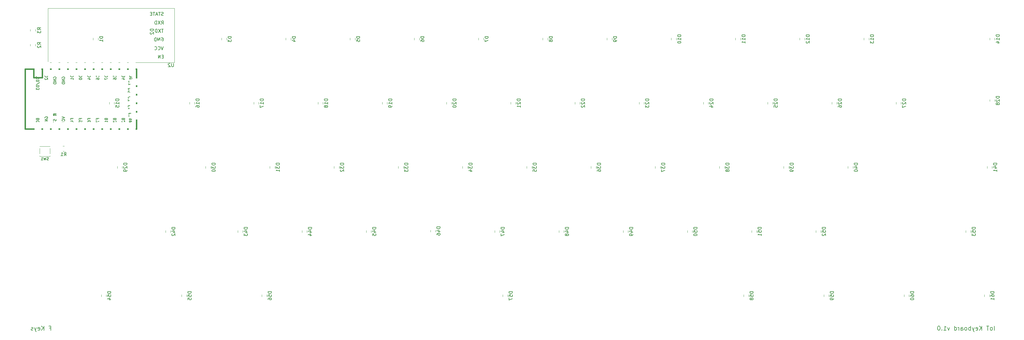
<source format=gbr>
%TF.GenerationSoftware,KiCad,Pcbnew,(5.1.9)-1*%
%TF.CreationDate,2021-02-27T14:08:49-05:00*%
%TF.ProjectId,IoT_Keyboard,496f545f-4b65-4796-926f-6172642e6b69,v1.0*%
%TF.SameCoordinates,Original*%
%TF.FileFunction,Legend,Bot*%
%TF.FilePolarity,Positive*%
%FSLAX46Y46*%
G04 Gerber Fmt 4.6, Leading zero omitted, Abs format (unit mm)*
G04 Created by KiCad (PCBNEW (5.1.9)-1) date 2021-02-27 14:08:49*
%MOMM*%
%LPD*%
G01*
G04 APERTURE LIST*
%ADD10C,0.152400*%
%ADD11C,0.120000*%
%ADD12C,0.381000*%
%ADD13C,0.150000*%
%ADD14C,3.200000*%
%ADD15C,1.700000*%
%ADD16O,1.700000X1.700000*%
%ADD17R,1.700000X1.700000*%
%ADD18C,3.987800*%
%ADD19C,3.048000*%
%ADD20C,1.750000*%
%ADD21C,2.250000*%
%ADD22R,3.250000X2.000000*%
%ADD23R,2.000000X3.250000*%
%ADD24C,1.752600*%
%ADD25R,1.752600X1.752600*%
%ADD26R,0.700000X0.500000*%
G04 APERTURE END LIST*
D10*
X349053452Y-134877023D02*
X349053452Y-133607023D01*
X348267261Y-134877023D02*
X348388214Y-134816547D01*
X348448690Y-134756071D01*
X348509166Y-134635119D01*
X348509166Y-134272261D01*
X348448690Y-134151309D01*
X348388214Y-134090833D01*
X348267261Y-134030357D01*
X348085833Y-134030357D01*
X347964880Y-134090833D01*
X347904404Y-134151309D01*
X347843928Y-134272261D01*
X347843928Y-134635119D01*
X347904404Y-134756071D01*
X347964880Y-134816547D01*
X348085833Y-134877023D01*
X348267261Y-134877023D01*
X347481071Y-133607023D02*
X346755357Y-133607023D01*
X347118214Y-134877023D02*
X347118214Y-133607023D01*
X345364404Y-134877023D02*
X345364404Y-133607023D01*
X344638690Y-134877023D02*
X345182976Y-134151309D01*
X344638690Y-133607023D02*
X345364404Y-134332738D01*
X343610595Y-134816547D02*
X343731547Y-134877023D01*
X343973452Y-134877023D01*
X344094404Y-134816547D01*
X344154880Y-134695595D01*
X344154880Y-134211785D01*
X344094404Y-134090833D01*
X343973452Y-134030357D01*
X343731547Y-134030357D01*
X343610595Y-134090833D01*
X343550119Y-134211785D01*
X343550119Y-134332738D01*
X344154880Y-134453690D01*
X343126785Y-134030357D02*
X342824404Y-134877023D01*
X342522023Y-134030357D02*
X342824404Y-134877023D01*
X342945357Y-135179404D01*
X343005833Y-135239880D01*
X343126785Y-135300357D01*
X342038214Y-134877023D02*
X342038214Y-133607023D01*
X342038214Y-134090833D02*
X341917261Y-134030357D01*
X341675357Y-134030357D01*
X341554404Y-134090833D01*
X341493928Y-134151309D01*
X341433452Y-134272261D01*
X341433452Y-134635119D01*
X341493928Y-134756071D01*
X341554404Y-134816547D01*
X341675357Y-134877023D01*
X341917261Y-134877023D01*
X342038214Y-134816547D01*
X340707738Y-134877023D02*
X340828690Y-134816547D01*
X340889166Y-134756071D01*
X340949642Y-134635119D01*
X340949642Y-134272261D01*
X340889166Y-134151309D01*
X340828690Y-134090833D01*
X340707738Y-134030357D01*
X340526309Y-134030357D01*
X340405357Y-134090833D01*
X340344880Y-134151309D01*
X340284404Y-134272261D01*
X340284404Y-134635119D01*
X340344880Y-134756071D01*
X340405357Y-134816547D01*
X340526309Y-134877023D01*
X340707738Y-134877023D01*
X339195833Y-134877023D02*
X339195833Y-134211785D01*
X339256309Y-134090833D01*
X339377261Y-134030357D01*
X339619166Y-134030357D01*
X339740119Y-134090833D01*
X339195833Y-134816547D02*
X339316785Y-134877023D01*
X339619166Y-134877023D01*
X339740119Y-134816547D01*
X339800595Y-134695595D01*
X339800595Y-134574642D01*
X339740119Y-134453690D01*
X339619166Y-134393214D01*
X339316785Y-134393214D01*
X339195833Y-134332738D01*
X338591071Y-134877023D02*
X338591071Y-134030357D01*
X338591071Y-134272261D02*
X338530595Y-134151309D01*
X338470119Y-134090833D01*
X338349166Y-134030357D01*
X338228214Y-134030357D01*
X337260595Y-134877023D02*
X337260595Y-133607023D01*
X337260595Y-134816547D02*
X337381547Y-134877023D01*
X337623452Y-134877023D01*
X337744404Y-134816547D01*
X337804880Y-134756071D01*
X337865357Y-134635119D01*
X337865357Y-134272261D01*
X337804880Y-134151309D01*
X337744404Y-134090833D01*
X337623452Y-134030357D01*
X337381547Y-134030357D01*
X337260595Y-134090833D01*
X335809166Y-134030357D02*
X335506785Y-134877023D01*
X335204404Y-134030357D01*
X334055357Y-134877023D02*
X334781071Y-134877023D01*
X334418214Y-134877023D02*
X334418214Y-133607023D01*
X334539166Y-133788452D01*
X334660119Y-133909404D01*
X334781071Y-133969880D01*
X333511071Y-134756071D02*
X333450595Y-134816547D01*
X333511071Y-134877023D01*
X333571547Y-134816547D01*
X333511071Y-134756071D01*
X333511071Y-134877023D01*
X332664404Y-133607023D02*
X332543452Y-133607023D01*
X332422500Y-133667500D01*
X332362023Y-133727976D01*
X332301547Y-133848928D01*
X332241071Y-134090833D01*
X332241071Y-134393214D01*
X332301547Y-134635119D01*
X332362023Y-134756071D01*
X332422500Y-134816547D01*
X332543452Y-134877023D01*
X332664404Y-134877023D01*
X332785357Y-134816547D01*
X332845833Y-134756071D01*
X332906309Y-134635119D01*
X332966785Y-134393214D01*
X332966785Y-134090833D01*
X332906309Y-133848928D01*
X332845833Y-133727976D01*
X332785357Y-133667500D01*
X332664404Y-133607023D01*
X68837023Y-134211785D02*
X69260357Y-134211785D01*
X69260357Y-134877023D02*
X69260357Y-133607023D01*
X68655595Y-133607023D01*
X67204166Y-134877023D02*
X67204166Y-133607023D01*
X66478452Y-134877023D02*
X67022738Y-134151309D01*
X66478452Y-133607023D02*
X67204166Y-134332738D01*
X65450357Y-134816547D02*
X65571309Y-134877023D01*
X65813214Y-134877023D01*
X65934166Y-134816547D01*
X65994642Y-134695595D01*
X65994642Y-134211785D01*
X65934166Y-134090833D01*
X65813214Y-134030357D01*
X65571309Y-134030357D01*
X65450357Y-134090833D01*
X65389880Y-134211785D01*
X65389880Y-134332738D01*
X65994642Y-134453690D01*
X64966547Y-134030357D02*
X64664166Y-134877023D01*
X64361785Y-134030357D02*
X64664166Y-134877023D01*
X64785119Y-135179404D01*
X64845595Y-135239880D01*
X64966547Y-135300357D01*
X63938452Y-134816547D02*
X63817500Y-134877023D01*
X63575595Y-134877023D01*
X63454642Y-134816547D01*
X63394166Y-134695595D01*
X63394166Y-134635119D01*
X63454642Y-134514166D01*
X63575595Y-134453690D01*
X63757023Y-134453690D01*
X63877976Y-134393214D01*
X63938452Y-134272261D01*
X63938452Y-134211785D01*
X63877976Y-134090833D01*
X63757023Y-134030357D01*
X63575595Y-134030357D01*
X63454642Y-134090833D01*
D11*
%TO.C,U2*%
X105875000Y-39318750D02*
X105875000Y-55418750D01*
X105875000Y-55418750D02*
X68375000Y-55418750D01*
X105875000Y-39318750D02*
X68375000Y-39318750D01*
X68375000Y-39318750D02*
X68375000Y-55418750D01*
%TO.C,R3*%
X64628750Y-45600436D02*
X64628750Y-46054564D01*
X63158750Y-45600436D02*
X63158750Y-46054564D01*
%TO.C,R2*%
X64628750Y-50010436D02*
X64628750Y-50464564D01*
X63158750Y-50010436D02*
X63158750Y-50464564D01*
D12*
%TO.C,U1*%
X64135000Y-57308750D02*
X94615000Y-57308750D01*
X94615000Y-57308750D02*
X94615000Y-75088750D01*
X94615000Y-75088750D02*
X64135000Y-75088750D01*
X64135000Y-59848750D02*
X66675000Y-59848750D01*
X66675000Y-59848750D02*
X66675000Y-57308750D01*
D13*
G36*
X70014360Y-71130318D02*
G01*
X70314360Y-71130318D01*
X70314360Y-71030318D01*
X70014360Y-71030318D01*
X70014360Y-71130318D01*
G37*
X70014360Y-71130318D02*
X70314360Y-71130318D01*
X70314360Y-71030318D01*
X70014360Y-71030318D01*
X70014360Y-71130318D01*
G36*
X70414360Y-70930318D02*
G01*
X70514360Y-70930318D01*
X70514360Y-70830318D01*
X70414360Y-70830318D01*
X70414360Y-70930318D01*
G37*
X70414360Y-70930318D02*
X70514360Y-70930318D01*
X70514360Y-70830318D01*
X70414360Y-70830318D01*
X70414360Y-70930318D01*
G36*
X70014360Y-71130318D02*
G01*
X70114360Y-71130318D01*
X70114360Y-70630318D01*
X70014360Y-70630318D01*
X70014360Y-71130318D01*
G37*
X70014360Y-71130318D02*
X70114360Y-71130318D01*
X70114360Y-70630318D01*
X70014360Y-70630318D01*
X70014360Y-71130318D01*
G36*
X70014360Y-70730318D02*
G01*
X70814360Y-70730318D01*
X70814360Y-70630318D01*
X70014360Y-70630318D01*
X70014360Y-70730318D01*
G37*
X70014360Y-70730318D02*
X70814360Y-70730318D01*
X70814360Y-70630318D01*
X70014360Y-70630318D01*
X70014360Y-70730318D01*
G36*
X70614360Y-71130318D02*
G01*
X70814360Y-71130318D01*
X70814360Y-71030318D01*
X70614360Y-71030318D01*
X70614360Y-71130318D01*
G37*
X70614360Y-71130318D02*
X70814360Y-71130318D01*
X70814360Y-71030318D01*
X70614360Y-71030318D01*
X70614360Y-71130318D01*
D12*
X64135000Y-75088750D02*
X61595000Y-75088750D01*
X61595000Y-75088750D02*
X61595000Y-57308750D01*
X61595000Y-57308750D02*
X64135000Y-57308750D01*
X64135000Y-59848750D02*
X64135000Y-57308750D01*
D11*
%TO.C,SW1*%
X65968750Y-80256250D02*
X68968750Y-80256250D01*
X65968750Y-83256250D02*
X68968750Y-83256250D01*
X65968750Y-80256250D02*
X65968750Y-83256250D01*
X68968750Y-80256250D02*
X68968750Y-83256250D01*
%TO.C,R1*%
X72797936Y-80227500D02*
X73252064Y-80227500D01*
X72797936Y-81697500D02*
X73252064Y-81697500D01*
%TO.C,D61*%
X346133750Y-124880002D02*
X346133750Y-124357498D01*
X347603750Y-124880002D02*
X347603750Y-124357498D01*
%TO.C,D60*%
X322321250Y-124880002D02*
X322321250Y-124357498D01*
X323791250Y-124880002D02*
X323791250Y-124357498D01*
%TO.C,D59*%
X298508750Y-124880002D02*
X298508750Y-124357498D01*
X299978750Y-124880002D02*
X299978750Y-124357498D01*
%TO.C,D58*%
X274696250Y-124880002D02*
X274696250Y-124357498D01*
X276166250Y-124880002D02*
X276166250Y-124357498D01*
%TO.C,D57*%
X203258750Y-124880002D02*
X203258750Y-124357498D01*
X204728750Y-124880002D02*
X204728750Y-124357498D01*
%TO.C,D56*%
X131821250Y-124880002D02*
X131821250Y-124357498D01*
X133291250Y-124880002D02*
X133291250Y-124357498D01*
%TO.C,D55*%
X108008750Y-124880002D02*
X108008750Y-124357498D01*
X109478750Y-124880002D02*
X109478750Y-124357498D01*
%TO.C,D54*%
X84196250Y-124880002D02*
X84196250Y-124357498D01*
X85666250Y-124880002D02*
X85666250Y-124357498D01*
%TO.C,D53*%
X340577500Y-105830002D02*
X340577500Y-105307498D01*
X342047500Y-105830002D02*
X342047500Y-105307498D01*
%TO.C,D52*%
X296127500Y-105830002D02*
X296127500Y-105307498D01*
X297597500Y-105830002D02*
X297597500Y-105307498D01*
%TO.C,D51*%
X277077500Y-105830002D02*
X277077500Y-105307498D01*
X278547500Y-105830002D02*
X278547500Y-105307498D01*
%TO.C,D50*%
X258027500Y-105830002D02*
X258027500Y-105307498D01*
X259497500Y-105830002D02*
X259497500Y-105307498D01*
%TO.C,D49*%
X238977500Y-105830002D02*
X238977500Y-105307498D01*
X240447500Y-105830002D02*
X240447500Y-105307498D01*
%TO.C,D48*%
X219927500Y-105830002D02*
X219927500Y-105307498D01*
X221397500Y-105830002D02*
X221397500Y-105307498D01*
%TO.C,D47*%
X200877500Y-105830002D02*
X200877500Y-105307498D01*
X202347500Y-105830002D02*
X202347500Y-105307498D01*
%TO.C,D46*%
X181827500Y-105673752D02*
X181827500Y-105151248D01*
X183297500Y-105673752D02*
X183297500Y-105151248D01*
%TO.C,D45*%
X162777500Y-105830002D02*
X162777500Y-105307498D01*
X164247500Y-105830002D02*
X164247500Y-105307498D01*
%TO.C,D44*%
X143727500Y-105830002D02*
X143727500Y-105307498D01*
X145197500Y-105830002D02*
X145197500Y-105307498D01*
%TO.C,D43*%
X124677500Y-105830002D02*
X124677500Y-105307498D01*
X126147500Y-105830002D02*
X126147500Y-105307498D01*
%TO.C,D42*%
X103246250Y-105830002D02*
X103246250Y-105307498D01*
X104716250Y-105830002D02*
X104716250Y-105307498D01*
%TO.C,D41*%
X346927500Y-86780002D02*
X346927500Y-86257498D01*
X348397500Y-86780002D02*
X348397500Y-86257498D01*
%TO.C,D40*%
X305652500Y-86780002D02*
X305652500Y-86257498D01*
X307122500Y-86780002D02*
X307122500Y-86257498D01*
%TO.C,D39*%
X286602500Y-86780002D02*
X286602500Y-86257498D01*
X288072500Y-86780002D02*
X288072500Y-86257498D01*
%TO.C,D38*%
X267552500Y-86780002D02*
X267552500Y-86257498D01*
X269022500Y-86780002D02*
X269022500Y-86257498D01*
%TO.C,D37*%
X248502500Y-86780002D02*
X248502500Y-86257498D01*
X249972500Y-86780002D02*
X249972500Y-86257498D01*
%TO.C,D36*%
X229452500Y-86780002D02*
X229452500Y-86257498D01*
X230922500Y-86780002D02*
X230922500Y-86257498D01*
%TO.C,D35*%
X210402500Y-86780002D02*
X210402500Y-86257498D01*
X211872500Y-86780002D02*
X211872500Y-86257498D01*
%TO.C,D34*%
X191352500Y-86780002D02*
X191352500Y-86257498D01*
X192822500Y-86780002D02*
X192822500Y-86257498D01*
%TO.C,D33*%
X172302500Y-86780002D02*
X172302500Y-86257498D01*
X173772500Y-86780002D02*
X173772500Y-86257498D01*
%TO.C,D32*%
X153252500Y-86780002D02*
X153252500Y-86257498D01*
X154722500Y-86780002D02*
X154722500Y-86257498D01*
%TO.C,D31*%
X134202500Y-86780002D02*
X134202500Y-86257498D01*
X135672500Y-86780002D02*
X135672500Y-86257498D01*
%TO.C,D30*%
X115152500Y-86780002D02*
X115152500Y-86257498D01*
X116622500Y-86780002D02*
X116622500Y-86257498D01*
%TO.C,D29*%
X88958750Y-86780002D02*
X88958750Y-86257498D01*
X90428750Y-86780002D02*
X90428750Y-86257498D01*
%TO.C,D28*%
X347721250Y-66936252D02*
X347721250Y-66413748D01*
X349191250Y-66936252D02*
X349191250Y-66413748D01*
%TO.C,D27*%
X319940000Y-67730002D02*
X319940000Y-67207498D01*
X321410000Y-67730002D02*
X321410000Y-67207498D01*
%TO.C,D26*%
X300890000Y-67730002D02*
X300890000Y-67207498D01*
X302360000Y-67730002D02*
X302360000Y-67207498D01*
%TO.C,D25*%
X281840000Y-67730002D02*
X281840000Y-67207498D01*
X283310000Y-67730002D02*
X283310000Y-67207498D01*
%TO.C,D24*%
X262790000Y-67730002D02*
X262790000Y-67207498D01*
X264260000Y-67730002D02*
X264260000Y-67207498D01*
%TO.C,D23*%
X243740000Y-67730002D02*
X243740000Y-67207498D01*
X245210000Y-67730002D02*
X245210000Y-67207498D01*
%TO.C,D22*%
X224690000Y-67730002D02*
X224690000Y-67207498D01*
X226160000Y-67730002D02*
X226160000Y-67207498D01*
%TO.C,D21*%
X205640000Y-67730002D02*
X205640000Y-67207498D01*
X207110000Y-67730002D02*
X207110000Y-67207498D01*
%TO.C,D20*%
X186590000Y-67730002D02*
X186590000Y-67207498D01*
X188060000Y-67730002D02*
X188060000Y-67207498D01*
%TO.C,D19*%
X167540000Y-67730002D02*
X167540000Y-67207498D01*
X169010000Y-67730002D02*
X169010000Y-67207498D01*
%TO.C,D18*%
X148490000Y-67730002D02*
X148490000Y-67207498D01*
X149960000Y-67730002D02*
X149960000Y-67207498D01*
%TO.C,D17*%
X129440000Y-67730002D02*
X129440000Y-67207498D01*
X130910000Y-67730002D02*
X130910000Y-67207498D01*
%TO.C,D16*%
X110390000Y-67730002D02*
X110390000Y-67207498D01*
X111860000Y-67730002D02*
X111860000Y-67207498D01*
%TO.C,D15*%
X86577500Y-67730002D02*
X86577500Y-67207498D01*
X88047500Y-67730002D02*
X88047500Y-67207498D01*
%TO.C,D14*%
X347721250Y-48680002D02*
X347721250Y-48157498D01*
X349191250Y-48680002D02*
X349191250Y-48157498D01*
%TO.C,D13*%
X310415000Y-48680002D02*
X310415000Y-48157498D01*
X311885000Y-48680002D02*
X311885000Y-48157498D01*
%TO.C,D12*%
X291365000Y-48680002D02*
X291365000Y-48157498D01*
X292835000Y-48680002D02*
X292835000Y-48157498D01*
%TO.C,D11*%
X272315000Y-48680002D02*
X272315000Y-48157498D01*
X273785000Y-48680002D02*
X273785000Y-48157498D01*
%TO.C,D10*%
X253265000Y-48680002D02*
X253265000Y-48157498D01*
X254735000Y-48680002D02*
X254735000Y-48157498D01*
%TO.C,D9*%
X234215000Y-48680002D02*
X234215000Y-48157498D01*
X235685000Y-48680002D02*
X235685000Y-48157498D01*
%TO.C,D8*%
X215165000Y-48680002D02*
X215165000Y-48157498D01*
X216635000Y-48680002D02*
X216635000Y-48157498D01*
%TO.C,D7*%
X196115000Y-48680002D02*
X196115000Y-48157498D01*
X197585000Y-48680002D02*
X197585000Y-48157498D01*
%TO.C,D6*%
X177065000Y-48680002D02*
X177065000Y-48157498D01*
X178535000Y-48680002D02*
X178535000Y-48157498D01*
%TO.C,D5*%
X158015000Y-48680002D02*
X158015000Y-48157498D01*
X159485000Y-48680002D02*
X159485000Y-48157498D01*
%TO.C,D4*%
X138965000Y-48680002D02*
X138965000Y-48157498D01*
X140435000Y-48680002D02*
X140435000Y-48157498D01*
%TO.C,D3*%
X119915000Y-48680002D02*
X119915000Y-48157498D01*
X121385000Y-48680002D02*
X121385000Y-48157498D01*
%TO.C,D2*%
X100865000Y-48680002D02*
X100865000Y-48157498D01*
X102335000Y-48680002D02*
X102335000Y-48157498D01*
%TO.C,D1*%
X81815000Y-48680002D02*
X81815000Y-48157498D01*
X83285000Y-48680002D02*
X83285000Y-48157498D01*
%TO.C,U2*%
D13*
X105636904Y-55671130D02*
X105636904Y-56480654D01*
X105589285Y-56575892D01*
X105541666Y-56623511D01*
X105446428Y-56671130D01*
X105255952Y-56671130D01*
X105160714Y-56623511D01*
X105113095Y-56575892D01*
X105065476Y-56480654D01*
X105065476Y-55671130D01*
X104636904Y-55766369D02*
X104589285Y-55718750D01*
X104494047Y-55671130D01*
X104255952Y-55671130D01*
X104160714Y-55718750D01*
X104113095Y-55766369D01*
X104065476Y-55861607D01*
X104065476Y-55956845D01*
X104113095Y-56099702D01*
X104684523Y-56671130D01*
X104065476Y-56671130D01*
X102613095Y-53647321D02*
X102279761Y-53647321D01*
X102136904Y-54171130D02*
X102613095Y-54171130D01*
X102613095Y-53171130D01*
X102136904Y-53171130D01*
X101708333Y-54171130D02*
X101708333Y-53171130D01*
X101136904Y-54171130D01*
X101136904Y-53171130D01*
X102608333Y-50671130D02*
X102275000Y-51671130D01*
X101941666Y-50671130D01*
X101036904Y-51575892D02*
X101084523Y-51623511D01*
X101227380Y-51671130D01*
X101322619Y-51671130D01*
X101465476Y-51623511D01*
X101560714Y-51528273D01*
X101608333Y-51433035D01*
X101655952Y-51242559D01*
X101655952Y-51099702D01*
X101608333Y-50909226D01*
X101560714Y-50813988D01*
X101465476Y-50718750D01*
X101322619Y-50671130D01*
X101227380Y-50671130D01*
X101084523Y-50718750D01*
X101036904Y-50766369D01*
X100036904Y-51575892D02*
X100084523Y-51623511D01*
X100227380Y-51671130D01*
X100322619Y-51671130D01*
X100465476Y-51623511D01*
X100560714Y-51528273D01*
X100608333Y-51433035D01*
X100655952Y-51242559D01*
X100655952Y-51099702D01*
X100608333Y-50909226D01*
X100560714Y-50813988D01*
X100465476Y-50718750D01*
X100322619Y-50671130D01*
X100227380Y-50671130D01*
X100084523Y-50718750D01*
X100036904Y-50766369D01*
X102036904Y-48118750D02*
X102132142Y-48071130D01*
X102275000Y-48071130D01*
X102417857Y-48118750D01*
X102513095Y-48213988D01*
X102560714Y-48309226D01*
X102608333Y-48499702D01*
X102608333Y-48642559D01*
X102560714Y-48833035D01*
X102513095Y-48928273D01*
X102417857Y-49023511D01*
X102275000Y-49071130D01*
X102179761Y-49071130D01*
X102036904Y-49023511D01*
X101989285Y-48975892D01*
X101989285Y-48642559D01*
X102179761Y-48642559D01*
X101560714Y-49071130D02*
X101560714Y-48071130D01*
X100989285Y-49071130D01*
X100989285Y-48071130D01*
X100513095Y-49071130D02*
X100513095Y-48071130D01*
X100275000Y-48071130D01*
X100132142Y-48118750D01*
X100036904Y-48213988D01*
X99989285Y-48309226D01*
X99941666Y-48499702D01*
X99941666Y-48642559D01*
X99989285Y-48833035D01*
X100036904Y-48928273D01*
X100132142Y-49023511D01*
X100275000Y-49071130D01*
X100513095Y-49071130D01*
X102636904Y-45471130D02*
X102065476Y-45471130D01*
X102351190Y-46471130D02*
X102351190Y-45471130D01*
X101827380Y-45471130D02*
X101160714Y-46471130D01*
X101160714Y-45471130D02*
X101827380Y-46471130D01*
X100779761Y-46471130D02*
X100779761Y-45471130D01*
X100541666Y-45471130D01*
X100398809Y-45518750D01*
X100303571Y-45613988D01*
X100255952Y-45709226D01*
X100208333Y-45899702D01*
X100208333Y-46042559D01*
X100255952Y-46233035D01*
X100303571Y-46328273D01*
X100398809Y-46423511D01*
X100541666Y-46471130D01*
X100779761Y-46471130D01*
X102041666Y-44071130D02*
X102375000Y-43594940D01*
X102613095Y-44071130D02*
X102613095Y-43071130D01*
X102232142Y-43071130D01*
X102136904Y-43118750D01*
X102089285Y-43166369D01*
X102041666Y-43261607D01*
X102041666Y-43404464D01*
X102089285Y-43499702D01*
X102136904Y-43547321D01*
X102232142Y-43594940D01*
X102613095Y-43594940D01*
X101708333Y-43071130D02*
X101041666Y-44071130D01*
X101041666Y-43071130D02*
X101708333Y-44071130D01*
X100660714Y-44071130D02*
X100660714Y-43071130D01*
X100422619Y-43071130D01*
X100279761Y-43118750D01*
X100184523Y-43213988D01*
X100136904Y-43309226D01*
X100089285Y-43499702D01*
X100089285Y-43642559D01*
X100136904Y-43833035D01*
X100184523Y-43928273D01*
X100279761Y-44023511D01*
X100422619Y-44071130D01*
X100660714Y-44071130D01*
X102603571Y-41423511D02*
X102460714Y-41471130D01*
X102222619Y-41471130D01*
X102127380Y-41423511D01*
X102079761Y-41375892D01*
X102032142Y-41280654D01*
X102032142Y-41185416D01*
X102079761Y-41090178D01*
X102127380Y-41042559D01*
X102222619Y-40994940D01*
X102413095Y-40947321D01*
X102508333Y-40899702D01*
X102555952Y-40852083D01*
X102603571Y-40756845D01*
X102603571Y-40661607D01*
X102555952Y-40566369D01*
X102508333Y-40518750D01*
X102413095Y-40471130D01*
X102175000Y-40471130D01*
X102032142Y-40518750D01*
X101746428Y-40471130D02*
X101175000Y-40471130D01*
X101460714Y-41471130D02*
X101460714Y-40471130D01*
X100889285Y-41185416D02*
X100413095Y-41185416D01*
X100984523Y-41471130D02*
X100651190Y-40471130D01*
X100317857Y-41471130D01*
X100127380Y-40471130D02*
X99555952Y-40471130D01*
X99841666Y-41471130D02*
X99841666Y-40471130D01*
X99222619Y-40947321D02*
X98889285Y-40947321D01*
X98746428Y-41471130D02*
X99222619Y-41471130D01*
X99222619Y-40471130D01*
X98746428Y-40471130D01*
%TO.C,R3*%
X66276571Y-45675835D02*
X65800381Y-45342502D01*
X66276571Y-45104406D02*
X65276571Y-45104406D01*
X65276571Y-45485359D01*
X65324191Y-45580597D01*
X65371810Y-45628216D01*
X65467048Y-45675835D01*
X65609905Y-45675835D01*
X65705143Y-45628216D01*
X65752762Y-45580597D01*
X65800381Y-45485359D01*
X65800381Y-45104406D01*
X65276571Y-46009168D02*
X65276571Y-46628216D01*
X65657524Y-46294882D01*
X65657524Y-46437740D01*
X65705143Y-46532978D01*
X65752762Y-46580597D01*
X65848000Y-46628216D01*
X66086095Y-46628216D01*
X66181333Y-46580597D01*
X66228952Y-46532978D01*
X66276571Y-46437740D01*
X66276571Y-46152025D01*
X66228952Y-46056787D01*
X66181333Y-46009168D01*
%TO.C,R2*%
X66299135Y-50075859D02*
X65822945Y-49742526D01*
X66299135Y-49504430D02*
X65299135Y-49504430D01*
X65299135Y-49885383D01*
X65346755Y-49980621D01*
X65394374Y-50028240D01*
X65489612Y-50075859D01*
X65632469Y-50075859D01*
X65727707Y-50028240D01*
X65775326Y-49980621D01*
X65822945Y-49885383D01*
X65822945Y-49504430D01*
X65394374Y-50456811D02*
X65346755Y-50504430D01*
X65299135Y-50599668D01*
X65299135Y-50837764D01*
X65346755Y-50933002D01*
X65394374Y-50980621D01*
X65489612Y-51028240D01*
X65584850Y-51028240D01*
X65727707Y-50980621D01*
X66299135Y-50409192D01*
X66299135Y-51028240D01*
%TO.C,U1*%
X90747857Y-72224940D02*
X90785952Y-72339226D01*
X90824047Y-72377321D01*
X90900238Y-72415416D01*
X91014523Y-72415416D01*
X91090714Y-72377321D01*
X91128809Y-72339226D01*
X91166904Y-72263035D01*
X91166904Y-71958273D01*
X90366904Y-71958273D01*
X90366904Y-72224940D01*
X90405000Y-72301130D01*
X90443095Y-72339226D01*
X90519285Y-72377321D01*
X90595476Y-72377321D01*
X90671666Y-72339226D01*
X90709761Y-72301130D01*
X90747857Y-72224940D01*
X90747857Y-71958273D01*
X90443095Y-72720178D02*
X90405000Y-72758273D01*
X90366904Y-72834464D01*
X90366904Y-73024940D01*
X90405000Y-73101130D01*
X90443095Y-73139226D01*
X90519285Y-73177321D01*
X90595476Y-73177321D01*
X90709761Y-73139226D01*
X91166904Y-72682083D01*
X91166904Y-73177321D01*
X83127857Y-72282083D02*
X83127857Y-72015416D01*
X83546904Y-72015416D02*
X82746904Y-72015416D01*
X82746904Y-72396369D01*
X82746904Y-72624940D02*
X82746904Y-73158273D01*
X83546904Y-72815416D01*
X80587857Y-72282083D02*
X80587857Y-72015416D01*
X81006904Y-72015416D02*
X80206904Y-72015416D01*
X80206904Y-72396369D01*
X80206904Y-73043988D02*
X80206904Y-72891607D01*
X80245000Y-72815416D01*
X80283095Y-72777321D01*
X80397380Y-72701130D01*
X80549761Y-72663035D01*
X80854523Y-72663035D01*
X80930714Y-72701130D01*
X80968809Y-72739226D01*
X81006904Y-72815416D01*
X81006904Y-72967797D01*
X80968809Y-73043988D01*
X80930714Y-73082083D01*
X80854523Y-73120178D01*
X80664047Y-73120178D01*
X80587857Y-73082083D01*
X80549761Y-73043988D01*
X80511666Y-72967797D01*
X80511666Y-72815416D01*
X80549761Y-72739226D01*
X80587857Y-72701130D01*
X80664047Y-72663035D01*
X78047857Y-72282083D02*
X78047857Y-72015416D01*
X78466904Y-72015416D02*
X77666904Y-72015416D01*
X77666904Y-72396369D01*
X77666904Y-73082083D02*
X77666904Y-72701130D01*
X78047857Y-72663035D01*
X78009761Y-72701130D01*
X77971666Y-72777321D01*
X77971666Y-72967797D01*
X78009761Y-73043988D01*
X78047857Y-73082083D01*
X78124047Y-73120178D01*
X78314523Y-73120178D01*
X78390714Y-73082083D01*
X78428809Y-73043988D01*
X78466904Y-72967797D01*
X78466904Y-72777321D01*
X78428809Y-72701130D01*
X78390714Y-72663035D01*
X65347857Y-72224940D02*
X65385952Y-72339226D01*
X65424047Y-72377321D01*
X65500238Y-72415416D01*
X65614523Y-72415416D01*
X65690714Y-72377321D01*
X65728809Y-72339226D01*
X65766904Y-72263035D01*
X65766904Y-71958273D01*
X64966904Y-71958273D01*
X64966904Y-72224940D01*
X65005000Y-72301130D01*
X65043095Y-72339226D01*
X65119285Y-72377321D01*
X65195476Y-72377321D01*
X65271666Y-72339226D01*
X65309761Y-72301130D01*
X65347857Y-72224940D01*
X65347857Y-71958273D01*
X64966904Y-72910654D02*
X64966904Y-72986845D01*
X65005000Y-73063035D01*
X65043095Y-73101130D01*
X65119285Y-73139226D01*
X65271666Y-73177321D01*
X65462142Y-73177321D01*
X65614523Y-73139226D01*
X65690714Y-73101130D01*
X65728809Y-73063035D01*
X65766904Y-72986845D01*
X65766904Y-72910654D01*
X65728809Y-72834464D01*
X65690714Y-72796369D01*
X65614523Y-72758273D01*
X65462142Y-72720178D01*
X65271666Y-72720178D01*
X65119285Y-72758273D01*
X65043095Y-72796369D01*
X65005000Y-72834464D01*
X64966904Y-72910654D01*
X67545000Y-71939226D02*
X67506904Y-71863035D01*
X67506904Y-71748750D01*
X67545000Y-71634464D01*
X67621190Y-71558273D01*
X67697380Y-71520178D01*
X67849761Y-71482083D01*
X67964047Y-71482083D01*
X68116428Y-71520178D01*
X68192619Y-71558273D01*
X68268809Y-71634464D01*
X68306904Y-71748750D01*
X68306904Y-71824940D01*
X68268809Y-71939226D01*
X68230714Y-71977321D01*
X67964047Y-71977321D01*
X67964047Y-71824940D01*
X68306904Y-72320178D02*
X67506904Y-72320178D01*
X68306904Y-72777321D01*
X67506904Y-72777321D01*
X68306904Y-73158273D02*
X67506904Y-73158273D01*
X67506904Y-73348750D01*
X67545000Y-73463035D01*
X67621190Y-73539226D01*
X67697380Y-73577321D01*
X67849761Y-73615416D01*
X67964047Y-73615416D01*
X68116428Y-73577321D01*
X68192619Y-73539226D01*
X68268809Y-73463035D01*
X68306904Y-73348750D01*
X68306904Y-73158273D01*
X70778809Y-72287536D02*
X70816904Y-72401822D01*
X70816904Y-72592298D01*
X70778809Y-72668489D01*
X70740714Y-72706584D01*
X70664523Y-72744679D01*
X70588333Y-72744679D01*
X70512142Y-72706584D01*
X70474047Y-72668489D01*
X70435952Y-72592298D01*
X70397857Y-72439917D01*
X70359761Y-72363727D01*
X70321666Y-72325631D01*
X70245476Y-72287536D01*
X70169285Y-72287536D01*
X70093095Y-72325631D01*
X70055000Y-72363727D01*
X70016904Y-72439917D01*
X70016904Y-72630393D01*
X70055000Y-72744679D01*
X70016904Y-72973250D02*
X70016904Y-73430393D01*
X70816904Y-73201822D02*
X70016904Y-73201822D01*
X72586904Y-71482083D02*
X73386904Y-71748750D01*
X72586904Y-72015416D01*
X73310714Y-72739226D02*
X73348809Y-72701130D01*
X73386904Y-72586845D01*
X73386904Y-72510654D01*
X73348809Y-72396369D01*
X73272619Y-72320178D01*
X73196428Y-72282083D01*
X73044047Y-72243988D01*
X72929761Y-72243988D01*
X72777380Y-72282083D01*
X72701190Y-72320178D01*
X72625000Y-72396369D01*
X72586904Y-72510654D01*
X72586904Y-72586845D01*
X72625000Y-72701130D01*
X72663095Y-72739226D01*
X73310714Y-73539226D02*
X73348809Y-73501130D01*
X73386904Y-73386845D01*
X73386904Y-73310654D01*
X73348809Y-73196369D01*
X73272619Y-73120178D01*
X73196428Y-73082083D01*
X73044047Y-73043988D01*
X72929761Y-73043988D01*
X72777380Y-73082083D01*
X72701190Y-73120178D01*
X72625000Y-73196369D01*
X72586904Y-73310654D01*
X72586904Y-73386845D01*
X72625000Y-73501130D01*
X72663095Y-73539226D01*
X75507857Y-72282083D02*
X75507857Y-72015416D01*
X75926904Y-72015416D02*
X75126904Y-72015416D01*
X75126904Y-72396369D01*
X75393571Y-73043988D02*
X75926904Y-73043988D01*
X75088809Y-72853511D02*
X75660238Y-72663035D01*
X75660238Y-73158273D01*
X85667857Y-72224940D02*
X85705952Y-72339226D01*
X85744047Y-72377321D01*
X85820238Y-72415416D01*
X85934523Y-72415416D01*
X86010714Y-72377321D01*
X86048809Y-72339226D01*
X86086904Y-72263035D01*
X86086904Y-71958273D01*
X85286904Y-71958273D01*
X85286904Y-72224940D01*
X85325000Y-72301130D01*
X85363095Y-72339226D01*
X85439285Y-72377321D01*
X85515476Y-72377321D01*
X85591666Y-72339226D01*
X85629761Y-72301130D01*
X85667857Y-72224940D01*
X85667857Y-71958273D01*
X86086904Y-73177321D02*
X86086904Y-72720178D01*
X86086904Y-72948750D02*
X85286904Y-72948750D01*
X85401190Y-72872559D01*
X85477380Y-72796369D01*
X85515476Y-72720178D01*
X88207857Y-72224940D02*
X88245952Y-72339226D01*
X88284047Y-72377321D01*
X88360238Y-72415416D01*
X88474523Y-72415416D01*
X88550714Y-72377321D01*
X88588809Y-72339226D01*
X88626904Y-72263035D01*
X88626904Y-71958273D01*
X87826904Y-71958273D01*
X87826904Y-72224940D01*
X87865000Y-72301130D01*
X87903095Y-72339226D01*
X87979285Y-72377321D01*
X88055476Y-72377321D01*
X88131666Y-72339226D01*
X88169761Y-72301130D01*
X88207857Y-72224940D01*
X88207857Y-71958273D01*
X87826904Y-72682083D02*
X87826904Y-73177321D01*
X88131666Y-72910654D01*
X88131666Y-73024940D01*
X88169761Y-73101130D01*
X88207857Y-73139226D01*
X88284047Y-73177321D01*
X88474523Y-73177321D01*
X88550714Y-73139226D01*
X88588809Y-73101130D01*
X88626904Y-73024940D01*
X88626904Y-72796369D01*
X88588809Y-72720178D01*
X88550714Y-72682083D01*
X92914000Y-59565416D02*
X92947333Y-59665416D01*
X92980666Y-59698750D01*
X93047333Y-59732083D01*
X93147333Y-59732083D01*
X93214000Y-59698750D01*
X93247333Y-59665416D01*
X93280666Y-59598750D01*
X93280666Y-59332083D01*
X92580666Y-59332083D01*
X92580666Y-59565416D01*
X92614000Y-59632083D01*
X92647333Y-59665416D01*
X92714000Y-59698750D01*
X92780666Y-59698750D01*
X92847333Y-59665416D01*
X92880666Y-59632083D01*
X92914000Y-59565416D01*
X92914000Y-59332083D01*
X92580666Y-60365416D02*
X92580666Y-60032083D01*
X92914000Y-59998750D01*
X92880666Y-60032083D01*
X92847333Y-60098750D01*
X92847333Y-60265416D01*
X92880666Y-60332083D01*
X92914000Y-60365416D01*
X92980666Y-60398750D01*
X93147333Y-60398750D01*
X93214000Y-60365416D01*
X93247333Y-60332083D01*
X93280666Y-60265416D01*
X93280666Y-60098750D01*
X93247333Y-60032083D01*
X93214000Y-59998750D01*
X90747857Y-59524940D02*
X90785952Y-59639226D01*
X90824047Y-59677321D01*
X90900238Y-59715416D01*
X91014523Y-59715416D01*
X91090714Y-59677321D01*
X91128809Y-59639226D01*
X91166904Y-59563035D01*
X91166904Y-59258273D01*
X90366904Y-59258273D01*
X90366904Y-59524940D01*
X90405000Y-59601130D01*
X90443095Y-59639226D01*
X90519285Y-59677321D01*
X90595476Y-59677321D01*
X90671666Y-59639226D01*
X90709761Y-59601130D01*
X90747857Y-59524940D01*
X90747857Y-59258273D01*
X90633571Y-60401130D02*
X91166904Y-60401130D01*
X90328809Y-60210654D02*
X90900238Y-60020178D01*
X90900238Y-60515416D01*
X88207857Y-59296369D02*
X88207857Y-59563035D01*
X88626904Y-59677321D02*
X88626904Y-59296369D01*
X87826904Y-59296369D01*
X87826904Y-59677321D01*
X87826904Y-60363035D02*
X87826904Y-60210654D01*
X87865000Y-60134464D01*
X87903095Y-60096369D01*
X88017380Y-60020178D01*
X88169761Y-59982083D01*
X88474523Y-59982083D01*
X88550714Y-60020178D01*
X88588809Y-60058273D01*
X88626904Y-60134464D01*
X88626904Y-60286845D01*
X88588809Y-60363035D01*
X88550714Y-60401130D01*
X88474523Y-60439226D01*
X88284047Y-60439226D01*
X88207857Y-60401130D01*
X88169761Y-60363035D01*
X88131666Y-60286845D01*
X88131666Y-60134464D01*
X88169761Y-60058273D01*
X88207857Y-60020178D01*
X88284047Y-59982083D01*
X86086904Y-59258273D02*
X85286904Y-59258273D01*
X85286904Y-59448750D01*
X85325000Y-59563035D01*
X85401190Y-59639226D01*
X85477380Y-59677321D01*
X85629761Y-59715416D01*
X85744047Y-59715416D01*
X85896428Y-59677321D01*
X85972619Y-59639226D01*
X86048809Y-59563035D01*
X86086904Y-59448750D01*
X86086904Y-59258273D01*
X85286904Y-59982083D02*
X85286904Y-60515416D01*
X86086904Y-60172559D01*
X83470714Y-59715416D02*
X83508809Y-59677321D01*
X83546904Y-59563035D01*
X83546904Y-59486845D01*
X83508809Y-59372559D01*
X83432619Y-59296369D01*
X83356428Y-59258273D01*
X83204047Y-59220178D01*
X83089761Y-59220178D01*
X82937380Y-59258273D01*
X82861190Y-59296369D01*
X82785000Y-59372559D01*
X82746904Y-59486845D01*
X82746904Y-59563035D01*
X82785000Y-59677321D01*
X82823095Y-59715416D01*
X82746904Y-60401130D02*
X82746904Y-60248750D01*
X82785000Y-60172559D01*
X82823095Y-60134464D01*
X82937380Y-60058273D01*
X83089761Y-60020178D01*
X83394523Y-60020178D01*
X83470714Y-60058273D01*
X83508809Y-60096369D01*
X83546904Y-60172559D01*
X83546904Y-60324940D01*
X83508809Y-60401130D01*
X83470714Y-60439226D01*
X83394523Y-60477321D01*
X83204047Y-60477321D01*
X83127857Y-60439226D01*
X83089761Y-60401130D01*
X83051666Y-60324940D01*
X83051666Y-60172559D01*
X83089761Y-60096369D01*
X83127857Y-60058273D01*
X83204047Y-60020178D01*
X81006904Y-59258273D02*
X80206904Y-59258273D01*
X80206904Y-59448750D01*
X80245000Y-59563035D01*
X80321190Y-59639226D01*
X80397380Y-59677321D01*
X80549761Y-59715416D01*
X80664047Y-59715416D01*
X80816428Y-59677321D01*
X80892619Y-59639226D01*
X80968809Y-59563035D01*
X81006904Y-59448750D01*
X81006904Y-59258273D01*
X80473571Y-60401130D02*
X81006904Y-60401130D01*
X80168809Y-60210654D02*
X80740238Y-60020178D01*
X80740238Y-60515416D01*
X70085000Y-60128226D02*
X70046904Y-60052035D01*
X70046904Y-59937750D01*
X70085000Y-59823464D01*
X70161190Y-59747273D01*
X70237380Y-59709178D01*
X70389761Y-59671083D01*
X70504047Y-59671083D01*
X70656428Y-59709178D01*
X70732619Y-59747273D01*
X70808809Y-59823464D01*
X70846904Y-59937750D01*
X70846904Y-60013940D01*
X70808809Y-60128226D01*
X70770714Y-60166321D01*
X70504047Y-60166321D01*
X70504047Y-60013940D01*
X70846904Y-60509178D02*
X70046904Y-60509178D01*
X70846904Y-60966321D01*
X70046904Y-60966321D01*
X70846904Y-61347273D02*
X70046904Y-61347273D01*
X70046904Y-61537750D01*
X70085000Y-61652035D01*
X70161190Y-61728226D01*
X70237380Y-61766321D01*
X70389761Y-61804416D01*
X70504047Y-61804416D01*
X70656428Y-61766321D01*
X70732619Y-61728226D01*
X70808809Y-61652035D01*
X70846904Y-61537750D01*
X70846904Y-61347273D01*
X72625000Y-60128226D02*
X72586904Y-60052035D01*
X72586904Y-59937750D01*
X72625000Y-59823464D01*
X72701190Y-59747273D01*
X72777380Y-59709178D01*
X72929761Y-59671083D01*
X73044047Y-59671083D01*
X73196428Y-59709178D01*
X73272619Y-59747273D01*
X73348809Y-59823464D01*
X73386904Y-59937750D01*
X73386904Y-60013940D01*
X73348809Y-60128226D01*
X73310714Y-60166321D01*
X73044047Y-60166321D01*
X73044047Y-60013940D01*
X73386904Y-60509178D02*
X72586904Y-60509178D01*
X73386904Y-60966321D01*
X72586904Y-60966321D01*
X73386904Y-61347273D02*
X72586904Y-61347273D01*
X72586904Y-61537750D01*
X72625000Y-61652035D01*
X72701190Y-61728226D01*
X72777380Y-61766321D01*
X72929761Y-61804416D01*
X73044047Y-61804416D01*
X73196428Y-61766321D01*
X73272619Y-61728226D01*
X73348809Y-61652035D01*
X73386904Y-61537750D01*
X73386904Y-61347273D01*
X75926904Y-59258273D02*
X75126904Y-59258273D01*
X75126904Y-59448750D01*
X75165000Y-59563035D01*
X75241190Y-59639226D01*
X75317380Y-59677321D01*
X75469761Y-59715416D01*
X75584047Y-59715416D01*
X75736428Y-59677321D01*
X75812619Y-59639226D01*
X75888809Y-59563035D01*
X75926904Y-59448750D01*
X75926904Y-59258273D01*
X75926904Y-60477321D02*
X75926904Y-60020178D01*
X75926904Y-60248750D02*
X75126904Y-60248750D01*
X75241190Y-60172559D01*
X75317380Y-60096369D01*
X75355476Y-60020178D01*
X78466904Y-59258273D02*
X77666904Y-59258273D01*
X77666904Y-59448750D01*
X77705000Y-59563035D01*
X77781190Y-59639226D01*
X77857380Y-59677321D01*
X78009761Y-59715416D01*
X78124047Y-59715416D01*
X78276428Y-59677321D01*
X78352619Y-59639226D01*
X78428809Y-59563035D01*
X78466904Y-59448750D01*
X78466904Y-59258273D01*
X77666904Y-60210654D02*
X77666904Y-60286845D01*
X77705000Y-60363035D01*
X77743095Y-60401130D01*
X77819285Y-60439226D01*
X77971666Y-60477321D01*
X78162142Y-60477321D01*
X78314523Y-60439226D01*
X78390714Y-60401130D01*
X78428809Y-60363035D01*
X78466904Y-60286845D01*
X78466904Y-60210654D01*
X78428809Y-60134464D01*
X78390714Y-60096369D01*
X78314523Y-60058273D01*
X78162142Y-60020178D01*
X77971666Y-60020178D01*
X77819285Y-60058273D01*
X77743095Y-60096369D01*
X77705000Y-60134464D01*
X77666904Y-60210654D01*
X68306904Y-59258273D02*
X67506904Y-59258273D01*
X67506904Y-59448750D01*
X67545000Y-59563035D01*
X67621190Y-59639226D01*
X67697380Y-59677321D01*
X67849761Y-59715416D01*
X67964047Y-59715416D01*
X68116428Y-59677321D01*
X68192619Y-59639226D01*
X68268809Y-59563035D01*
X68306904Y-59448750D01*
X68306904Y-59258273D01*
X67583095Y-60020178D02*
X67545000Y-60058273D01*
X67506904Y-60134464D01*
X67506904Y-60324940D01*
X67545000Y-60401130D01*
X67583095Y-60439226D01*
X67659285Y-60477321D01*
X67735476Y-60477321D01*
X67849761Y-60439226D01*
X68306904Y-59982083D01*
X68306904Y-60477321D01*
X64966904Y-59166401D02*
X64966904Y-59623544D01*
X65766904Y-59394973D02*
X64966904Y-59394973D01*
X64966904Y-59814020D02*
X65766904Y-60347354D01*
X64966904Y-60347354D02*
X65766904Y-59814020D01*
X64966904Y-60804497D02*
X64966904Y-60880687D01*
X65005000Y-60956878D01*
X65043095Y-60994973D01*
X65119285Y-61033068D01*
X65271666Y-61071163D01*
X65462142Y-61071163D01*
X65614523Y-61033068D01*
X65690714Y-60994973D01*
X65728809Y-60956878D01*
X65766904Y-60880687D01*
X65766904Y-60804497D01*
X65728809Y-60728306D01*
X65690714Y-60690211D01*
X65614523Y-60652116D01*
X65462142Y-60614020D01*
X65271666Y-60614020D01*
X65119285Y-60652116D01*
X65043095Y-60690211D01*
X65005000Y-60728306D01*
X64966904Y-60804497D01*
X64928809Y-61985449D02*
X65957380Y-61299735D01*
X65766904Y-62252116D02*
X64966904Y-62252116D01*
X64966904Y-62442592D01*
X65005000Y-62556878D01*
X65081190Y-62633068D01*
X65157380Y-62671163D01*
X65309761Y-62709258D01*
X65424047Y-62709258D01*
X65576428Y-62671163D01*
X65652619Y-62633068D01*
X65728809Y-62556878D01*
X65766904Y-62442592D01*
X65766904Y-62252116D01*
X64966904Y-62975925D02*
X64966904Y-63471163D01*
X65271666Y-63204497D01*
X65271666Y-63318782D01*
X65309761Y-63394973D01*
X65347857Y-63433068D01*
X65424047Y-63471163D01*
X65614523Y-63471163D01*
X65690714Y-63433068D01*
X65728809Y-63394973D01*
X65766904Y-63318782D01*
X65766904Y-63090211D01*
X65728809Y-63014020D01*
X65690714Y-62975925D01*
X92687000Y-61161416D02*
X92720333Y-61261416D01*
X92753666Y-61294750D01*
X92820333Y-61328083D01*
X92920333Y-61328083D01*
X92987000Y-61294750D01*
X93020333Y-61261416D01*
X93053666Y-61194750D01*
X93053666Y-60928083D01*
X92353666Y-60928083D01*
X92353666Y-61161416D01*
X92387000Y-61228083D01*
X92420333Y-61261416D01*
X92487000Y-61294750D01*
X92553666Y-61294750D01*
X92620333Y-61261416D01*
X92653666Y-61228083D01*
X92687000Y-61161416D01*
X92687000Y-60928083D01*
X92353666Y-61561416D02*
X92353666Y-62028083D01*
X93053666Y-61728083D01*
X92687000Y-70719416D02*
X92687000Y-70486083D01*
X93053666Y-70486083D02*
X92353666Y-70486083D01*
X92353666Y-70819416D01*
X92353666Y-71219416D02*
X92353666Y-71286083D01*
X92387000Y-71352750D01*
X92420333Y-71386083D01*
X92487000Y-71419416D01*
X92620333Y-71452750D01*
X92787000Y-71452750D01*
X92920333Y-71419416D01*
X92987000Y-71386083D01*
X93020333Y-71352750D01*
X93053666Y-71286083D01*
X93053666Y-71219416D01*
X93020333Y-71152750D01*
X92987000Y-71119416D01*
X92920333Y-71086083D01*
X92787000Y-71052750D01*
X92620333Y-71052750D01*
X92487000Y-71086083D01*
X92420333Y-71119416D01*
X92387000Y-71152750D01*
X92353666Y-71219416D01*
X92887000Y-72882083D02*
X92853666Y-72782083D01*
X92820333Y-72748750D01*
X92753666Y-72715416D01*
X92653666Y-72715416D01*
X92587000Y-72748750D01*
X92553666Y-72782083D01*
X92520333Y-72848750D01*
X92520333Y-73115416D01*
X93220333Y-73115416D01*
X93220333Y-72882083D01*
X93187000Y-72815416D01*
X93153666Y-72782083D01*
X93087000Y-72748750D01*
X93020333Y-72748750D01*
X92953666Y-72782083D01*
X92920333Y-72815416D01*
X92887000Y-72882083D01*
X92887000Y-73115416D01*
X93220333Y-72115416D02*
X93220333Y-72248750D01*
X93187000Y-72315416D01*
X93153666Y-72348750D01*
X93053666Y-72415416D01*
X92920333Y-72448750D01*
X92653666Y-72448750D01*
X92587000Y-72415416D01*
X92553666Y-72382083D01*
X92520333Y-72315416D01*
X92520333Y-72182083D01*
X92553666Y-72115416D01*
X92587000Y-72082083D01*
X92653666Y-72048750D01*
X92820333Y-72048750D01*
X92887000Y-72082083D01*
X92920333Y-72115416D01*
X92953666Y-72182083D01*
X92953666Y-72315416D01*
X92920333Y-72382083D01*
X92887000Y-72415416D01*
X92820333Y-72448750D01*
X92949714Y-66065416D02*
X92987809Y-66027321D01*
X93025904Y-65913035D01*
X93025904Y-65836845D01*
X92987809Y-65722559D01*
X92911619Y-65646369D01*
X92835428Y-65608273D01*
X92683047Y-65570178D01*
X92568761Y-65570178D01*
X92416380Y-65608273D01*
X92340190Y-65646369D01*
X92264000Y-65722559D01*
X92225904Y-65836845D01*
X92225904Y-65913035D01*
X92264000Y-66027321D01*
X92302095Y-66065416D01*
X92225904Y-66332083D02*
X92225904Y-66865416D01*
X93025904Y-66522559D01*
X92606857Y-68472083D02*
X92606857Y-68205416D01*
X93025904Y-68205416D02*
X92225904Y-68205416D01*
X92225904Y-68586369D01*
X93025904Y-69310178D02*
X93025904Y-68853035D01*
X93025904Y-69081607D02*
X92225904Y-69081607D01*
X92340190Y-69005416D01*
X92416380Y-68929226D01*
X92454476Y-68853035D01*
X93025904Y-63068273D02*
X92225904Y-63068273D01*
X92225904Y-63258750D01*
X92264000Y-63373035D01*
X92340190Y-63449226D01*
X92416380Y-63487321D01*
X92568761Y-63525416D01*
X92683047Y-63525416D01*
X92835428Y-63487321D01*
X92911619Y-63449226D01*
X92987809Y-63373035D01*
X93025904Y-63258750D01*
X93025904Y-63068273D01*
X92225904Y-64249226D02*
X92225904Y-63868273D01*
X92606857Y-63830178D01*
X92568761Y-63868273D01*
X92530666Y-63944464D01*
X92530666Y-64134940D01*
X92568761Y-64211130D01*
X92606857Y-64249226D01*
X92683047Y-64287321D01*
X92873523Y-64287321D01*
X92949714Y-64249226D01*
X92987809Y-64211130D01*
X93025904Y-64134940D01*
X93025904Y-63944464D01*
X92987809Y-63868273D01*
X92949714Y-63830178D01*
%TO.C,SW1*%
X68535416Y-84330059D02*
X68421130Y-84368154D01*
X68230654Y-84368154D01*
X68154464Y-84330059D01*
X68116369Y-84291964D01*
X68078273Y-84215773D01*
X68078273Y-84139583D01*
X68116369Y-84063392D01*
X68154464Y-84025297D01*
X68230654Y-83987202D01*
X68383035Y-83949107D01*
X68459226Y-83911011D01*
X68497321Y-83872916D01*
X68535416Y-83796726D01*
X68535416Y-83720535D01*
X68497321Y-83644345D01*
X68459226Y-83606250D01*
X68383035Y-83568154D01*
X68192559Y-83568154D01*
X68078273Y-83606250D01*
X67811607Y-83568154D02*
X67621130Y-84368154D01*
X67468750Y-83796726D01*
X67316369Y-84368154D01*
X67125892Y-83568154D01*
X66402083Y-84368154D02*
X66859226Y-84368154D01*
X66630654Y-84368154D02*
X66630654Y-83568154D01*
X66706845Y-83682440D01*
X66783035Y-83758630D01*
X66859226Y-83796726D01*
%TO.C,R1*%
X73191666Y-83064880D02*
X73525000Y-82588690D01*
X73763095Y-83064880D02*
X73763095Y-82064880D01*
X73382142Y-82064880D01*
X73286904Y-82112500D01*
X73239285Y-82160119D01*
X73191666Y-82255357D01*
X73191666Y-82398214D01*
X73239285Y-82493452D01*
X73286904Y-82541071D01*
X73382142Y-82588690D01*
X73763095Y-82588690D01*
X72239285Y-83064880D02*
X72810714Y-83064880D01*
X72525000Y-83064880D02*
X72525000Y-82064880D01*
X72620238Y-82207738D01*
X72715476Y-82302976D01*
X72810714Y-82350595D01*
%TO.C,D61*%
X349001130Y-123404464D02*
X348001130Y-123404464D01*
X348001130Y-123642559D01*
X348048750Y-123785416D01*
X348143988Y-123880654D01*
X348239226Y-123928273D01*
X348429702Y-123975892D01*
X348572559Y-123975892D01*
X348763035Y-123928273D01*
X348858273Y-123880654D01*
X348953511Y-123785416D01*
X349001130Y-123642559D01*
X349001130Y-123404464D01*
X348001130Y-124833035D02*
X348001130Y-124642559D01*
X348048750Y-124547321D01*
X348096369Y-124499702D01*
X348239226Y-124404464D01*
X348429702Y-124356845D01*
X348810654Y-124356845D01*
X348905892Y-124404464D01*
X348953511Y-124452083D01*
X349001130Y-124547321D01*
X349001130Y-124737797D01*
X348953511Y-124833035D01*
X348905892Y-124880654D01*
X348810654Y-124928273D01*
X348572559Y-124928273D01*
X348477321Y-124880654D01*
X348429702Y-124833035D01*
X348382083Y-124737797D01*
X348382083Y-124547321D01*
X348429702Y-124452083D01*
X348477321Y-124404464D01*
X348572559Y-124356845D01*
X349001130Y-125880654D02*
X349001130Y-125309226D01*
X349001130Y-125594940D02*
X348001130Y-125594940D01*
X348143988Y-125499702D01*
X348239226Y-125404464D01*
X348286845Y-125309226D01*
%TO.C,D60*%
X325188630Y-123404464D02*
X324188630Y-123404464D01*
X324188630Y-123642559D01*
X324236250Y-123785416D01*
X324331488Y-123880654D01*
X324426726Y-123928273D01*
X324617202Y-123975892D01*
X324760059Y-123975892D01*
X324950535Y-123928273D01*
X325045773Y-123880654D01*
X325141011Y-123785416D01*
X325188630Y-123642559D01*
X325188630Y-123404464D01*
X324188630Y-124833035D02*
X324188630Y-124642559D01*
X324236250Y-124547321D01*
X324283869Y-124499702D01*
X324426726Y-124404464D01*
X324617202Y-124356845D01*
X324998154Y-124356845D01*
X325093392Y-124404464D01*
X325141011Y-124452083D01*
X325188630Y-124547321D01*
X325188630Y-124737797D01*
X325141011Y-124833035D01*
X325093392Y-124880654D01*
X324998154Y-124928273D01*
X324760059Y-124928273D01*
X324664821Y-124880654D01*
X324617202Y-124833035D01*
X324569583Y-124737797D01*
X324569583Y-124547321D01*
X324617202Y-124452083D01*
X324664821Y-124404464D01*
X324760059Y-124356845D01*
X324188630Y-125547321D02*
X324188630Y-125642559D01*
X324236250Y-125737797D01*
X324283869Y-125785416D01*
X324379107Y-125833035D01*
X324569583Y-125880654D01*
X324807678Y-125880654D01*
X324998154Y-125833035D01*
X325093392Y-125785416D01*
X325141011Y-125737797D01*
X325188630Y-125642559D01*
X325188630Y-125547321D01*
X325141011Y-125452083D01*
X325093392Y-125404464D01*
X324998154Y-125356845D01*
X324807678Y-125309226D01*
X324569583Y-125309226D01*
X324379107Y-125356845D01*
X324283869Y-125404464D01*
X324236250Y-125452083D01*
X324188630Y-125547321D01*
%TO.C,D59*%
X301376130Y-123404464D02*
X300376130Y-123404464D01*
X300376130Y-123642559D01*
X300423750Y-123785416D01*
X300518988Y-123880654D01*
X300614226Y-123928273D01*
X300804702Y-123975892D01*
X300947559Y-123975892D01*
X301138035Y-123928273D01*
X301233273Y-123880654D01*
X301328511Y-123785416D01*
X301376130Y-123642559D01*
X301376130Y-123404464D01*
X300376130Y-124880654D02*
X300376130Y-124404464D01*
X300852321Y-124356845D01*
X300804702Y-124404464D01*
X300757083Y-124499702D01*
X300757083Y-124737797D01*
X300804702Y-124833035D01*
X300852321Y-124880654D01*
X300947559Y-124928273D01*
X301185654Y-124928273D01*
X301280892Y-124880654D01*
X301328511Y-124833035D01*
X301376130Y-124737797D01*
X301376130Y-124499702D01*
X301328511Y-124404464D01*
X301280892Y-124356845D01*
X301376130Y-125404464D02*
X301376130Y-125594940D01*
X301328511Y-125690178D01*
X301280892Y-125737797D01*
X301138035Y-125833035D01*
X300947559Y-125880654D01*
X300566607Y-125880654D01*
X300471369Y-125833035D01*
X300423750Y-125785416D01*
X300376130Y-125690178D01*
X300376130Y-125499702D01*
X300423750Y-125404464D01*
X300471369Y-125356845D01*
X300566607Y-125309226D01*
X300804702Y-125309226D01*
X300899940Y-125356845D01*
X300947559Y-125404464D01*
X300995178Y-125499702D01*
X300995178Y-125690178D01*
X300947559Y-125785416D01*
X300899940Y-125833035D01*
X300804702Y-125880654D01*
%TO.C,D58*%
X277563630Y-123404464D02*
X276563630Y-123404464D01*
X276563630Y-123642559D01*
X276611250Y-123785416D01*
X276706488Y-123880654D01*
X276801726Y-123928273D01*
X276992202Y-123975892D01*
X277135059Y-123975892D01*
X277325535Y-123928273D01*
X277420773Y-123880654D01*
X277516011Y-123785416D01*
X277563630Y-123642559D01*
X277563630Y-123404464D01*
X276563630Y-124880654D02*
X276563630Y-124404464D01*
X277039821Y-124356845D01*
X276992202Y-124404464D01*
X276944583Y-124499702D01*
X276944583Y-124737797D01*
X276992202Y-124833035D01*
X277039821Y-124880654D01*
X277135059Y-124928273D01*
X277373154Y-124928273D01*
X277468392Y-124880654D01*
X277516011Y-124833035D01*
X277563630Y-124737797D01*
X277563630Y-124499702D01*
X277516011Y-124404464D01*
X277468392Y-124356845D01*
X276992202Y-125499702D02*
X276944583Y-125404464D01*
X276896964Y-125356845D01*
X276801726Y-125309226D01*
X276754107Y-125309226D01*
X276658869Y-125356845D01*
X276611250Y-125404464D01*
X276563630Y-125499702D01*
X276563630Y-125690178D01*
X276611250Y-125785416D01*
X276658869Y-125833035D01*
X276754107Y-125880654D01*
X276801726Y-125880654D01*
X276896964Y-125833035D01*
X276944583Y-125785416D01*
X276992202Y-125690178D01*
X276992202Y-125499702D01*
X277039821Y-125404464D01*
X277087440Y-125356845D01*
X277182678Y-125309226D01*
X277373154Y-125309226D01*
X277468392Y-125356845D01*
X277516011Y-125404464D01*
X277563630Y-125499702D01*
X277563630Y-125690178D01*
X277516011Y-125785416D01*
X277468392Y-125833035D01*
X277373154Y-125880654D01*
X277182678Y-125880654D01*
X277087440Y-125833035D01*
X277039821Y-125785416D01*
X276992202Y-125690178D01*
%TO.C,D57*%
X206126130Y-123404464D02*
X205126130Y-123404464D01*
X205126130Y-123642559D01*
X205173750Y-123785416D01*
X205268988Y-123880654D01*
X205364226Y-123928273D01*
X205554702Y-123975892D01*
X205697559Y-123975892D01*
X205888035Y-123928273D01*
X205983273Y-123880654D01*
X206078511Y-123785416D01*
X206126130Y-123642559D01*
X206126130Y-123404464D01*
X205126130Y-124880654D02*
X205126130Y-124404464D01*
X205602321Y-124356845D01*
X205554702Y-124404464D01*
X205507083Y-124499702D01*
X205507083Y-124737797D01*
X205554702Y-124833035D01*
X205602321Y-124880654D01*
X205697559Y-124928273D01*
X205935654Y-124928273D01*
X206030892Y-124880654D01*
X206078511Y-124833035D01*
X206126130Y-124737797D01*
X206126130Y-124499702D01*
X206078511Y-124404464D01*
X206030892Y-124356845D01*
X205126130Y-125261607D02*
X205126130Y-125928273D01*
X206126130Y-125499702D01*
%TO.C,D56*%
X134688630Y-123404464D02*
X133688630Y-123404464D01*
X133688630Y-123642559D01*
X133736250Y-123785416D01*
X133831488Y-123880654D01*
X133926726Y-123928273D01*
X134117202Y-123975892D01*
X134260059Y-123975892D01*
X134450535Y-123928273D01*
X134545773Y-123880654D01*
X134641011Y-123785416D01*
X134688630Y-123642559D01*
X134688630Y-123404464D01*
X133688630Y-124880654D02*
X133688630Y-124404464D01*
X134164821Y-124356845D01*
X134117202Y-124404464D01*
X134069583Y-124499702D01*
X134069583Y-124737797D01*
X134117202Y-124833035D01*
X134164821Y-124880654D01*
X134260059Y-124928273D01*
X134498154Y-124928273D01*
X134593392Y-124880654D01*
X134641011Y-124833035D01*
X134688630Y-124737797D01*
X134688630Y-124499702D01*
X134641011Y-124404464D01*
X134593392Y-124356845D01*
X133688630Y-125785416D02*
X133688630Y-125594940D01*
X133736250Y-125499702D01*
X133783869Y-125452083D01*
X133926726Y-125356845D01*
X134117202Y-125309226D01*
X134498154Y-125309226D01*
X134593392Y-125356845D01*
X134641011Y-125404464D01*
X134688630Y-125499702D01*
X134688630Y-125690178D01*
X134641011Y-125785416D01*
X134593392Y-125833035D01*
X134498154Y-125880654D01*
X134260059Y-125880654D01*
X134164821Y-125833035D01*
X134117202Y-125785416D01*
X134069583Y-125690178D01*
X134069583Y-125499702D01*
X134117202Y-125404464D01*
X134164821Y-125356845D01*
X134260059Y-125309226D01*
%TO.C,D55*%
X110876130Y-123404464D02*
X109876130Y-123404464D01*
X109876130Y-123642559D01*
X109923750Y-123785416D01*
X110018988Y-123880654D01*
X110114226Y-123928273D01*
X110304702Y-123975892D01*
X110447559Y-123975892D01*
X110638035Y-123928273D01*
X110733273Y-123880654D01*
X110828511Y-123785416D01*
X110876130Y-123642559D01*
X110876130Y-123404464D01*
X109876130Y-124880654D02*
X109876130Y-124404464D01*
X110352321Y-124356845D01*
X110304702Y-124404464D01*
X110257083Y-124499702D01*
X110257083Y-124737797D01*
X110304702Y-124833035D01*
X110352321Y-124880654D01*
X110447559Y-124928273D01*
X110685654Y-124928273D01*
X110780892Y-124880654D01*
X110828511Y-124833035D01*
X110876130Y-124737797D01*
X110876130Y-124499702D01*
X110828511Y-124404464D01*
X110780892Y-124356845D01*
X109876130Y-125833035D02*
X109876130Y-125356845D01*
X110352321Y-125309226D01*
X110304702Y-125356845D01*
X110257083Y-125452083D01*
X110257083Y-125690178D01*
X110304702Y-125785416D01*
X110352321Y-125833035D01*
X110447559Y-125880654D01*
X110685654Y-125880654D01*
X110780892Y-125833035D01*
X110828511Y-125785416D01*
X110876130Y-125690178D01*
X110876130Y-125452083D01*
X110828511Y-125356845D01*
X110780892Y-125309226D01*
%TO.C,D54*%
X87063630Y-123404464D02*
X86063630Y-123404464D01*
X86063630Y-123642559D01*
X86111250Y-123785416D01*
X86206488Y-123880654D01*
X86301726Y-123928273D01*
X86492202Y-123975892D01*
X86635059Y-123975892D01*
X86825535Y-123928273D01*
X86920773Y-123880654D01*
X87016011Y-123785416D01*
X87063630Y-123642559D01*
X87063630Y-123404464D01*
X86063630Y-124880654D02*
X86063630Y-124404464D01*
X86539821Y-124356845D01*
X86492202Y-124404464D01*
X86444583Y-124499702D01*
X86444583Y-124737797D01*
X86492202Y-124833035D01*
X86539821Y-124880654D01*
X86635059Y-124928273D01*
X86873154Y-124928273D01*
X86968392Y-124880654D01*
X87016011Y-124833035D01*
X87063630Y-124737797D01*
X87063630Y-124499702D01*
X87016011Y-124404464D01*
X86968392Y-124356845D01*
X86396964Y-125785416D02*
X87063630Y-125785416D01*
X86016011Y-125547321D02*
X86730297Y-125309226D01*
X86730297Y-125928273D01*
%TO.C,D53*%
X343444880Y-104354464D02*
X342444880Y-104354464D01*
X342444880Y-104592559D01*
X342492500Y-104735416D01*
X342587738Y-104830654D01*
X342682976Y-104878273D01*
X342873452Y-104925892D01*
X343016309Y-104925892D01*
X343206785Y-104878273D01*
X343302023Y-104830654D01*
X343397261Y-104735416D01*
X343444880Y-104592559D01*
X343444880Y-104354464D01*
X342444880Y-105830654D02*
X342444880Y-105354464D01*
X342921071Y-105306845D01*
X342873452Y-105354464D01*
X342825833Y-105449702D01*
X342825833Y-105687797D01*
X342873452Y-105783035D01*
X342921071Y-105830654D01*
X343016309Y-105878273D01*
X343254404Y-105878273D01*
X343349642Y-105830654D01*
X343397261Y-105783035D01*
X343444880Y-105687797D01*
X343444880Y-105449702D01*
X343397261Y-105354464D01*
X343349642Y-105306845D01*
X342444880Y-106211607D02*
X342444880Y-106830654D01*
X342825833Y-106497321D01*
X342825833Y-106640178D01*
X342873452Y-106735416D01*
X342921071Y-106783035D01*
X343016309Y-106830654D01*
X343254404Y-106830654D01*
X343349642Y-106783035D01*
X343397261Y-106735416D01*
X343444880Y-106640178D01*
X343444880Y-106354464D01*
X343397261Y-106259226D01*
X343349642Y-106211607D01*
%TO.C,D52*%
X298994880Y-104354464D02*
X297994880Y-104354464D01*
X297994880Y-104592559D01*
X298042500Y-104735416D01*
X298137738Y-104830654D01*
X298232976Y-104878273D01*
X298423452Y-104925892D01*
X298566309Y-104925892D01*
X298756785Y-104878273D01*
X298852023Y-104830654D01*
X298947261Y-104735416D01*
X298994880Y-104592559D01*
X298994880Y-104354464D01*
X297994880Y-105830654D02*
X297994880Y-105354464D01*
X298471071Y-105306845D01*
X298423452Y-105354464D01*
X298375833Y-105449702D01*
X298375833Y-105687797D01*
X298423452Y-105783035D01*
X298471071Y-105830654D01*
X298566309Y-105878273D01*
X298804404Y-105878273D01*
X298899642Y-105830654D01*
X298947261Y-105783035D01*
X298994880Y-105687797D01*
X298994880Y-105449702D01*
X298947261Y-105354464D01*
X298899642Y-105306845D01*
X298090119Y-106259226D02*
X298042500Y-106306845D01*
X297994880Y-106402083D01*
X297994880Y-106640178D01*
X298042500Y-106735416D01*
X298090119Y-106783035D01*
X298185357Y-106830654D01*
X298280595Y-106830654D01*
X298423452Y-106783035D01*
X298994880Y-106211607D01*
X298994880Y-106830654D01*
%TO.C,D51*%
X279944880Y-104354464D02*
X278944880Y-104354464D01*
X278944880Y-104592559D01*
X278992500Y-104735416D01*
X279087738Y-104830654D01*
X279182976Y-104878273D01*
X279373452Y-104925892D01*
X279516309Y-104925892D01*
X279706785Y-104878273D01*
X279802023Y-104830654D01*
X279897261Y-104735416D01*
X279944880Y-104592559D01*
X279944880Y-104354464D01*
X278944880Y-105830654D02*
X278944880Y-105354464D01*
X279421071Y-105306845D01*
X279373452Y-105354464D01*
X279325833Y-105449702D01*
X279325833Y-105687797D01*
X279373452Y-105783035D01*
X279421071Y-105830654D01*
X279516309Y-105878273D01*
X279754404Y-105878273D01*
X279849642Y-105830654D01*
X279897261Y-105783035D01*
X279944880Y-105687797D01*
X279944880Y-105449702D01*
X279897261Y-105354464D01*
X279849642Y-105306845D01*
X279944880Y-106830654D02*
X279944880Y-106259226D01*
X279944880Y-106544940D02*
X278944880Y-106544940D01*
X279087738Y-106449702D01*
X279182976Y-106354464D01*
X279230595Y-106259226D01*
%TO.C,D50*%
X260894880Y-104354464D02*
X259894880Y-104354464D01*
X259894880Y-104592559D01*
X259942500Y-104735416D01*
X260037738Y-104830654D01*
X260132976Y-104878273D01*
X260323452Y-104925892D01*
X260466309Y-104925892D01*
X260656785Y-104878273D01*
X260752023Y-104830654D01*
X260847261Y-104735416D01*
X260894880Y-104592559D01*
X260894880Y-104354464D01*
X259894880Y-105830654D02*
X259894880Y-105354464D01*
X260371071Y-105306845D01*
X260323452Y-105354464D01*
X260275833Y-105449702D01*
X260275833Y-105687797D01*
X260323452Y-105783035D01*
X260371071Y-105830654D01*
X260466309Y-105878273D01*
X260704404Y-105878273D01*
X260799642Y-105830654D01*
X260847261Y-105783035D01*
X260894880Y-105687797D01*
X260894880Y-105449702D01*
X260847261Y-105354464D01*
X260799642Y-105306845D01*
X259894880Y-106497321D02*
X259894880Y-106592559D01*
X259942500Y-106687797D01*
X259990119Y-106735416D01*
X260085357Y-106783035D01*
X260275833Y-106830654D01*
X260513928Y-106830654D01*
X260704404Y-106783035D01*
X260799642Y-106735416D01*
X260847261Y-106687797D01*
X260894880Y-106592559D01*
X260894880Y-106497321D01*
X260847261Y-106402083D01*
X260799642Y-106354464D01*
X260704404Y-106306845D01*
X260513928Y-106259226D01*
X260275833Y-106259226D01*
X260085357Y-106306845D01*
X259990119Y-106354464D01*
X259942500Y-106402083D01*
X259894880Y-106497321D01*
%TO.C,D49*%
X241844880Y-104354464D02*
X240844880Y-104354464D01*
X240844880Y-104592559D01*
X240892500Y-104735416D01*
X240987738Y-104830654D01*
X241082976Y-104878273D01*
X241273452Y-104925892D01*
X241416309Y-104925892D01*
X241606785Y-104878273D01*
X241702023Y-104830654D01*
X241797261Y-104735416D01*
X241844880Y-104592559D01*
X241844880Y-104354464D01*
X241178214Y-105783035D02*
X241844880Y-105783035D01*
X240797261Y-105544940D02*
X241511547Y-105306845D01*
X241511547Y-105925892D01*
X241844880Y-106354464D02*
X241844880Y-106544940D01*
X241797261Y-106640178D01*
X241749642Y-106687797D01*
X241606785Y-106783035D01*
X241416309Y-106830654D01*
X241035357Y-106830654D01*
X240940119Y-106783035D01*
X240892500Y-106735416D01*
X240844880Y-106640178D01*
X240844880Y-106449702D01*
X240892500Y-106354464D01*
X240940119Y-106306845D01*
X241035357Y-106259226D01*
X241273452Y-106259226D01*
X241368690Y-106306845D01*
X241416309Y-106354464D01*
X241463928Y-106449702D01*
X241463928Y-106640178D01*
X241416309Y-106735416D01*
X241368690Y-106783035D01*
X241273452Y-106830654D01*
%TO.C,D48*%
X222794880Y-104354464D02*
X221794880Y-104354464D01*
X221794880Y-104592559D01*
X221842500Y-104735416D01*
X221937738Y-104830654D01*
X222032976Y-104878273D01*
X222223452Y-104925892D01*
X222366309Y-104925892D01*
X222556785Y-104878273D01*
X222652023Y-104830654D01*
X222747261Y-104735416D01*
X222794880Y-104592559D01*
X222794880Y-104354464D01*
X222128214Y-105783035D02*
X222794880Y-105783035D01*
X221747261Y-105544940D02*
X222461547Y-105306845D01*
X222461547Y-105925892D01*
X222223452Y-106449702D02*
X222175833Y-106354464D01*
X222128214Y-106306845D01*
X222032976Y-106259226D01*
X221985357Y-106259226D01*
X221890119Y-106306845D01*
X221842500Y-106354464D01*
X221794880Y-106449702D01*
X221794880Y-106640178D01*
X221842500Y-106735416D01*
X221890119Y-106783035D01*
X221985357Y-106830654D01*
X222032976Y-106830654D01*
X222128214Y-106783035D01*
X222175833Y-106735416D01*
X222223452Y-106640178D01*
X222223452Y-106449702D01*
X222271071Y-106354464D01*
X222318690Y-106306845D01*
X222413928Y-106259226D01*
X222604404Y-106259226D01*
X222699642Y-106306845D01*
X222747261Y-106354464D01*
X222794880Y-106449702D01*
X222794880Y-106640178D01*
X222747261Y-106735416D01*
X222699642Y-106783035D01*
X222604404Y-106830654D01*
X222413928Y-106830654D01*
X222318690Y-106783035D01*
X222271071Y-106735416D01*
X222223452Y-106640178D01*
%TO.C,D47*%
X203744880Y-104354464D02*
X202744880Y-104354464D01*
X202744880Y-104592559D01*
X202792500Y-104735416D01*
X202887738Y-104830654D01*
X202982976Y-104878273D01*
X203173452Y-104925892D01*
X203316309Y-104925892D01*
X203506785Y-104878273D01*
X203602023Y-104830654D01*
X203697261Y-104735416D01*
X203744880Y-104592559D01*
X203744880Y-104354464D01*
X203078214Y-105783035D02*
X203744880Y-105783035D01*
X202697261Y-105544940D02*
X203411547Y-105306845D01*
X203411547Y-105925892D01*
X202744880Y-106211607D02*
X202744880Y-106878273D01*
X203744880Y-106449702D01*
%TO.C,D46*%
X184694880Y-104198214D02*
X183694880Y-104198214D01*
X183694880Y-104436309D01*
X183742500Y-104579166D01*
X183837738Y-104674404D01*
X183932976Y-104722023D01*
X184123452Y-104769642D01*
X184266309Y-104769642D01*
X184456785Y-104722023D01*
X184552023Y-104674404D01*
X184647261Y-104579166D01*
X184694880Y-104436309D01*
X184694880Y-104198214D01*
X184028214Y-105626785D02*
X184694880Y-105626785D01*
X183647261Y-105388690D02*
X184361547Y-105150595D01*
X184361547Y-105769642D01*
X183694880Y-106579166D02*
X183694880Y-106388690D01*
X183742500Y-106293452D01*
X183790119Y-106245833D01*
X183932976Y-106150595D01*
X184123452Y-106102976D01*
X184504404Y-106102976D01*
X184599642Y-106150595D01*
X184647261Y-106198214D01*
X184694880Y-106293452D01*
X184694880Y-106483928D01*
X184647261Y-106579166D01*
X184599642Y-106626785D01*
X184504404Y-106674404D01*
X184266309Y-106674404D01*
X184171071Y-106626785D01*
X184123452Y-106579166D01*
X184075833Y-106483928D01*
X184075833Y-106293452D01*
X184123452Y-106198214D01*
X184171071Y-106150595D01*
X184266309Y-106102976D01*
%TO.C,D45*%
X165644880Y-104354464D02*
X164644880Y-104354464D01*
X164644880Y-104592559D01*
X164692500Y-104735416D01*
X164787738Y-104830654D01*
X164882976Y-104878273D01*
X165073452Y-104925892D01*
X165216309Y-104925892D01*
X165406785Y-104878273D01*
X165502023Y-104830654D01*
X165597261Y-104735416D01*
X165644880Y-104592559D01*
X165644880Y-104354464D01*
X164978214Y-105783035D02*
X165644880Y-105783035D01*
X164597261Y-105544940D02*
X165311547Y-105306845D01*
X165311547Y-105925892D01*
X164644880Y-106783035D02*
X164644880Y-106306845D01*
X165121071Y-106259226D01*
X165073452Y-106306845D01*
X165025833Y-106402083D01*
X165025833Y-106640178D01*
X165073452Y-106735416D01*
X165121071Y-106783035D01*
X165216309Y-106830654D01*
X165454404Y-106830654D01*
X165549642Y-106783035D01*
X165597261Y-106735416D01*
X165644880Y-106640178D01*
X165644880Y-106402083D01*
X165597261Y-106306845D01*
X165549642Y-106259226D01*
%TO.C,D44*%
X146594880Y-104354464D02*
X145594880Y-104354464D01*
X145594880Y-104592559D01*
X145642500Y-104735416D01*
X145737738Y-104830654D01*
X145832976Y-104878273D01*
X146023452Y-104925892D01*
X146166309Y-104925892D01*
X146356785Y-104878273D01*
X146452023Y-104830654D01*
X146547261Y-104735416D01*
X146594880Y-104592559D01*
X146594880Y-104354464D01*
X145928214Y-105783035D02*
X146594880Y-105783035D01*
X145547261Y-105544940D02*
X146261547Y-105306845D01*
X146261547Y-105925892D01*
X145928214Y-106735416D02*
X146594880Y-106735416D01*
X145547261Y-106497321D02*
X146261547Y-106259226D01*
X146261547Y-106878273D01*
%TO.C,D43*%
X127544880Y-104354464D02*
X126544880Y-104354464D01*
X126544880Y-104592559D01*
X126592500Y-104735416D01*
X126687738Y-104830654D01*
X126782976Y-104878273D01*
X126973452Y-104925892D01*
X127116309Y-104925892D01*
X127306785Y-104878273D01*
X127402023Y-104830654D01*
X127497261Y-104735416D01*
X127544880Y-104592559D01*
X127544880Y-104354464D01*
X126878214Y-105783035D02*
X127544880Y-105783035D01*
X126497261Y-105544940D02*
X127211547Y-105306845D01*
X127211547Y-105925892D01*
X126544880Y-106211607D02*
X126544880Y-106830654D01*
X126925833Y-106497321D01*
X126925833Y-106640178D01*
X126973452Y-106735416D01*
X127021071Y-106783035D01*
X127116309Y-106830654D01*
X127354404Y-106830654D01*
X127449642Y-106783035D01*
X127497261Y-106735416D01*
X127544880Y-106640178D01*
X127544880Y-106354464D01*
X127497261Y-106259226D01*
X127449642Y-106211607D01*
%TO.C,D42*%
X106113630Y-104354464D02*
X105113630Y-104354464D01*
X105113630Y-104592559D01*
X105161250Y-104735416D01*
X105256488Y-104830654D01*
X105351726Y-104878273D01*
X105542202Y-104925892D01*
X105685059Y-104925892D01*
X105875535Y-104878273D01*
X105970773Y-104830654D01*
X106066011Y-104735416D01*
X106113630Y-104592559D01*
X106113630Y-104354464D01*
X105446964Y-105783035D02*
X106113630Y-105783035D01*
X105066011Y-105544940D02*
X105780297Y-105306845D01*
X105780297Y-105925892D01*
X105208869Y-106259226D02*
X105161250Y-106306845D01*
X105113630Y-106402083D01*
X105113630Y-106640178D01*
X105161250Y-106735416D01*
X105208869Y-106783035D01*
X105304107Y-106830654D01*
X105399345Y-106830654D01*
X105542202Y-106783035D01*
X106113630Y-106211607D01*
X106113630Y-106830654D01*
%TO.C,D41*%
X349794880Y-85304464D02*
X348794880Y-85304464D01*
X348794880Y-85542559D01*
X348842500Y-85685416D01*
X348937738Y-85780654D01*
X349032976Y-85828273D01*
X349223452Y-85875892D01*
X349366309Y-85875892D01*
X349556785Y-85828273D01*
X349652023Y-85780654D01*
X349747261Y-85685416D01*
X349794880Y-85542559D01*
X349794880Y-85304464D01*
X349128214Y-86733035D02*
X349794880Y-86733035D01*
X348747261Y-86494940D02*
X349461547Y-86256845D01*
X349461547Y-86875892D01*
X349794880Y-87780654D02*
X349794880Y-87209226D01*
X349794880Y-87494940D02*
X348794880Y-87494940D01*
X348937738Y-87399702D01*
X349032976Y-87304464D01*
X349080595Y-87209226D01*
%TO.C,D40*%
X308519880Y-85304464D02*
X307519880Y-85304464D01*
X307519880Y-85542559D01*
X307567500Y-85685416D01*
X307662738Y-85780654D01*
X307757976Y-85828273D01*
X307948452Y-85875892D01*
X308091309Y-85875892D01*
X308281785Y-85828273D01*
X308377023Y-85780654D01*
X308472261Y-85685416D01*
X308519880Y-85542559D01*
X308519880Y-85304464D01*
X307853214Y-86733035D02*
X308519880Y-86733035D01*
X307472261Y-86494940D02*
X308186547Y-86256845D01*
X308186547Y-86875892D01*
X307519880Y-87447321D02*
X307519880Y-87542559D01*
X307567500Y-87637797D01*
X307615119Y-87685416D01*
X307710357Y-87733035D01*
X307900833Y-87780654D01*
X308138928Y-87780654D01*
X308329404Y-87733035D01*
X308424642Y-87685416D01*
X308472261Y-87637797D01*
X308519880Y-87542559D01*
X308519880Y-87447321D01*
X308472261Y-87352083D01*
X308424642Y-87304464D01*
X308329404Y-87256845D01*
X308138928Y-87209226D01*
X307900833Y-87209226D01*
X307710357Y-87256845D01*
X307615119Y-87304464D01*
X307567500Y-87352083D01*
X307519880Y-87447321D01*
%TO.C,D39*%
X289469880Y-85304464D02*
X288469880Y-85304464D01*
X288469880Y-85542559D01*
X288517500Y-85685416D01*
X288612738Y-85780654D01*
X288707976Y-85828273D01*
X288898452Y-85875892D01*
X289041309Y-85875892D01*
X289231785Y-85828273D01*
X289327023Y-85780654D01*
X289422261Y-85685416D01*
X289469880Y-85542559D01*
X289469880Y-85304464D01*
X288469880Y-86209226D02*
X288469880Y-86828273D01*
X288850833Y-86494940D01*
X288850833Y-86637797D01*
X288898452Y-86733035D01*
X288946071Y-86780654D01*
X289041309Y-86828273D01*
X289279404Y-86828273D01*
X289374642Y-86780654D01*
X289422261Y-86733035D01*
X289469880Y-86637797D01*
X289469880Y-86352083D01*
X289422261Y-86256845D01*
X289374642Y-86209226D01*
X289469880Y-87304464D02*
X289469880Y-87494940D01*
X289422261Y-87590178D01*
X289374642Y-87637797D01*
X289231785Y-87733035D01*
X289041309Y-87780654D01*
X288660357Y-87780654D01*
X288565119Y-87733035D01*
X288517500Y-87685416D01*
X288469880Y-87590178D01*
X288469880Y-87399702D01*
X288517500Y-87304464D01*
X288565119Y-87256845D01*
X288660357Y-87209226D01*
X288898452Y-87209226D01*
X288993690Y-87256845D01*
X289041309Y-87304464D01*
X289088928Y-87399702D01*
X289088928Y-87590178D01*
X289041309Y-87685416D01*
X288993690Y-87733035D01*
X288898452Y-87780654D01*
%TO.C,D38*%
X270419880Y-85304464D02*
X269419880Y-85304464D01*
X269419880Y-85542559D01*
X269467500Y-85685416D01*
X269562738Y-85780654D01*
X269657976Y-85828273D01*
X269848452Y-85875892D01*
X269991309Y-85875892D01*
X270181785Y-85828273D01*
X270277023Y-85780654D01*
X270372261Y-85685416D01*
X270419880Y-85542559D01*
X270419880Y-85304464D01*
X269419880Y-86209226D02*
X269419880Y-86828273D01*
X269800833Y-86494940D01*
X269800833Y-86637797D01*
X269848452Y-86733035D01*
X269896071Y-86780654D01*
X269991309Y-86828273D01*
X270229404Y-86828273D01*
X270324642Y-86780654D01*
X270372261Y-86733035D01*
X270419880Y-86637797D01*
X270419880Y-86352083D01*
X270372261Y-86256845D01*
X270324642Y-86209226D01*
X269848452Y-87399702D02*
X269800833Y-87304464D01*
X269753214Y-87256845D01*
X269657976Y-87209226D01*
X269610357Y-87209226D01*
X269515119Y-87256845D01*
X269467500Y-87304464D01*
X269419880Y-87399702D01*
X269419880Y-87590178D01*
X269467500Y-87685416D01*
X269515119Y-87733035D01*
X269610357Y-87780654D01*
X269657976Y-87780654D01*
X269753214Y-87733035D01*
X269800833Y-87685416D01*
X269848452Y-87590178D01*
X269848452Y-87399702D01*
X269896071Y-87304464D01*
X269943690Y-87256845D01*
X270038928Y-87209226D01*
X270229404Y-87209226D01*
X270324642Y-87256845D01*
X270372261Y-87304464D01*
X270419880Y-87399702D01*
X270419880Y-87590178D01*
X270372261Y-87685416D01*
X270324642Y-87733035D01*
X270229404Y-87780654D01*
X270038928Y-87780654D01*
X269943690Y-87733035D01*
X269896071Y-87685416D01*
X269848452Y-87590178D01*
%TO.C,D37*%
X251369880Y-85304464D02*
X250369880Y-85304464D01*
X250369880Y-85542559D01*
X250417500Y-85685416D01*
X250512738Y-85780654D01*
X250607976Y-85828273D01*
X250798452Y-85875892D01*
X250941309Y-85875892D01*
X251131785Y-85828273D01*
X251227023Y-85780654D01*
X251322261Y-85685416D01*
X251369880Y-85542559D01*
X251369880Y-85304464D01*
X250369880Y-86209226D02*
X250369880Y-86828273D01*
X250750833Y-86494940D01*
X250750833Y-86637797D01*
X250798452Y-86733035D01*
X250846071Y-86780654D01*
X250941309Y-86828273D01*
X251179404Y-86828273D01*
X251274642Y-86780654D01*
X251322261Y-86733035D01*
X251369880Y-86637797D01*
X251369880Y-86352083D01*
X251322261Y-86256845D01*
X251274642Y-86209226D01*
X250369880Y-87161607D02*
X250369880Y-87828273D01*
X251369880Y-87399702D01*
%TO.C,D36*%
X232319880Y-85304464D02*
X231319880Y-85304464D01*
X231319880Y-85542559D01*
X231367500Y-85685416D01*
X231462738Y-85780654D01*
X231557976Y-85828273D01*
X231748452Y-85875892D01*
X231891309Y-85875892D01*
X232081785Y-85828273D01*
X232177023Y-85780654D01*
X232272261Y-85685416D01*
X232319880Y-85542559D01*
X232319880Y-85304464D01*
X231319880Y-86209226D02*
X231319880Y-86828273D01*
X231700833Y-86494940D01*
X231700833Y-86637797D01*
X231748452Y-86733035D01*
X231796071Y-86780654D01*
X231891309Y-86828273D01*
X232129404Y-86828273D01*
X232224642Y-86780654D01*
X232272261Y-86733035D01*
X232319880Y-86637797D01*
X232319880Y-86352083D01*
X232272261Y-86256845D01*
X232224642Y-86209226D01*
X231319880Y-87685416D02*
X231319880Y-87494940D01*
X231367500Y-87399702D01*
X231415119Y-87352083D01*
X231557976Y-87256845D01*
X231748452Y-87209226D01*
X232129404Y-87209226D01*
X232224642Y-87256845D01*
X232272261Y-87304464D01*
X232319880Y-87399702D01*
X232319880Y-87590178D01*
X232272261Y-87685416D01*
X232224642Y-87733035D01*
X232129404Y-87780654D01*
X231891309Y-87780654D01*
X231796071Y-87733035D01*
X231748452Y-87685416D01*
X231700833Y-87590178D01*
X231700833Y-87399702D01*
X231748452Y-87304464D01*
X231796071Y-87256845D01*
X231891309Y-87209226D01*
%TO.C,D35*%
X213269880Y-85304464D02*
X212269880Y-85304464D01*
X212269880Y-85542559D01*
X212317500Y-85685416D01*
X212412738Y-85780654D01*
X212507976Y-85828273D01*
X212698452Y-85875892D01*
X212841309Y-85875892D01*
X213031785Y-85828273D01*
X213127023Y-85780654D01*
X213222261Y-85685416D01*
X213269880Y-85542559D01*
X213269880Y-85304464D01*
X212269880Y-86209226D02*
X212269880Y-86828273D01*
X212650833Y-86494940D01*
X212650833Y-86637797D01*
X212698452Y-86733035D01*
X212746071Y-86780654D01*
X212841309Y-86828273D01*
X213079404Y-86828273D01*
X213174642Y-86780654D01*
X213222261Y-86733035D01*
X213269880Y-86637797D01*
X213269880Y-86352083D01*
X213222261Y-86256845D01*
X213174642Y-86209226D01*
X212269880Y-87733035D02*
X212269880Y-87256845D01*
X212746071Y-87209226D01*
X212698452Y-87256845D01*
X212650833Y-87352083D01*
X212650833Y-87590178D01*
X212698452Y-87685416D01*
X212746071Y-87733035D01*
X212841309Y-87780654D01*
X213079404Y-87780654D01*
X213174642Y-87733035D01*
X213222261Y-87685416D01*
X213269880Y-87590178D01*
X213269880Y-87352083D01*
X213222261Y-87256845D01*
X213174642Y-87209226D01*
%TO.C,D34*%
X194219880Y-85304464D02*
X193219880Y-85304464D01*
X193219880Y-85542559D01*
X193267500Y-85685416D01*
X193362738Y-85780654D01*
X193457976Y-85828273D01*
X193648452Y-85875892D01*
X193791309Y-85875892D01*
X193981785Y-85828273D01*
X194077023Y-85780654D01*
X194172261Y-85685416D01*
X194219880Y-85542559D01*
X194219880Y-85304464D01*
X193219880Y-86209226D02*
X193219880Y-86828273D01*
X193600833Y-86494940D01*
X193600833Y-86637797D01*
X193648452Y-86733035D01*
X193696071Y-86780654D01*
X193791309Y-86828273D01*
X194029404Y-86828273D01*
X194124642Y-86780654D01*
X194172261Y-86733035D01*
X194219880Y-86637797D01*
X194219880Y-86352083D01*
X194172261Y-86256845D01*
X194124642Y-86209226D01*
X193553214Y-87685416D02*
X194219880Y-87685416D01*
X193172261Y-87447321D02*
X193886547Y-87209226D01*
X193886547Y-87828273D01*
%TO.C,D33*%
X175169880Y-85304464D02*
X174169880Y-85304464D01*
X174169880Y-85542559D01*
X174217500Y-85685416D01*
X174312738Y-85780654D01*
X174407976Y-85828273D01*
X174598452Y-85875892D01*
X174741309Y-85875892D01*
X174931785Y-85828273D01*
X175027023Y-85780654D01*
X175122261Y-85685416D01*
X175169880Y-85542559D01*
X175169880Y-85304464D01*
X174169880Y-86209226D02*
X174169880Y-86828273D01*
X174550833Y-86494940D01*
X174550833Y-86637797D01*
X174598452Y-86733035D01*
X174646071Y-86780654D01*
X174741309Y-86828273D01*
X174979404Y-86828273D01*
X175074642Y-86780654D01*
X175122261Y-86733035D01*
X175169880Y-86637797D01*
X175169880Y-86352083D01*
X175122261Y-86256845D01*
X175074642Y-86209226D01*
X174169880Y-87161607D02*
X174169880Y-87780654D01*
X174550833Y-87447321D01*
X174550833Y-87590178D01*
X174598452Y-87685416D01*
X174646071Y-87733035D01*
X174741309Y-87780654D01*
X174979404Y-87780654D01*
X175074642Y-87733035D01*
X175122261Y-87685416D01*
X175169880Y-87590178D01*
X175169880Y-87304464D01*
X175122261Y-87209226D01*
X175074642Y-87161607D01*
%TO.C,D32*%
X156119880Y-85304464D02*
X155119880Y-85304464D01*
X155119880Y-85542559D01*
X155167500Y-85685416D01*
X155262738Y-85780654D01*
X155357976Y-85828273D01*
X155548452Y-85875892D01*
X155691309Y-85875892D01*
X155881785Y-85828273D01*
X155977023Y-85780654D01*
X156072261Y-85685416D01*
X156119880Y-85542559D01*
X156119880Y-85304464D01*
X155119880Y-86209226D02*
X155119880Y-86828273D01*
X155500833Y-86494940D01*
X155500833Y-86637797D01*
X155548452Y-86733035D01*
X155596071Y-86780654D01*
X155691309Y-86828273D01*
X155929404Y-86828273D01*
X156024642Y-86780654D01*
X156072261Y-86733035D01*
X156119880Y-86637797D01*
X156119880Y-86352083D01*
X156072261Y-86256845D01*
X156024642Y-86209226D01*
X155215119Y-87209226D02*
X155167500Y-87256845D01*
X155119880Y-87352083D01*
X155119880Y-87590178D01*
X155167500Y-87685416D01*
X155215119Y-87733035D01*
X155310357Y-87780654D01*
X155405595Y-87780654D01*
X155548452Y-87733035D01*
X156119880Y-87161607D01*
X156119880Y-87780654D01*
%TO.C,D31*%
X137069880Y-85304464D02*
X136069880Y-85304464D01*
X136069880Y-85542559D01*
X136117500Y-85685416D01*
X136212738Y-85780654D01*
X136307976Y-85828273D01*
X136498452Y-85875892D01*
X136641309Y-85875892D01*
X136831785Y-85828273D01*
X136927023Y-85780654D01*
X137022261Y-85685416D01*
X137069880Y-85542559D01*
X137069880Y-85304464D01*
X136069880Y-86209226D02*
X136069880Y-86828273D01*
X136450833Y-86494940D01*
X136450833Y-86637797D01*
X136498452Y-86733035D01*
X136546071Y-86780654D01*
X136641309Y-86828273D01*
X136879404Y-86828273D01*
X136974642Y-86780654D01*
X137022261Y-86733035D01*
X137069880Y-86637797D01*
X137069880Y-86352083D01*
X137022261Y-86256845D01*
X136974642Y-86209226D01*
X137069880Y-87780654D02*
X137069880Y-87209226D01*
X137069880Y-87494940D02*
X136069880Y-87494940D01*
X136212738Y-87399702D01*
X136307976Y-87304464D01*
X136355595Y-87209226D01*
%TO.C,D30*%
X118019880Y-85304464D02*
X117019880Y-85304464D01*
X117019880Y-85542559D01*
X117067500Y-85685416D01*
X117162738Y-85780654D01*
X117257976Y-85828273D01*
X117448452Y-85875892D01*
X117591309Y-85875892D01*
X117781785Y-85828273D01*
X117877023Y-85780654D01*
X117972261Y-85685416D01*
X118019880Y-85542559D01*
X118019880Y-85304464D01*
X117019880Y-86209226D02*
X117019880Y-86828273D01*
X117400833Y-86494940D01*
X117400833Y-86637797D01*
X117448452Y-86733035D01*
X117496071Y-86780654D01*
X117591309Y-86828273D01*
X117829404Y-86828273D01*
X117924642Y-86780654D01*
X117972261Y-86733035D01*
X118019880Y-86637797D01*
X118019880Y-86352083D01*
X117972261Y-86256845D01*
X117924642Y-86209226D01*
X117019880Y-87447321D02*
X117019880Y-87542559D01*
X117067500Y-87637797D01*
X117115119Y-87685416D01*
X117210357Y-87733035D01*
X117400833Y-87780654D01*
X117638928Y-87780654D01*
X117829404Y-87733035D01*
X117924642Y-87685416D01*
X117972261Y-87637797D01*
X118019880Y-87542559D01*
X118019880Y-87447321D01*
X117972261Y-87352083D01*
X117924642Y-87304464D01*
X117829404Y-87256845D01*
X117638928Y-87209226D01*
X117400833Y-87209226D01*
X117210357Y-87256845D01*
X117115119Y-87304464D01*
X117067500Y-87352083D01*
X117019880Y-87447321D01*
%TO.C,D29*%
X91826130Y-85304464D02*
X90826130Y-85304464D01*
X90826130Y-85542559D01*
X90873750Y-85685416D01*
X90968988Y-85780654D01*
X91064226Y-85828273D01*
X91254702Y-85875892D01*
X91397559Y-85875892D01*
X91588035Y-85828273D01*
X91683273Y-85780654D01*
X91778511Y-85685416D01*
X91826130Y-85542559D01*
X91826130Y-85304464D01*
X90921369Y-86256845D02*
X90873750Y-86304464D01*
X90826130Y-86399702D01*
X90826130Y-86637797D01*
X90873750Y-86733035D01*
X90921369Y-86780654D01*
X91016607Y-86828273D01*
X91111845Y-86828273D01*
X91254702Y-86780654D01*
X91826130Y-86209226D01*
X91826130Y-86828273D01*
X91826130Y-87304464D02*
X91826130Y-87494940D01*
X91778511Y-87590178D01*
X91730892Y-87637797D01*
X91588035Y-87733035D01*
X91397559Y-87780654D01*
X91016607Y-87780654D01*
X90921369Y-87733035D01*
X90873750Y-87685416D01*
X90826130Y-87590178D01*
X90826130Y-87399702D01*
X90873750Y-87304464D01*
X90921369Y-87256845D01*
X91016607Y-87209226D01*
X91254702Y-87209226D01*
X91349940Y-87256845D01*
X91397559Y-87304464D01*
X91445178Y-87399702D01*
X91445178Y-87590178D01*
X91397559Y-87685416D01*
X91349940Y-87733035D01*
X91254702Y-87780654D01*
%TO.C,D28*%
X350588630Y-65460714D02*
X349588630Y-65460714D01*
X349588630Y-65698809D01*
X349636250Y-65841666D01*
X349731488Y-65936904D01*
X349826726Y-65984523D01*
X350017202Y-66032142D01*
X350160059Y-66032142D01*
X350350535Y-65984523D01*
X350445773Y-65936904D01*
X350541011Y-65841666D01*
X350588630Y-65698809D01*
X350588630Y-65460714D01*
X349683869Y-66413095D02*
X349636250Y-66460714D01*
X349588630Y-66555952D01*
X349588630Y-66794047D01*
X349636250Y-66889285D01*
X349683869Y-66936904D01*
X349779107Y-66984523D01*
X349874345Y-66984523D01*
X350017202Y-66936904D01*
X350588630Y-66365476D01*
X350588630Y-66984523D01*
X350017202Y-67555952D02*
X349969583Y-67460714D01*
X349921964Y-67413095D01*
X349826726Y-67365476D01*
X349779107Y-67365476D01*
X349683869Y-67413095D01*
X349636250Y-67460714D01*
X349588630Y-67555952D01*
X349588630Y-67746428D01*
X349636250Y-67841666D01*
X349683869Y-67889285D01*
X349779107Y-67936904D01*
X349826726Y-67936904D01*
X349921964Y-67889285D01*
X349969583Y-67841666D01*
X350017202Y-67746428D01*
X350017202Y-67555952D01*
X350064821Y-67460714D01*
X350112440Y-67413095D01*
X350207678Y-67365476D01*
X350398154Y-67365476D01*
X350493392Y-67413095D01*
X350541011Y-67460714D01*
X350588630Y-67555952D01*
X350588630Y-67746428D01*
X350541011Y-67841666D01*
X350493392Y-67889285D01*
X350398154Y-67936904D01*
X350207678Y-67936904D01*
X350112440Y-67889285D01*
X350064821Y-67841666D01*
X350017202Y-67746428D01*
%TO.C,D27*%
X322807380Y-66254464D02*
X321807380Y-66254464D01*
X321807380Y-66492559D01*
X321855000Y-66635416D01*
X321950238Y-66730654D01*
X322045476Y-66778273D01*
X322235952Y-66825892D01*
X322378809Y-66825892D01*
X322569285Y-66778273D01*
X322664523Y-66730654D01*
X322759761Y-66635416D01*
X322807380Y-66492559D01*
X322807380Y-66254464D01*
X321902619Y-67206845D02*
X321855000Y-67254464D01*
X321807380Y-67349702D01*
X321807380Y-67587797D01*
X321855000Y-67683035D01*
X321902619Y-67730654D01*
X321997857Y-67778273D01*
X322093095Y-67778273D01*
X322235952Y-67730654D01*
X322807380Y-67159226D01*
X322807380Y-67778273D01*
X321807380Y-68111607D02*
X321807380Y-68778273D01*
X322807380Y-68349702D01*
%TO.C,D26*%
X303757380Y-66254464D02*
X302757380Y-66254464D01*
X302757380Y-66492559D01*
X302805000Y-66635416D01*
X302900238Y-66730654D01*
X302995476Y-66778273D01*
X303185952Y-66825892D01*
X303328809Y-66825892D01*
X303519285Y-66778273D01*
X303614523Y-66730654D01*
X303709761Y-66635416D01*
X303757380Y-66492559D01*
X303757380Y-66254464D01*
X302852619Y-67206845D02*
X302805000Y-67254464D01*
X302757380Y-67349702D01*
X302757380Y-67587797D01*
X302805000Y-67683035D01*
X302852619Y-67730654D01*
X302947857Y-67778273D01*
X303043095Y-67778273D01*
X303185952Y-67730654D01*
X303757380Y-67159226D01*
X303757380Y-67778273D01*
X302757380Y-68635416D02*
X302757380Y-68444940D01*
X302805000Y-68349702D01*
X302852619Y-68302083D01*
X302995476Y-68206845D01*
X303185952Y-68159226D01*
X303566904Y-68159226D01*
X303662142Y-68206845D01*
X303709761Y-68254464D01*
X303757380Y-68349702D01*
X303757380Y-68540178D01*
X303709761Y-68635416D01*
X303662142Y-68683035D01*
X303566904Y-68730654D01*
X303328809Y-68730654D01*
X303233571Y-68683035D01*
X303185952Y-68635416D01*
X303138333Y-68540178D01*
X303138333Y-68349702D01*
X303185952Y-68254464D01*
X303233571Y-68206845D01*
X303328809Y-68159226D01*
%TO.C,D25*%
X284707380Y-66254464D02*
X283707380Y-66254464D01*
X283707380Y-66492559D01*
X283755000Y-66635416D01*
X283850238Y-66730654D01*
X283945476Y-66778273D01*
X284135952Y-66825892D01*
X284278809Y-66825892D01*
X284469285Y-66778273D01*
X284564523Y-66730654D01*
X284659761Y-66635416D01*
X284707380Y-66492559D01*
X284707380Y-66254464D01*
X283802619Y-67206845D02*
X283755000Y-67254464D01*
X283707380Y-67349702D01*
X283707380Y-67587797D01*
X283755000Y-67683035D01*
X283802619Y-67730654D01*
X283897857Y-67778273D01*
X283993095Y-67778273D01*
X284135952Y-67730654D01*
X284707380Y-67159226D01*
X284707380Y-67778273D01*
X283707380Y-68683035D02*
X283707380Y-68206845D01*
X284183571Y-68159226D01*
X284135952Y-68206845D01*
X284088333Y-68302083D01*
X284088333Y-68540178D01*
X284135952Y-68635416D01*
X284183571Y-68683035D01*
X284278809Y-68730654D01*
X284516904Y-68730654D01*
X284612142Y-68683035D01*
X284659761Y-68635416D01*
X284707380Y-68540178D01*
X284707380Y-68302083D01*
X284659761Y-68206845D01*
X284612142Y-68159226D01*
%TO.C,D24*%
X265657380Y-66254464D02*
X264657380Y-66254464D01*
X264657380Y-66492559D01*
X264705000Y-66635416D01*
X264800238Y-66730654D01*
X264895476Y-66778273D01*
X265085952Y-66825892D01*
X265228809Y-66825892D01*
X265419285Y-66778273D01*
X265514523Y-66730654D01*
X265609761Y-66635416D01*
X265657380Y-66492559D01*
X265657380Y-66254464D01*
X264752619Y-67206845D02*
X264705000Y-67254464D01*
X264657380Y-67349702D01*
X264657380Y-67587797D01*
X264705000Y-67683035D01*
X264752619Y-67730654D01*
X264847857Y-67778273D01*
X264943095Y-67778273D01*
X265085952Y-67730654D01*
X265657380Y-67159226D01*
X265657380Y-67778273D01*
X264990714Y-68635416D02*
X265657380Y-68635416D01*
X264609761Y-68397321D02*
X265324047Y-68159226D01*
X265324047Y-68778273D01*
%TO.C,D23*%
X246607380Y-66254464D02*
X245607380Y-66254464D01*
X245607380Y-66492559D01*
X245655000Y-66635416D01*
X245750238Y-66730654D01*
X245845476Y-66778273D01*
X246035952Y-66825892D01*
X246178809Y-66825892D01*
X246369285Y-66778273D01*
X246464523Y-66730654D01*
X246559761Y-66635416D01*
X246607380Y-66492559D01*
X246607380Y-66254464D01*
X245702619Y-67206845D02*
X245655000Y-67254464D01*
X245607380Y-67349702D01*
X245607380Y-67587797D01*
X245655000Y-67683035D01*
X245702619Y-67730654D01*
X245797857Y-67778273D01*
X245893095Y-67778273D01*
X246035952Y-67730654D01*
X246607380Y-67159226D01*
X246607380Y-67778273D01*
X245607380Y-68111607D02*
X245607380Y-68730654D01*
X245988333Y-68397321D01*
X245988333Y-68540178D01*
X246035952Y-68635416D01*
X246083571Y-68683035D01*
X246178809Y-68730654D01*
X246416904Y-68730654D01*
X246512142Y-68683035D01*
X246559761Y-68635416D01*
X246607380Y-68540178D01*
X246607380Y-68254464D01*
X246559761Y-68159226D01*
X246512142Y-68111607D01*
%TO.C,D22*%
X227557380Y-66254464D02*
X226557380Y-66254464D01*
X226557380Y-66492559D01*
X226605000Y-66635416D01*
X226700238Y-66730654D01*
X226795476Y-66778273D01*
X226985952Y-66825892D01*
X227128809Y-66825892D01*
X227319285Y-66778273D01*
X227414523Y-66730654D01*
X227509761Y-66635416D01*
X227557380Y-66492559D01*
X227557380Y-66254464D01*
X226652619Y-67206845D02*
X226605000Y-67254464D01*
X226557380Y-67349702D01*
X226557380Y-67587797D01*
X226605000Y-67683035D01*
X226652619Y-67730654D01*
X226747857Y-67778273D01*
X226843095Y-67778273D01*
X226985952Y-67730654D01*
X227557380Y-67159226D01*
X227557380Y-67778273D01*
X226652619Y-68159226D02*
X226605000Y-68206845D01*
X226557380Y-68302083D01*
X226557380Y-68540178D01*
X226605000Y-68635416D01*
X226652619Y-68683035D01*
X226747857Y-68730654D01*
X226843095Y-68730654D01*
X226985952Y-68683035D01*
X227557380Y-68111607D01*
X227557380Y-68730654D01*
%TO.C,D21*%
X208507380Y-66254464D02*
X207507380Y-66254464D01*
X207507380Y-66492559D01*
X207555000Y-66635416D01*
X207650238Y-66730654D01*
X207745476Y-66778273D01*
X207935952Y-66825892D01*
X208078809Y-66825892D01*
X208269285Y-66778273D01*
X208364523Y-66730654D01*
X208459761Y-66635416D01*
X208507380Y-66492559D01*
X208507380Y-66254464D01*
X207602619Y-67206845D02*
X207555000Y-67254464D01*
X207507380Y-67349702D01*
X207507380Y-67587797D01*
X207555000Y-67683035D01*
X207602619Y-67730654D01*
X207697857Y-67778273D01*
X207793095Y-67778273D01*
X207935952Y-67730654D01*
X208507380Y-67159226D01*
X208507380Y-67778273D01*
X208507380Y-68730654D02*
X208507380Y-68159226D01*
X208507380Y-68444940D02*
X207507380Y-68444940D01*
X207650238Y-68349702D01*
X207745476Y-68254464D01*
X207793095Y-68159226D01*
%TO.C,D20*%
X189457380Y-66254464D02*
X188457380Y-66254464D01*
X188457380Y-66492559D01*
X188505000Y-66635416D01*
X188600238Y-66730654D01*
X188695476Y-66778273D01*
X188885952Y-66825892D01*
X189028809Y-66825892D01*
X189219285Y-66778273D01*
X189314523Y-66730654D01*
X189409761Y-66635416D01*
X189457380Y-66492559D01*
X189457380Y-66254464D01*
X188552619Y-67206845D02*
X188505000Y-67254464D01*
X188457380Y-67349702D01*
X188457380Y-67587797D01*
X188505000Y-67683035D01*
X188552619Y-67730654D01*
X188647857Y-67778273D01*
X188743095Y-67778273D01*
X188885952Y-67730654D01*
X189457380Y-67159226D01*
X189457380Y-67778273D01*
X188457380Y-68397321D02*
X188457380Y-68492559D01*
X188505000Y-68587797D01*
X188552619Y-68635416D01*
X188647857Y-68683035D01*
X188838333Y-68730654D01*
X189076428Y-68730654D01*
X189266904Y-68683035D01*
X189362142Y-68635416D01*
X189409761Y-68587797D01*
X189457380Y-68492559D01*
X189457380Y-68397321D01*
X189409761Y-68302083D01*
X189362142Y-68254464D01*
X189266904Y-68206845D01*
X189076428Y-68159226D01*
X188838333Y-68159226D01*
X188647857Y-68206845D01*
X188552619Y-68254464D01*
X188505000Y-68302083D01*
X188457380Y-68397321D01*
%TO.C,D19*%
X170407380Y-66254464D02*
X169407380Y-66254464D01*
X169407380Y-66492559D01*
X169455000Y-66635416D01*
X169550238Y-66730654D01*
X169645476Y-66778273D01*
X169835952Y-66825892D01*
X169978809Y-66825892D01*
X170169285Y-66778273D01*
X170264523Y-66730654D01*
X170359761Y-66635416D01*
X170407380Y-66492559D01*
X170407380Y-66254464D01*
X170407380Y-67778273D02*
X170407380Y-67206845D01*
X170407380Y-67492559D02*
X169407380Y-67492559D01*
X169550238Y-67397321D01*
X169645476Y-67302083D01*
X169693095Y-67206845D01*
X170407380Y-68254464D02*
X170407380Y-68444940D01*
X170359761Y-68540178D01*
X170312142Y-68587797D01*
X170169285Y-68683035D01*
X169978809Y-68730654D01*
X169597857Y-68730654D01*
X169502619Y-68683035D01*
X169455000Y-68635416D01*
X169407380Y-68540178D01*
X169407380Y-68349702D01*
X169455000Y-68254464D01*
X169502619Y-68206845D01*
X169597857Y-68159226D01*
X169835952Y-68159226D01*
X169931190Y-68206845D01*
X169978809Y-68254464D01*
X170026428Y-68349702D01*
X170026428Y-68540178D01*
X169978809Y-68635416D01*
X169931190Y-68683035D01*
X169835952Y-68730654D01*
%TO.C,D18*%
X151357380Y-66254464D02*
X150357380Y-66254464D01*
X150357380Y-66492559D01*
X150405000Y-66635416D01*
X150500238Y-66730654D01*
X150595476Y-66778273D01*
X150785952Y-66825892D01*
X150928809Y-66825892D01*
X151119285Y-66778273D01*
X151214523Y-66730654D01*
X151309761Y-66635416D01*
X151357380Y-66492559D01*
X151357380Y-66254464D01*
X151357380Y-67778273D02*
X151357380Y-67206845D01*
X151357380Y-67492559D02*
X150357380Y-67492559D01*
X150500238Y-67397321D01*
X150595476Y-67302083D01*
X150643095Y-67206845D01*
X150785952Y-68349702D02*
X150738333Y-68254464D01*
X150690714Y-68206845D01*
X150595476Y-68159226D01*
X150547857Y-68159226D01*
X150452619Y-68206845D01*
X150405000Y-68254464D01*
X150357380Y-68349702D01*
X150357380Y-68540178D01*
X150405000Y-68635416D01*
X150452619Y-68683035D01*
X150547857Y-68730654D01*
X150595476Y-68730654D01*
X150690714Y-68683035D01*
X150738333Y-68635416D01*
X150785952Y-68540178D01*
X150785952Y-68349702D01*
X150833571Y-68254464D01*
X150881190Y-68206845D01*
X150976428Y-68159226D01*
X151166904Y-68159226D01*
X151262142Y-68206845D01*
X151309761Y-68254464D01*
X151357380Y-68349702D01*
X151357380Y-68540178D01*
X151309761Y-68635416D01*
X151262142Y-68683035D01*
X151166904Y-68730654D01*
X150976428Y-68730654D01*
X150881190Y-68683035D01*
X150833571Y-68635416D01*
X150785952Y-68540178D01*
%TO.C,D17*%
X132307380Y-66254464D02*
X131307380Y-66254464D01*
X131307380Y-66492559D01*
X131355000Y-66635416D01*
X131450238Y-66730654D01*
X131545476Y-66778273D01*
X131735952Y-66825892D01*
X131878809Y-66825892D01*
X132069285Y-66778273D01*
X132164523Y-66730654D01*
X132259761Y-66635416D01*
X132307380Y-66492559D01*
X132307380Y-66254464D01*
X132307380Y-67778273D02*
X132307380Y-67206845D01*
X132307380Y-67492559D02*
X131307380Y-67492559D01*
X131450238Y-67397321D01*
X131545476Y-67302083D01*
X131593095Y-67206845D01*
X131307380Y-68111607D02*
X131307380Y-68778273D01*
X132307380Y-68349702D01*
%TO.C,D16*%
X113257380Y-66254464D02*
X112257380Y-66254464D01*
X112257380Y-66492559D01*
X112305000Y-66635416D01*
X112400238Y-66730654D01*
X112495476Y-66778273D01*
X112685952Y-66825892D01*
X112828809Y-66825892D01*
X113019285Y-66778273D01*
X113114523Y-66730654D01*
X113209761Y-66635416D01*
X113257380Y-66492559D01*
X113257380Y-66254464D01*
X113257380Y-67778273D02*
X113257380Y-67206845D01*
X113257380Y-67492559D02*
X112257380Y-67492559D01*
X112400238Y-67397321D01*
X112495476Y-67302083D01*
X112543095Y-67206845D01*
X112257380Y-68635416D02*
X112257380Y-68444940D01*
X112305000Y-68349702D01*
X112352619Y-68302083D01*
X112495476Y-68206845D01*
X112685952Y-68159226D01*
X113066904Y-68159226D01*
X113162142Y-68206845D01*
X113209761Y-68254464D01*
X113257380Y-68349702D01*
X113257380Y-68540178D01*
X113209761Y-68635416D01*
X113162142Y-68683035D01*
X113066904Y-68730654D01*
X112828809Y-68730654D01*
X112733571Y-68683035D01*
X112685952Y-68635416D01*
X112638333Y-68540178D01*
X112638333Y-68349702D01*
X112685952Y-68254464D01*
X112733571Y-68206845D01*
X112828809Y-68159226D01*
%TO.C,D15*%
X89444880Y-66254464D02*
X88444880Y-66254464D01*
X88444880Y-66492559D01*
X88492500Y-66635416D01*
X88587738Y-66730654D01*
X88682976Y-66778273D01*
X88873452Y-66825892D01*
X89016309Y-66825892D01*
X89206785Y-66778273D01*
X89302023Y-66730654D01*
X89397261Y-66635416D01*
X89444880Y-66492559D01*
X89444880Y-66254464D01*
X89444880Y-67778273D02*
X89444880Y-67206845D01*
X89444880Y-67492559D02*
X88444880Y-67492559D01*
X88587738Y-67397321D01*
X88682976Y-67302083D01*
X88730595Y-67206845D01*
X88444880Y-68683035D02*
X88444880Y-68206845D01*
X88921071Y-68159226D01*
X88873452Y-68206845D01*
X88825833Y-68302083D01*
X88825833Y-68540178D01*
X88873452Y-68635416D01*
X88921071Y-68683035D01*
X89016309Y-68730654D01*
X89254404Y-68730654D01*
X89349642Y-68683035D01*
X89397261Y-68635416D01*
X89444880Y-68540178D01*
X89444880Y-68302083D01*
X89397261Y-68206845D01*
X89349642Y-68159226D01*
%TO.C,D14*%
X350588630Y-47204464D02*
X349588630Y-47204464D01*
X349588630Y-47442559D01*
X349636250Y-47585416D01*
X349731488Y-47680654D01*
X349826726Y-47728273D01*
X350017202Y-47775892D01*
X350160059Y-47775892D01*
X350350535Y-47728273D01*
X350445773Y-47680654D01*
X350541011Y-47585416D01*
X350588630Y-47442559D01*
X350588630Y-47204464D01*
X350588630Y-48728273D02*
X350588630Y-48156845D01*
X350588630Y-48442559D02*
X349588630Y-48442559D01*
X349731488Y-48347321D01*
X349826726Y-48252083D01*
X349874345Y-48156845D01*
X349921964Y-49585416D02*
X350588630Y-49585416D01*
X349541011Y-49347321D02*
X350255297Y-49109226D01*
X350255297Y-49728273D01*
%TO.C,D13*%
X313282380Y-47204464D02*
X312282380Y-47204464D01*
X312282380Y-47442559D01*
X312330000Y-47585416D01*
X312425238Y-47680654D01*
X312520476Y-47728273D01*
X312710952Y-47775892D01*
X312853809Y-47775892D01*
X313044285Y-47728273D01*
X313139523Y-47680654D01*
X313234761Y-47585416D01*
X313282380Y-47442559D01*
X313282380Y-47204464D01*
X313282380Y-48728273D02*
X313282380Y-48156845D01*
X313282380Y-48442559D02*
X312282380Y-48442559D01*
X312425238Y-48347321D01*
X312520476Y-48252083D01*
X312568095Y-48156845D01*
X312282380Y-49061607D02*
X312282380Y-49680654D01*
X312663333Y-49347321D01*
X312663333Y-49490178D01*
X312710952Y-49585416D01*
X312758571Y-49633035D01*
X312853809Y-49680654D01*
X313091904Y-49680654D01*
X313187142Y-49633035D01*
X313234761Y-49585416D01*
X313282380Y-49490178D01*
X313282380Y-49204464D01*
X313234761Y-49109226D01*
X313187142Y-49061607D01*
%TO.C,D12*%
X294232380Y-47204464D02*
X293232380Y-47204464D01*
X293232380Y-47442559D01*
X293280000Y-47585416D01*
X293375238Y-47680654D01*
X293470476Y-47728273D01*
X293660952Y-47775892D01*
X293803809Y-47775892D01*
X293994285Y-47728273D01*
X294089523Y-47680654D01*
X294184761Y-47585416D01*
X294232380Y-47442559D01*
X294232380Y-47204464D01*
X294232380Y-48728273D02*
X294232380Y-48156845D01*
X294232380Y-48442559D02*
X293232380Y-48442559D01*
X293375238Y-48347321D01*
X293470476Y-48252083D01*
X293518095Y-48156845D01*
X293327619Y-49109226D02*
X293280000Y-49156845D01*
X293232380Y-49252083D01*
X293232380Y-49490178D01*
X293280000Y-49585416D01*
X293327619Y-49633035D01*
X293422857Y-49680654D01*
X293518095Y-49680654D01*
X293660952Y-49633035D01*
X294232380Y-49061607D01*
X294232380Y-49680654D01*
%TO.C,D11*%
X275182380Y-47204464D02*
X274182380Y-47204464D01*
X274182380Y-47442559D01*
X274230000Y-47585416D01*
X274325238Y-47680654D01*
X274420476Y-47728273D01*
X274610952Y-47775892D01*
X274753809Y-47775892D01*
X274944285Y-47728273D01*
X275039523Y-47680654D01*
X275134761Y-47585416D01*
X275182380Y-47442559D01*
X275182380Y-47204464D01*
X275182380Y-48728273D02*
X275182380Y-48156845D01*
X275182380Y-48442559D02*
X274182380Y-48442559D01*
X274325238Y-48347321D01*
X274420476Y-48252083D01*
X274468095Y-48156845D01*
X275182380Y-49680654D02*
X275182380Y-49109226D01*
X275182380Y-49394940D02*
X274182380Y-49394940D01*
X274325238Y-49299702D01*
X274420476Y-49204464D01*
X274468095Y-49109226D01*
%TO.C,D10*%
X256132380Y-47204464D02*
X255132380Y-47204464D01*
X255132380Y-47442559D01*
X255180000Y-47585416D01*
X255275238Y-47680654D01*
X255370476Y-47728273D01*
X255560952Y-47775892D01*
X255703809Y-47775892D01*
X255894285Y-47728273D01*
X255989523Y-47680654D01*
X256084761Y-47585416D01*
X256132380Y-47442559D01*
X256132380Y-47204464D01*
X256132380Y-48728273D02*
X256132380Y-48156845D01*
X256132380Y-48442559D02*
X255132380Y-48442559D01*
X255275238Y-48347321D01*
X255370476Y-48252083D01*
X255418095Y-48156845D01*
X255132380Y-49347321D02*
X255132380Y-49442559D01*
X255180000Y-49537797D01*
X255227619Y-49585416D01*
X255322857Y-49633035D01*
X255513333Y-49680654D01*
X255751428Y-49680654D01*
X255941904Y-49633035D01*
X256037142Y-49585416D01*
X256084761Y-49537797D01*
X256132380Y-49442559D01*
X256132380Y-49347321D01*
X256084761Y-49252083D01*
X256037142Y-49204464D01*
X255941904Y-49156845D01*
X255751428Y-49109226D01*
X255513333Y-49109226D01*
X255322857Y-49156845D01*
X255227619Y-49204464D01*
X255180000Y-49252083D01*
X255132380Y-49347321D01*
%TO.C,D9*%
X237082380Y-47680654D02*
X236082380Y-47680654D01*
X236082380Y-47918750D01*
X236130000Y-48061607D01*
X236225238Y-48156845D01*
X236320476Y-48204464D01*
X236510952Y-48252083D01*
X236653809Y-48252083D01*
X236844285Y-48204464D01*
X236939523Y-48156845D01*
X237034761Y-48061607D01*
X237082380Y-47918750D01*
X237082380Y-47680654D01*
X237082380Y-48728273D02*
X237082380Y-48918750D01*
X237034761Y-49013988D01*
X236987142Y-49061607D01*
X236844285Y-49156845D01*
X236653809Y-49204464D01*
X236272857Y-49204464D01*
X236177619Y-49156845D01*
X236130000Y-49109226D01*
X236082380Y-49013988D01*
X236082380Y-48823511D01*
X236130000Y-48728273D01*
X236177619Y-48680654D01*
X236272857Y-48633035D01*
X236510952Y-48633035D01*
X236606190Y-48680654D01*
X236653809Y-48728273D01*
X236701428Y-48823511D01*
X236701428Y-49013988D01*
X236653809Y-49109226D01*
X236606190Y-49156845D01*
X236510952Y-49204464D01*
%TO.C,D8*%
X218032380Y-47680654D02*
X217032380Y-47680654D01*
X217032380Y-47918750D01*
X217080000Y-48061607D01*
X217175238Y-48156845D01*
X217270476Y-48204464D01*
X217460952Y-48252083D01*
X217603809Y-48252083D01*
X217794285Y-48204464D01*
X217889523Y-48156845D01*
X217984761Y-48061607D01*
X218032380Y-47918750D01*
X218032380Y-47680654D01*
X217460952Y-48823511D02*
X217413333Y-48728273D01*
X217365714Y-48680654D01*
X217270476Y-48633035D01*
X217222857Y-48633035D01*
X217127619Y-48680654D01*
X217080000Y-48728273D01*
X217032380Y-48823511D01*
X217032380Y-49013988D01*
X217080000Y-49109226D01*
X217127619Y-49156845D01*
X217222857Y-49204464D01*
X217270476Y-49204464D01*
X217365714Y-49156845D01*
X217413333Y-49109226D01*
X217460952Y-49013988D01*
X217460952Y-48823511D01*
X217508571Y-48728273D01*
X217556190Y-48680654D01*
X217651428Y-48633035D01*
X217841904Y-48633035D01*
X217937142Y-48680654D01*
X217984761Y-48728273D01*
X218032380Y-48823511D01*
X218032380Y-49013988D01*
X217984761Y-49109226D01*
X217937142Y-49156845D01*
X217841904Y-49204464D01*
X217651428Y-49204464D01*
X217556190Y-49156845D01*
X217508571Y-49109226D01*
X217460952Y-49013988D01*
%TO.C,D7*%
X198982380Y-47680654D02*
X197982380Y-47680654D01*
X197982380Y-47918750D01*
X198030000Y-48061607D01*
X198125238Y-48156845D01*
X198220476Y-48204464D01*
X198410952Y-48252083D01*
X198553809Y-48252083D01*
X198744285Y-48204464D01*
X198839523Y-48156845D01*
X198934761Y-48061607D01*
X198982380Y-47918750D01*
X198982380Y-47680654D01*
X197982380Y-48585416D02*
X197982380Y-49252083D01*
X198982380Y-48823511D01*
%TO.C,D6*%
X179932380Y-47680654D02*
X178932380Y-47680654D01*
X178932380Y-47918750D01*
X178980000Y-48061607D01*
X179075238Y-48156845D01*
X179170476Y-48204464D01*
X179360952Y-48252083D01*
X179503809Y-48252083D01*
X179694285Y-48204464D01*
X179789523Y-48156845D01*
X179884761Y-48061607D01*
X179932380Y-47918750D01*
X179932380Y-47680654D01*
X178932380Y-49109226D02*
X178932380Y-48918750D01*
X178980000Y-48823511D01*
X179027619Y-48775892D01*
X179170476Y-48680654D01*
X179360952Y-48633035D01*
X179741904Y-48633035D01*
X179837142Y-48680654D01*
X179884761Y-48728273D01*
X179932380Y-48823511D01*
X179932380Y-49013988D01*
X179884761Y-49109226D01*
X179837142Y-49156845D01*
X179741904Y-49204464D01*
X179503809Y-49204464D01*
X179408571Y-49156845D01*
X179360952Y-49109226D01*
X179313333Y-49013988D01*
X179313333Y-48823511D01*
X179360952Y-48728273D01*
X179408571Y-48680654D01*
X179503809Y-48633035D01*
%TO.C,D5*%
X160882380Y-47680654D02*
X159882380Y-47680654D01*
X159882380Y-47918750D01*
X159930000Y-48061607D01*
X160025238Y-48156845D01*
X160120476Y-48204464D01*
X160310952Y-48252083D01*
X160453809Y-48252083D01*
X160644285Y-48204464D01*
X160739523Y-48156845D01*
X160834761Y-48061607D01*
X160882380Y-47918750D01*
X160882380Y-47680654D01*
X159882380Y-49156845D02*
X159882380Y-48680654D01*
X160358571Y-48633035D01*
X160310952Y-48680654D01*
X160263333Y-48775892D01*
X160263333Y-49013988D01*
X160310952Y-49109226D01*
X160358571Y-49156845D01*
X160453809Y-49204464D01*
X160691904Y-49204464D01*
X160787142Y-49156845D01*
X160834761Y-49109226D01*
X160882380Y-49013988D01*
X160882380Y-48775892D01*
X160834761Y-48680654D01*
X160787142Y-48633035D01*
%TO.C,D4*%
X141832380Y-47680654D02*
X140832380Y-47680654D01*
X140832380Y-47918750D01*
X140880000Y-48061607D01*
X140975238Y-48156845D01*
X141070476Y-48204464D01*
X141260952Y-48252083D01*
X141403809Y-48252083D01*
X141594285Y-48204464D01*
X141689523Y-48156845D01*
X141784761Y-48061607D01*
X141832380Y-47918750D01*
X141832380Y-47680654D01*
X141165714Y-49109226D02*
X141832380Y-49109226D01*
X140784761Y-48871130D02*
X141499047Y-48633035D01*
X141499047Y-49252083D01*
%TO.C,D3*%
X122782380Y-47680654D02*
X121782380Y-47680654D01*
X121782380Y-47918750D01*
X121830000Y-48061607D01*
X121925238Y-48156845D01*
X122020476Y-48204464D01*
X122210952Y-48252083D01*
X122353809Y-48252083D01*
X122544285Y-48204464D01*
X122639523Y-48156845D01*
X122734761Y-48061607D01*
X122782380Y-47918750D01*
X122782380Y-47680654D01*
X121782380Y-48585416D02*
X121782380Y-49204464D01*
X122163333Y-48871130D01*
X122163333Y-49013988D01*
X122210952Y-49109226D01*
X122258571Y-49156845D01*
X122353809Y-49204464D01*
X122591904Y-49204464D01*
X122687142Y-49156845D01*
X122734761Y-49109226D01*
X122782380Y-49013988D01*
X122782380Y-48728273D01*
X122734761Y-48633035D01*
X122687142Y-48585416D01*
%TO.C,D2*%
X99727380Y-45480654D02*
X98727380Y-45480654D01*
X98727380Y-45718750D01*
X98775000Y-45861607D01*
X98870238Y-45956845D01*
X98965476Y-46004464D01*
X99155952Y-46052083D01*
X99298809Y-46052083D01*
X99489285Y-46004464D01*
X99584523Y-45956845D01*
X99679761Y-45861607D01*
X99727380Y-45718750D01*
X99727380Y-45480654D01*
X98822619Y-46433035D02*
X98775000Y-46480654D01*
X98727380Y-46575892D01*
X98727380Y-46813988D01*
X98775000Y-46909226D01*
X98822619Y-46956845D01*
X98917857Y-47004464D01*
X99013095Y-47004464D01*
X99155952Y-46956845D01*
X99727380Y-46385416D01*
X99727380Y-47004464D01*
%TO.C,D1*%
X84682380Y-47680654D02*
X83682380Y-47680654D01*
X83682380Y-47918750D01*
X83730000Y-48061607D01*
X83825238Y-48156845D01*
X83920476Y-48204464D01*
X84110952Y-48252083D01*
X84253809Y-48252083D01*
X84444285Y-48204464D01*
X84539523Y-48156845D01*
X84634761Y-48061607D01*
X84682380Y-47918750D01*
X84682380Y-47680654D01*
X84682380Y-49204464D02*
X84682380Y-48633035D01*
X84682380Y-48918750D02*
X83682380Y-48918750D01*
X83825238Y-48823511D01*
X83920476Y-48728273D01*
X83968095Y-48633035D01*
%TD*%
%LPC*%
D14*
%TO.C,REF\u002A\u002A*%
X348456250Y-41275000D03*
%TD*%
%TO.C,REF\u002A\u002A*%
X348456250Y-130968750D03*
%TD*%
%TO.C,REF\u002A\u002A*%
X64293750Y-130968750D03*
%TD*%
%TO.C,REF\u002A\u002A*%
X64293750Y-41275000D03*
%TD*%
D15*
%TO.C,U2*%
X104475000Y-41018750D03*
D16*
X104475000Y-43558750D03*
X104475000Y-46098750D03*
X104475000Y-48638750D03*
X104475000Y-51178750D03*
D17*
X104475000Y-53718750D03*
%TD*%
%TO.C,R3*%
G36*
G01*
X63443749Y-44402500D02*
X64343751Y-44402500D01*
G75*
G02*
X64593750Y-44652499I0J-249999D01*
G01*
X64593750Y-45177501D01*
G75*
G02*
X64343751Y-45427500I-249999J0D01*
G01*
X63443749Y-45427500D01*
G75*
G02*
X63193750Y-45177501I0J249999D01*
G01*
X63193750Y-44652499D01*
G75*
G02*
X63443749Y-44402500I249999J0D01*
G01*
G37*
G36*
G01*
X63443749Y-46227500D02*
X64343751Y-46227500D01*
G75*
G02*
X64593750Y-46477499I0J-249999D01*
G01*
X64593750Y-47002501D01*
G75*
G02*
X64343751Y-47252500I-249999J0D01*
G01*
X63443749Y-47252500D01*
G75*
G02*
X63193750Y-47002501I0J249999D01*
G01*
X63193750Y-46477499D01*
G75*
G02*
X63443749Y-46227500I249999J0D01*
G01*
G37*
%TD*%
%TO.C,R2*%
G36*
G01*
X63443749Y-48812500D02*
X64343751Y-48812500D01*
G75*
G02*
X64593750Y-49062499I0J-249999D01*
G01*
X64593750Y-49587501D01*
G75*
G02*
X64343751Y-49837500I-249999J0D01*
G01*
X63443749Y-49837500D01*
G75*
G02*
X63193750Y-49587501I0J249999D01*
G01*
X63193750Y-49062499D01*
G75*
G02*
X63443749Y-48812500I249999J0D01*
G01*
G37*
G36*
G01*
X63443749Y-50637500D02*
X64343751Y-50637500D01*
G75*
G02*
X64593750Y-50887499I0J-249999D01*
G01*
X64593750Y-51412501D01*
G75*
G02*
X64343751Y-51662500I-249999J0D01*
G01*
X63443749Y-51662500D01*
G75*
G02*
X63193750Y-51412501I0J249999D01*
G01*
X63193750Y-50887499D01*
G75*
G02*
X63443749Y-50637500I249999J0D01*
G01*
G37*
%TD*%
D18*
%TO.C,MX57*%
X246056150Y-132873750D03*
X146056350Y-132873750D03*
D19*
X246056150Y-117633750D03*
X146056350Y-117633750D03*
D20*
X201136250Y-124618750D03*
X190976250Y-124618750D03*
D21*
X193556250Y-120618750D03*
D18*
X196056250Y-124618750D03*
G36*
G01*
X191494938Y-122916100D02*
X191494933Y-122916095D01*
G75*
G02*
X191408905Y-121327433I751317J837345D01*
G01*
X192718907Y-119867433D01*
G75*
G02*
X194307569Y-119781405I837345J-751317D01*
G01*
X194307569Y-119781405D01*
G75*
G02*
X194393597Y-121370067I-751317J-837345D01*
G01*
X193083595Y-122830067D01*
G75*
G02*
X191494933Y-122916095I-837345J751317D01*
G01*
G37*
D21*
X198596250Y-119538750D03*
G36*
G01*
X198479733Y-121241145D02*
X198478847Y-121241084D01*
G75*
G02*
X197433916Y-120041347I77403J1122334D01*
G01*
X197473916Y-119461347D01*
G75*
G02*
X198673653Y-118416416I1122334J-77403D01*
G01*
X198673653Y-118416416D01*
G75*
G02*
X199718584Y-119616153I-77403J-1122334D01*
G01*
X199678584Y-120196153D01*
G75*
G02*
X198478847Y-121241084I-1122334J77403D01*
G01*
G37*
%TD*%
D20*
%TO.C,MX61*%
X344011250Y-124618750D03*
X333851250Y-124618750D03*
D21*
X336431250Y-120618750D03*
D18*
X338931250Y-124618750D03*
G36*
G01*
X334369938Y-122916100D02*
X334369933Y-122916095D01*
G75*
G02*
X334283905Y-121327433I751317J837345D01*
G01*
X335593907Y-119867433D01*
G75*
G02*
X337182569Y-119781405I837345J-751317D01*
G01*
X337182569Y-119781405D01*
G75*
G02*
X337268597Y-121370067I-751317J-837345D01*
G01*
X335958595Y-122830067D01*
G75*
G02*
X334369933Y-122916095I-837345J751317D01*
G01*
G37*
D21*
X341471250Y-119538750D03*
G36*
G01*
X341354733Y-121241145D02*
X341353847Y-121241084D01*
G75*
G02*
X340308916Y-120041347I77403J1122334D01*
G01*
X340348916Y-119461347D01*
G75*
G02*
X341548653Y-118416416I1122334J-77403D01*
G01*
X341548653Y-118416416D01*
G75*
G02*
X342593584Y-119616153I-77403J-1122334D01*
G01*
X342553584Y-120196153D01*
G75*
G02*
X341353847Y-121241084I-1122334J77403D01*
G01*
G37*
%TD*%
D20*
%TO.C,MX59*%
X296386250Y-124618750D03*
X286226250Y-124618750D03*
D21*
X288806250Y-120618750D03*
D18*
X291306250Y-124618750D03*
G36*
G01*
X286744938Y-122916100D02*
X286744933Y-122916095D01*
G75*
G02*
X286658905Y-121327433I751317J837345D01*
G01*
X287968907Y-119867433D01*
G75*
G02*
X289557569Y-119781405I837345J-751317D01*
G01*
X289557569Y-119781405D01*
G75*
G02*
X289643597Y-121370067I-751317J-837345D01*
G01*
X288333595Y-122830067D01*
G75*
G02*
X286744933Y-122916095I-837345J751317D01*
G01*
G37*
D21*
X293846250Y-119538750D03*
G36*
G01*
X293729733Y-121241145D02*
X293728847Y-121241084D01*
G75*
G02*
X292683916Y-120041347I77403J1122334D01*
G01*
X292723916Y-119461347D01*
G75*
G02*
X293923653Y-118416416I1122334J-77403D01*
G01*
X293923653Y-118416416D01*
G75*
G02*
X294968584Y-119616153I-77403J-1122334D01*
G01*
X294928584Y-120196153D01*
G75*
G02*
X293728847Y-121241084I-1122334J77403D01*
G01*
G37*
%TD*%
D20*
%TO.C,MX54*%
X82073750Y-124618750D03*
X71913750Y-124618750D03*
D21*
X74493750Y-120618750D03*
D18*
X76993750Y-124618750D03*
G36*
G01*
X72432438Y-122916100D02*
X72432433Y-122916095D01*
G75*
G02*
X72346405Y-121327433I751317J837345D01*
G01*
X73656407Y-119867433D01*
G75*
G02*
X75245069Y-119781405I837345J-751317D01*
G01*
X75245069Y-119781405D01*
G75*
G02*
X75331097Y-121370067I-751317J-837345D01*
G01*
X74021095Y-122830067D01*
G75*
G02*
X72432433Y-122916095I-837345J751317D01*
G01*
G37*
D21*
X79533750Y-119538750D03*
G36*
G01*
X79417233Y-121241145D02*
X79416347Y-121241084D01*
G75*
G02*
X78371416Y-120041347I77403J1122334D01*
G01*
X78411416Y-119461347D01*
G75*
G02*
X79611153Y-118416416I1122334J-77403D01*
G01*
X79611153Y-118416416D01*
G75*
G02*
X80656084Y-119616153I-77403J-1122334D01*
G01*
X80616084Y-120196153D01*
G75*
G02*
X79416347Y-121241084I-1122334J77403D01*
G01*
G37*
%TD*%
D20*
%TO.C,MX58*%
X272573750Y-124618750D03*
X262413750Y-124618750D03*
D21*
X264993750Y-120618750D03*
D18*
X267493750Y-124618750D03*
G36*
G01*
X262932438Y-122916100D02*
X262932433Y-122916095D01*
G75*
G02*
X262846405Y-121327433I751317J837345D01*
G01*
X264156407Y-119867433D01*
G75*
G02*
X265745069Y-119781405I837345J-751317D01*
G01*
X265745069Y-119781405D01*
G75*
G02*
X265831097Y-121370067I-751317J-837345D01*
G01*
X264521095Y-122830067D01*
G75*
G02*
X262932433Y-122916095I-837345J751317D01*
G01*
G37*
D21*
X270033750Y-119538750D03*
G36*
G01*
X269917233Y-121241145D02*
X269916347Y-121241084D01*
G75*
G02*
X268871416Y-120041347I77403J1122334D01*
G01*
X268911416Y-119461347D01*
G75*
G02*
X270111153Y-118416416I1122334J-77403D01*
G01*
X270111153Y-118416416D01*
G75*
G02*
X271156084Y-119616153I-77403J-1122334D01*
G01*
X271116084Y-120196153D01*
G75*
G02*
X269916347Y-121241084I-1122334J77403D01*
G01*
G37*
%TD*%
D20*
%TO.C,MX60*%
X320198750Y-124618750D03*
X310038750Y-124618750D03*
D21*
X312618750Y-120618750D03*
D18*
X315118750Y-124618750D03*
G36*
G01*
X310557438Y-122916100D02*
X310557433Y-122916095D01*
G75*
G02*
X310471405Y-121327433I751317J837345D01*
G01*
X311781407Y-119867433D01*
G75*
G02*
X313370069Y-119781405I837345J-751317D01*
G01*
X313370069Y-119781405D01*
G75*
G02*
X313456097Y-121370067I-751317J-837345D01*
G01*
X312146095Y-122830067D01*
G75*
G02*
X310557433Y-122916095I-837345J751317D01*
G01*
G37*
D21*
X317658750Y-119538750D03*
G36*
G01*
X317542233Y-121241145D02*
X317541347Y-121241084D01*
G75*
G02*
X316496416Y-120041347I77403J1122334D01*
G01*
X316536416Y-119461347D01*
G75*
G02*
X317736153Y-118416416I1122334J-77403D01*
G01*
X317736153Y-118416416D01*
G75*
G02*
X318781084Y-119616153I-77403J-1122334D01*
G01*
X318741084Y-120196153D01*
G75*
G02*
X317541347Y-121241084I-1122334J77403D01*
G01*
G37*
%TD*%
D20*
%TO.C,MX56*%
X129698750Y-124618750D03*
X119538750Y-124618750D03*
D21*
X122118750Y-120618750D03*
D18*
X124618750Y-124618750D03*
G36*
G01*
X120057438Y-122916100D02*
X120057433Y-122916095D01*
G75*
G02*
X119971405Y-121327433I751317J837345D01*
G01*
X121281407Y-119867433D01*
G75*
G02*
X122870069Y-119781405I837345J-751317D01*
G01*
X122870069Y-119781405D01*
G75*
G02*
X122956097Y-121370067I-751317J-837345D01*
G01*
X121646095Y-122830067D01*
G75*
G02*
X120057433Y-122916095I-837345J751317D01*
G01*
G37*
D21*
X127158750Y-119538750D03*
G36*
G01*
X127042233Y-121241145D02*
X127041347Y-121241084D01*
G75*
G02*
X125996416Y-120041347I77403J1122334D01*
G01*
X126036416Y-119461347D01*
G75*
G02*
X127236153Y-118416416I1122334J-77403D01*
G01*
X127236153Y-118416416D01*
G75*
G02*
X128281084Y-119616153I-77403J-1122334D01*
G01*
X128241084Y-120196153D01*
G75*
G02*
X127041347Y-121241084I-1122334J77403D01*
G01*
G37*
%TD*%
D20*
%TO.C,MX55*%
X105886250Y-124618750D03*
X95726250Y-124618750D03*
D21*
X98306250Y-120618750D03*
D18*
X100806250Y-124618750D03*
G36*
G01*
X96244938Y-122916100D02*
X96244933Y-122916095D01*
G75*
G02*
X96158905Y-121327433I751317J837345D01*
G01*
X97468907Y-119867433D01*
G75*
G02*
X99057569Y-119781405I837345J-751317D01*
G01*
X99057569Y-119781405D01*
G75*
G02*
X99143597Y-121370067I-751317J-837345D01*
G01*
X97833595Y-122830067D01*
G75*
G02*
X96244933Y-122916095I-837345J751317D01*
G01*
G37*
D21*
X103346250Y-119538750D03*
G36*
G01*
X103229733Y-121241145D02*
X103228847Y-121241084D01*
G75*
G02*
X102183916Y-120041347I77403J1122334D01*
G01*
X102223916Y-119461347D01*
G75*
G02*
X103423653Y-118416416I1122334J-77403D01*
G01*
X103423653Y-118416416D01*
G75*
G02*
X104468584Y-119616153I-77403J-1122334D01*
G01*
X104428584Y-120196153D01*
G75*
G02*
X103228847Y-121241084I-1122334J77403D01*
G01*
G37*
%TD*%
D20*
%TO.C,MX15*%
X84455000Y-67468750D03*
X74295000Y-67468750D03*
D21*
X76875000Y-63468750D03*
D18*
X79375000Y-67468750D03*
G36*
G01*
X74813688Y-65766100D02*
X74813683Y-65766095D01*
G75*
G02*
X74727655Y-64177433I751317J837345D01*
G01*
X76037657Y-62717433D01*
G75*
G02*
X77626319Y-62631405I837345J-751317D01*
G01*
X77626319Y-62631405D01*
G75*
G02*
X77712347Y-64220067I-751317J-837345D01*
G01*
X76402345Y-65680067D01*
G75*
G02*
X74813683Y-65766095I-837345J751317D01*
G01*
G37*
D21*
X81915000Y-62388750D03*
G36*
G01*
X81798483Y-64091145D02*
X81797597Y-64091084D01*
G75*
G02*
X80752666Y-62891347I77403J1122334D01*
G01*
X80792666Y-62311347D01*
G75*
G02*
X81992403Y-61266416I1122334J-77403D01*
G01*
X81992403Y-61266416D01*
G75*
G02*
X83037334Y-62466153I-77403J-1122334D01*
G01*
X82997334Y-63046153D01*
G75*
G02*
X81797597Y-64091084I-1122334J77403D01*
G01*
G37*
%TD*%
D22*
%TO.C,U1*%
X95250000Y-71278750D03*
X95250000Y-68738750D03*
X95250000Y-66198750D03*
X95250000Y-63658750D03*
X95250000Y-61118750D03*
D23*
X65405000Y-75596750D03*
X67945000Y-75596750D03*
X70485000Y-75596750D03*
X73025000Y-75596750D03*
X75565000Y-75596750D03*
X78105000Y-75596750D03*
X80645000Y-75596750D03*
X83185000Y-75596750D03*
X85725000Y-75596750D03*
X88265000Y-75596750D03*
X90805000Y-75596750D03*
X93345000Y-75596750D03*
X93345000Y-56800750D03*
X90805000Y-56800750D03*
X88265000Y-56800750D03*
X85725000Y-56800750D03*
X83185000Y-56800750D03*
X80645000Y-56800750D03*
X78105000Y-56800750D03*
X75565000Y-56800750D03*
X73025000Y-56800750D03*
X70485000Y-56800750D03*
X67945000Y-56800750D03*
X65405000Y-56800750D03*
D24*
X93345000Y-61118750D03*
X93345000Y-63658750D03*
X93345000Y-66198750D03*
X93345000Y-68738750D03*
X93345000Y-71278750D03*
X65405000Y-73818750D03*
X93345000Y-58807350D03*
X67945000Y-73818750D03*
X70485000Y-73818750D03*
X73025000Y-73818750D03*
X75565000Y-73818750D03*
X78105000Y-73818750D03*
X80645000Y-73818750D03*
X83185000Y-73818750D03*
X85725000Y-73818750D03*
X88265000Y-73818750D03*
X90805000Y-73818750D03*
X93345000Y-73818750D03*
X90805000Y-58578750D03*
X88265000Y-58578750D03*
X85725000Y-58578750D03*
X83185000Y-58578750D03*
X80645000Y-58578750D03*
X78105000Y-58578750D03*
X75565000Y-58578750D03*
X73025000Y-58578750D03*
X70485000Y-58578750D03*
X67945000Y-58578750D03*
D25*
X65405000Y-58578750D03*
%TD*%
D18*
%TO.C,MX53*%
X336581750Y-113823750D03*
X312705750Y-113823750D03*
D19*
X336581750Y-98583750D03*
X312705750Y-98583750D03*
D20*
X329723750Y-105568750D03*
X319563750Y-105568750D03*
D21*
X322143750Y-101568750D03*
D18*
X324643750Y-105568750D03*
G36*
G01*
X320082438Y-103866100D02*
X320082433Y-103866095D01*
G75*
G02*
X319996405Y-102277433I751317J837345D01*
G01*
X321306407Y-100817433D01*
G75*
G02*
X322895069Y-100731405I837345J-751317D01*
G01*
X322895069Y-100731405D01*
G75*
G02*
X322981097Y-102320067I-751317J-837345D01*
G01*
X321671095Y-103780067D01*
G75*
G02*
X320082433Y-103866095I-837345J751317D01*
G01*
G37*
D21*
X327183750Y-100488750D03*
G36*
G01*
X327067233Y-102191145D02*
X327066347Y-102191084D01*
G75*
G02*
X326021416Y-100991347I77403J1122334D01*
G01*
X326061416Y-100411347D01*
G75*
G02*
X327261153Y-99366416I1122334J-77403D01*
G01*
X327261153Y-99366416D01*
G75*
G02*
X328306084Y-100566153I-77403J-1122334D01*
G01*
X328266084Y-101146153D01*
G75*
G02*
X327066347Y-102191084I-1122334J77403D01*
G01*
G37*
%TD*%
D18*
%TO.C,MX42*%
X98456750Y-113823750D03*
X74580750Y-113823750D03*
D19*
X98456750Y-98583750D03*
X74580750Y-98583750D03*
D20*
X91598750Y-105568750D03*
X81438750Y-105568750D03*
D21*
X84018750Y-101568750D03*
D18*
X86518750Y-105568750D03*
G36*
G01*
X81957438Y-103866100D02*
X81957433Y-103866095D01*
G75*
G02*
X81871405Y-102277433I751317J837345D01*
G01*
X83181407Y-100817433D01*
G75*
G02*
X84770069Y-100731405I837345J-751317D01*
G01*
X84770069Y-100731405D01*
G75*
G02*
X84856097Y-102320067I-751317J-837345D01*
G01*
X83546095Y-103780067D01*
G75*
G02*
X81957433Y-103866095I-837345J751317D01*
G01*
G37*
D21*
X89058750Y-100488750D03*
G36*
G01*
X88942233Y-102191145D02*
X88941347Y-102191084D01*
G75*
G02*
X87896416Y-100991347I77403J1122334D01*
G01*
X87936416Y-100411347D01*
G75*
G02*
X89136153Y-99366416I1122334J-77403D01*
G01*
X89136153Y-99366416D01*
G75*
G02*
X90181084Y-100566153I-77403J-1122334D01*
G01*
X90141084Y-101146153D01*
G75*
G02*
X88941347Y-102191084I-1122334J77403D01*
G01*
G37*
%TD*%
D18*
%TO.C,MX41*%
X341344250Y-94773750D03*
X317468250Y-94773750D03*
D19*
X341344250Y-79533750D03*
X317468250Y-79533750D03*
D20*
X334486250Y-86518750D03*
X324326250Y-86518750D03*
D21*
X326906250Y-82518750D03*
D18*
X329406250Y-86518750D03*
G36*
G01*
X324844938Y-84816100D02*
X324844933Y-84816095D01*
G75*
G02*
X324758905Y-83227433I751317J837345D01*
G01*
X326068907Y-81767433D01*
G75*
G02*
X327657569Y-81681405I837345J-751317D01*
G01*
X327657569Y-81681405D01*
G75*
G02*
X327743597Y-83270067I-751317J-837345D01*
G01*
X326433595Y-84730067D01*
G75*
G02*
X324844933Y-84816095I-837345J751317D01*
G01*
G37*
D21*
X331946250Y-81438750D03*
G36*
G01*
X331829733Y-83141145D02*
X331828847Y-83141084D01*
G75*
G02*
X330783916Y-81941347I77403J1122334D01*
G01*
X330823916Y-81361347D01*
G75*
G02*
X332023653Y-80316416I1122334J-77403D01*
G01*
X332023653Y-80316416D01*
G75*
G02*
X333068584Y-81516153I-77403J-1122334D01*
G01*
X333028584Y-82096153D01*
G75*
G02*
X331828847Y-83141084I-1122334J77403D01*
G01*
G37*
%TD*%
D20*
%TO.C,MX29*%
X86836250Y-86518750D03*
X76676250Y-86518750D03*
D21*
X79256250Y-82518750D03*
D18*
X81756250Y-86518750D03*
G36*
G01*
X77194938Y-84816100D02*
X77194933Y-84816095D01*
G75*
G02*
X77108905Y-83227433I751317J837345D01*
G01*
X78418907Y-81767433D01*
G75*
G02*
X80007569Y-81681405I837345J-751317D01*
G01*
X80007569Y-81681405D01*
G75*
G02*
X80093597Y-83270067I-751317J-837345D01*
G01*
X78783595Y-84730067D01*
G75*
G02*
X77194933Y-84816095I-837345J751317D01*
G01*
G37*
D21*
X84296250Y-81438750D03*
G36*
G01*
X84179733Y-83141145D02*
X84178847Y-83141084D01*
G75*
G02*
X83133916Y-81941347I77403J1122334D01*
G01*
X83173916Y-81361347D01*
G75*
G02*
X84373653Y-80316416I1122334J-77403D01*
G01*
X84373653Y-80316416D01*
G75*
G02*
X85418584Y-81516153I-77403J-1122334D01*
G01*
X85378584Y-82096153D01*
G75*
G02*
X84178847Y-83141084I-1122334J77403D01*
G01*
G37*
%TD*%
D20*
%TO.C,MX28*%
X341630000Y-67468750D03*
X331470000Y-67468750D03*
D21*
X334050000Y-63468750D03*
D18*
X336550000Y-67468750D03*
G36*
G01*
X331988688Y-65766100D02*
X331988683Y-65766095D01*
G75*
G02*
X331902655Y-64177433I751317J837345D01*
G01*
X333212657Y-62717433D01*
G75*
G02*
X334801319Y-62631405I837345J-751317D01*
G01*
X334801319Y-62631405D01*
G75*
G02*
X334887347Y-64220067I-751317J-837345D01*
G01*
X333577345Y-65680067D01*
G75*
G02*
X331988683Y-65766095I-837345J751317D01*
G01*
G37*
D21*
X339090000Y-62388750D03*
G36*
G01*
X338973483Y-64091145D02*
X338972597Y-64091084D01*
G75*
G02*
X337927666Y-62891347I77403J1122334D01*
G01*
X337967666Y-62311347D01*
G75*
G02*
X339167403Y-61266416I1122334J-77403D01*
G01*
X339167403Y-61266416D01*
G75*
G02*
X340212334Y-62466153I-77403J-1122334D01*
G01*
X340172334Y-63046153D01*
G75*
G02*
X338972597Y-64091084I-1122334J77403D01*
G01*
G37*
%TD*%
D18*
%TO.C,MX14*%
X343725500Y-56673750D03*
X319849500Y-56673750D03*
D19*
X343725500Y-41433750D03*
X319849500Y-41433750D03*
D20*
X336867500Y-48418750D03*
X326707500Y-48418750D03*
D21*
X329287500Y-44418750D03*
D18*
X331787500Y-48418750D03*
G36*
G01*
X327226188Y-46716100D02*
X327226183Y-46716095D01*
G75*
G02*
X327140155Y-45127433I751317J837345D01*
G01*
X328450157Y-43667433D01*
G75*
G02*
X330038819Y-43581405I837345J-751317D01*
G01*
X330038819Y-43581405D01*
G75*
G02*
X330124847Y-45170067I-751317J-837345D01*
G01*
X328814845Y-46630067D01*
G75*
G02*
X327226183Y-46716095I-837345J751317D01*
G01*
G37*
D21*
X334327500Y-43338750D03*
G36*
G01*
X334210983Y-45041145D02*
X334210097Y-45041084D01*
G75*
G02*
X333165166Y-43841347I77403J1122334D01*
G01*
X333205166Y-43261347D01*
G75*
G02*
X334404903Y-42216416I1122334J-77403D01*
G01*
X334404903Y-42216416D01*
G75*
G02*
X335449834Y-43416153I-77403J-1122334D01*
G01*
X335409834Y-43996153D01*
G75*
G02*
X334210097Y-45041084I-1122334J77403D01*
G01*
G37*
%TD*%
D26*
%TO.C,SW1*%
X69268750Y-80656250D03*
X65668750Y-80656250D03*
X69268750Y-82856250D03*
X65668750Y-82856250D03*
%TD*%
%TO.C,R1*%
G36*
G01*
X73425000Y-81412501D02*
X73425000Y-80512499D01*
G75*
G02*
X73674999Y-80262500I249999J0D01*
G01*
X74200001Y-80262500D01*
G75*
G02*
X74450000Y-80512499I0J-249999D01*
G01*
X74450000Y-81412501D01*
G75*
G02*
X74200001Y-81662500I-249999J0D01*
G01*
X73674999Y-81662500D01*
G75*
G02*
X73425000Y-81412501I0J249999D01*
G01*
G37*
G36*
G01*
X71600000Y-81412501D02*
X71600000Y-80512499D01*
G75*
G02*
X71849999Y-80262500I249999J0D01*
G01*
X72375001Y-80262500D01*
G75*
G02*
X72625000Y-80512499I0J-249999D01*
G01*
X72625000Y-81412501D01*
G75*
G02*
X72375001Y-81662500I-249999J0D01*
G01*
X71849999Y-81662500D01*
G75*
G02*
X71600000Y-81412501I0J249999D01*
G01*
G37*
%TD*%
D20*
%TO.C,MX52*%
X294005000Y-105568750D03*
X283845000Y-105568750D03*
D21*
X286425000Y-101568750D03*
D18*
X288925000Y-105568750D03*
G36*
G01*
X284363688Y-103866100D02*
X284363683Y-103866095D01*
G75*
G02*
X284277655Y-102277433I751317J837345D01*
G01*
X285587657Y-100817433D01*
G75*
G02*
X287176319Y-100731405I837345J-751317D01*
G01*
X287176319Y-100731405D01*
G75*
G02*
X287262347Y-102320067I-751317J-837345D01*
G01*
X285952345Y-103780067D01*
G75*
G02*
X284363683Y-103866095I-837345J751317D01*
G01*
G37*
D21*
X291465000Y-100488750D03*
G36*
G01*
X291348483Y-102191145D02*
X291347597Y-102191084D01*
G75*
G02*
X290302666Y-100991347I77403J1122334D01*
G01*
X290342666Y-100411347D01*
G75*
G02*
X291542403Y-99366416I1122334J-77403D01*
G01*
X291542403Y-99366416D01*
G75*
G02*
X292587334Y-100566153I-77403J-1122334D01*
G01*
X292547334Y-101146153D01*
G75*
G02*
X291347597Y-102191084I-1122334J77403D01*
G01*
G37*
%TD*%
D20*
%TO.C,MX51*%
X274955000Y-105568750D03*
X264795000Y-105568750D03*
D21*
X267375000Y-101568750D03*
D18*
X269875000Y-105568750D03*
G36*
G01*
X265313688Y-103866100D02*
X265313683Y-103866095D01*
G75*
G02*
X265227655Y-102277433I751317J837345D01*
G01*
X266537657Y-100817433D01*
G75*
G02*
X268126319Y-100731405I837345J-751317D01*
G01*
X268126319Y-100731405D01*
G75*
G02*
X268212347Y-102320067I-751317J-837345D01*
G01*
X266902345Y-103780067D01*
G75*
G02*
X265313683Y-103866095I-837345J751317D01*
G01*
G37*
D21*
X272415000Y-100488750D03*
G36*
G01*
X272298483Y-102191145D02*
X272297597Y-102191084D01*
G75*
G02*
X271252666Y-100991347I77403J1122334D01*
G01*
X271292666Y-100411347D01*
G75*
G02*
X272492403Y-99366416I1122334J-77403D01*
G01*
X272492403Y-99366416D01*
G75*
G02*
X273537334Y-100566153I-77403J-1122334D01*
G01*
X273497334Y-101146153D01*
G75*
G02*
X272297597Y-102191084I-1122334J77403D01*
G01*
G37*
%TD*%
D20*
%TO.C,MX50*%
X255905000Y-105568750D03*
X245745000Y-105568750D03*
D21*
X248325000Y-101568750D03*
D18*
X250825000Y-105568750D03*
G36*
G01*
X246263688Y-103866100D02*
X246263683Y-103866095D01*
G75*
G02*
X246177655Y-102277433I751317J837345D01*
G01*
X247487657Y-100817433D01*
G75*
G02*
X249076319Y-100731405I837345J-751317D01*
G01*
X249076319Y-100731405D01*
G75*
G02*
X249162347Y-102320067I-751317J-837345D01*
G01*
X247852345Y-103780067D01*
G75*
G02*
X246263683Y-103866095I-837345J751317D01*
G01*
G37*
D21*
X253365000Y-100488750D03*
G36*
G01*
X253248483Y-102191145D02*
X253247597Y-102191084D01*
G75*
G02*
X252202666Y-100991347I77403J1122334D01*
G01*
X252242666Y-100411347D01*
G75*
G02*
X253442403Y-99366416I1122334J-77403D01*
G01*
X253442403Y-99366416D01*
G75*
G02*
X254487334Y-100566153I-77403J-1122334D01*
G01*
X254447334Y-101146153D01*
G75*
G02*
X253247597Y-102191084I-1122334J77403D01*
G01*
G37*
%TD*%
D20*
%TO.C,MX49*%
X236855000Y-105568750D03*
X226695000Y-105568750D03*
D21*
X229275000Y-101568750D03*
D18*
X231775000Y-105568750D03*
G36*
G01*
X227213688Y-103866100D02*
X227213683Y-103866095D01*
G75*
G02*
X227127655Y-102277433I751317J837345D01*
G01*
X228437657Y-100817433D01*
G75*
G02*
X230026319Y-100731405I837345J-751317D01*
G01*
X230026319Y-100731405D01*
G75*
G02*
X230112347Y-102320067I-751317J-837345D01*
G01*
X228802345Y-103780067D01*
G75*
G02*
X227213683Y-103866095I-837345J751317D01*
G01*
G37*
D21*
X234315000Y-100488750D03*
G36*
G01*
X234198483Y-102191145D02*
X234197597Y-102191084D01*
G75*
G02*
X233152666Y-100991347I77403J1122334D01*
G01*
X233192666Y-100411347D01*
G75*
G02*
X234392403Y-99366416I1122334J-77403D01*
G01*
X234392403Y-99366416D01*
G75*
G02*
X235437334Y-100566153I-77403J-1122334D01*
G01*
X235397334Y-101146153D01*
G75*
G02*
X234197597Y-102191084I-1122334J77403D01*
G01*
G37*
%TD*%
D20*
%TO.C,MX48*%
X217805000Y-105568750D03*
X207645000Y-105568750D03*
D21*
X210225000Y-101568750D03*
D18*
X212725000Y-105568750D03*
G36*
G01*
X208163688Y-103866100D02*
X208163683Y-103866095D01*
G75*
G02*
X208077655Y-102277433I751317J837345D01*
G01*
X209387657Y-100817433D01*
G75*
G02*
X210976319Y-100731405I837345J-751317D01*
G01*
X210976319Y-100731405D01*
G75*
G02*
X211062347Y-102320067I-751317J-837345D01*
G01*
X209752345Y-103780067D01*
G75*
G02*
X208163683Y-103866095I-837345J751317D01*
G01*
G37*
D21*
X215265000Y-100488750D03*
G36*
G01*
X215148483Y-102191145D02*
X215147597Y-102191084D01*
G75*
G02*
X214102666Y-100991347I77403J1122334D01*
G01*
X214142666Y-100411347D01*
G75*
G02*
X215342403Y-99366416I1122334J-77403D01*
G01*
X215342403Y-99366416D01*
G75*
G02*
X216387334Y-100566153I-77403J-1122334D01*
G01*
X216347334Y-101146153D01*
G75*
G02*
X215147597Y-102191084I-1122334J77403D01*
G01*
G37*
%TD*%
D20*
%TO.C,MX47*%
X198755000Y-105568750D03*
X188595000Y-105568750D03*
D21*
X191175000Y-101568750D03*
D18*
X193675000Y-105568750D03*
G36*
G01*
X189113688Y-103866100D02*
X189113683Y-103866095D01*
G75*
G02*
X189027655Y-102277433I751317J837345D01*
G01*
X190337657Y-100817433D01*
G75*
G02*
X191926319Y-100731405I837345J-751317D01*
G01*
X191926319Y-100731405D01*
G75*
G02*
X192012347Y-102320067I-751317J-837345D01*
G01*
X190702345Y-103780067D01*
G75*
G02*
X189113683Y-103866095I-837345J751317D01*
G01*
G37*
D21*
X196215000Y-100488750D03*
G36*
G01*
X196098483Y-102191145D02*
X196097597Y-102191084D01*
G75*
G02*
X195052666Y-100991347I77403J1122334D01*
G01*
X195092666Y-100411347D01*
G75*
G02*
X196292403Y-99366416I1122334J-77403D01*
G01*
X196292403Y-99366416D01*
G75*
G02*
X197337334Y-100566153I-77403J-1122334D01*
G01*
X197297334Y-101146153D01*
G75*
G02*
X196097597Y-102191084I-1122334J77403D01*
G01*
G37*
%TD*%
D20*
%TO.C,MX46*%
X179705000Y-105568750D03*
X169545000Y-105568750D03*
D21*
X172125000Y-101568750D03*
D18*
X174625000Y-105568750D03*
G36*
G01*
X170063688Y-103866100D02*
X170063683Y-103866095D01*
G75*
G02*
X169977655Y-102277433I751317J837345D01*
G01*
X171287657Y-100817433D01*
G75*
G02*
X172876319Y-100731405I837345J-751317D01*
G01*
X172876319Y-100731405D01*
G75*
G02*
X172962347Y-102320067I-751317J-837345D01*
G01*
X171652345Y-103780067D01*
G75*
G02*
X170063683Y-103866095I-837345J751317D01*
G01*
G37*
D21*
X177165000Y-100488750D03*
G36*
G01*
X177048483Y-102191145D02*
X177047597Y-102191084D01*
G75*
G02*
X176002666Y-100991347I77403J1122334D01*
G01*
X176042666Y-100411347D01*
G75*
G02*
X177242403Y-99366416I1122334J-77403D01*
G01*
X177242403Y-99366416D01*
G75*
G02*
X178287334Y-100566153I-77403J-1122334D01*
G01*
X178247334Y-101146153D01*
G75*
G02*
X177047597Y-102191084I-1122334J77403D01*
G01*
G37*
%TD*%
D20*
%TO.C,MX45*%
X160655000Y-105568750D03*
X150495000Y-105568750D03*
D21*
X153075000Y-101568750D03*
D18*
X155575000Y-105568750D03*
G36*
G01*
X151013688Y-103866100D02*
X151013683Y-103866095D01*
G75*
G02*
X150927655Y-102277433I751317J837345D01*
G01*
X152237657Y-100817433D01*
G75*
G02*
X153826319Y-100731405I837345J-751317D01*
G01*
X153826319Y-100731405D01*
G75*
G02*
X153912347Y-102320067I-751317J-837345D01*
G01*
X152602345Y-103780067D01*
G75*
G02*
X151013683Y-103866095I-837345J751317D01*
G01*
G37*
D21*
X158115000Y-100488750D03*
G36*
G01*
X157998483Y-102191145D02*
X157997597Y-102191084D01*
G75*
G02*
X156952666Y-100991347I77403J1122334D01*
G01*
X156992666Y-100411347D01*
G75*
G02*
X158192403Y-99366416I1122334J-77403D01*
G01*
X158192403Y-99366416D01*
G75*
G02*
X159237334Y-100566153I-77403J-1122334D01*
G01*
X159197334Y-101146153D01*
G75*
G02*
X157997597Y-102191084I-1122334J77403D01*
G01*
G37*
%TD*%
D20*
%TO.C,MX44*%
X141605000Y-105568750D03*
X131445000Y-105568750D03*
D21*
X134025000Y-101568750D03*
D18*
X136525000Y-105568750D03*
G36*
G01*
X131963688Y-103866100D02*
X131963683Y-103866095D01*
G75*
G02*
X131877655Y-102277433I751317J837345D01*
G01*
X133187657Y-100817433D01*
G75*
G02*
X134776319Y-100731405I837345J-751317D01*
G01*
X134776319Y-100731405D01*
G75*
G02*
X134862347Y-102320067I-751317J-837345D01*
G01*
X133552345Y-103780067D01*
G75*
G02*
X131963683Y-103866095I-837345J751317D01*
G01*
G37*
D21*
X139065000Y-100488750D03*
G36*
G01*
X138948483Y-102191145D02*
X138947597Y-102191084D01*
G75*
G02*
X137902666Y-100991347I77403J1122334D01*
G01*
X137942666Y-100411347D01*
G75*
G02*
X139142403Y-99366416I1122334J-77403D01*
G01*
X139142403Y-99366416D01*
G75*
G02*
X140187334Y-100566153I-77403J-1122334D01*
G01*
X140147334Y-101146153D01*
G75*
G02*
X138947597Y-102191084I-1122334J77403D01*
G01*
G37*
%TD*%
D20*
%TO.C,MX43*%
X122555000Y-105568750D03*
X112395000Y-105568750D03*
D21*
X114975000Y-101568750D03*
D18*
X117475000Y-105568750D03*
G36*
G01*
X112913688Y-103866100D02*
X112913683Y-103866095D01*
G75*
G02*
X112827655Y-102277433I751317J837345D01*
G01*
X114137657Y-100817433D01*
G75*
G02*
X115726319Y-100731405I837345J-751317D01*
G01*
X115726319Y-100731405D01*
G75*
G02*
X115812347Y-102320067I-751317J-837345D01*
G01*
X114502345Y-103780067D01*
G75*
G02*
X112913683Y-103866095I-837345J751317D01*
G01*
G37*
D21*
X120015000Y-100488750D03*
G36*
G01*
X119898483Y-102191145D02*
X119897597Y-102191084D01*
G75*
G02*
X118852666Y-100991347I77403J1122334D01*
G01*
X118892666Y-100411347D01*
G75*
G02*
X120092403Y-99366416I1122334J-77403D01*
G01*
X120092403Y-99366416D01*
G75*
G02*
X121137334Y-100566153I-77403J-1122334D01*
G01*
X121097334Y-101146153D01*
G75*
G02*
X119897597Y-102191084I-1122334J77403D01*
G01*
G37*
%TD*%
D20*
%TO.C,MX40*%
X303530000Y-86518750D03*
X293370000Y-86518750D03*
D21*
X295950000Y-82518750D03*
D18*
X298450000Y-86518750D03*
G36*
G01*
X293888688Y-84816100D02*
X293888683Y-84816095D01*
G75*
G02*
X293802655Y-83227433I751317J837345D01*
G01*
X295112657Y-81767433D01*
G75*
G02*
X296701319Y-81681405I837345J-751317D01*
G01*
X296701319Y-81681405D01*
G75*
G02*
X296787347Y-83270067I-751317J-837345D01*
G01*
X295477345Y-84730067D01*
G75*
G02*
X293888683Y-84816095I-837345J751317D01*
G01*
G37*
D21*
X300990000Y-81438750D03*
G36*
G01*
X300873483Y-83141145D02*
X300872597Y-83141084D01*
G75*
G02*
X299827666Y-81941347I77403J1122334D01*
G01*
X299867666Y-81361347D01*
G75*
G02*
X301067403Y-80316416I1122334J-77403D01*
G01*
X301067403Y-80316416D01*
G75*
G02*
X302112334Y-81516153I-77403J-1122334D01*
G01*
X302072334Y-82096153D01*
G75*
G02*
X300872597Y-83141084I-1122334J77403D01*
G01*
G37*
%TD*%
D20*
%TO.C,MX39*%
X284480000Y-86518750D03*
X274320000Y-86518750D03*
D21*
X276900000Y-82518750D03*
D18*
X279400000Y-86518750D03*
G36*
G01*
X274838688Y-84816100D02*
X274838683Y-84816095D01*
G75*
G02*
X274752655Y-83227433I751317J837345D01*
G01*
X276062657Y-81767433D01*
G75*
G02*
X277651319Y-81681405I837345J-751317D01*
G01*
X277651319Y-81681405D01*
G75*
G02*
X277737347Y-83270067I-751317J-837345D01*
G01*
X276427345Y-84730067D01*
G75*
G02*
X274838683Y-84816095I-837345J751317D01*
G01*
G37*
D21*
X281940000Y-81438750D03*
G36*
G01*
X281823483Y-83141145D02*
X281822597Y-83141084D01*
G75*
G02*
X280777666Y-81941347I77403J1122334D01*
G01*
X280817666Y-81361347D01*
G75*
G02*
X282017403Y-80316416I1122334J-77403D01*
G01*
X282017403Y-80316416D01*
G75*
G02*
X283062334Y-81516153I-77403J-1122334D01*
G01*
X283022334Y-82096153D01*
G75*
G02*
X281822597Y-83141084I-1122334J77403D01*
G01*
G37*
%TD*%
D20*
%TO.C,MX38*%
X265430000Y-86518750D03*
X255270000Y-86518750D03*
D21*
X257850000Y-82518750D03*
D18*
X260350000Y-86518750D03*
G36*
G01*
X255788688Y-84816100D02*
X255788683Y-84816095D01*
G75*
G02*
X255702655Y-83227433I751317J837345D01*
G01*
X257012657Y-81767433D01*
G75*
G02*
X258601319Y-81681405I837345J-751317D01*
G01*
X258601319Y-81681405D01*
G75*
G02*
X258687347Y-83270067I-751317J-837345D01*
G01*
X257377345Y-84730067D01*
G75*
G02*
X255788683Y-84816095I-837345J751317D01*
G01*
G37*
D21*
X262890000Y-81438750D03*
G36*
G01*
X262773483Y-83141145D02*
X262772597Y-83141084D01*
G75*
G02*
X261727666Y-81941347I77403J1122334D01*
G01*
X261767666Y-81361347D01*
G75*
G02*
X262967403Y-80316416I1122334J-77403D01*
G01*
X262967403Y-80316416D01*
G75*
G02*
X264012334Y-81516153I-77403J-1122334D01*
G01*
X263972334Y-82096153D01*
G75*
G02*
X262772597Y-83141084I-1122334J77403D01*
G01*
G37*
%TD*%
D20*
%TO.C,MX37*%
X246380000Y-86518750D03*
X236220000Y-86518750D03*
D21*
X238800000Y-82518750D03*
D18*
X241300000Y-86518750D03*
G36*
G01*
X236738688Y-84816100D02*
X236738683Y-84816095D01*
G75*
G02*
X236652655Y-83227433I751317J837345D01*
G01*
X237962657Y-81767433D01*
G75*
G02*
X239551319Y-81681405I837345J-751317D01*
G01*
X239551319Y-81681405D01*
G75*
G02*
X239637347Y-83270067I-751317J-837345D01*
G01*
X238327345Y-84730067D01*
G75*
G02*
X236738683Y-84816095I-837345J751317D01*
G01*
G37*
D21*
X243840000Y-81438750D03*
G36*
G01*
X243723483Y-83141145D02*
X243722597Y-83141084D01*
G75*
G02*
X242677666Y-81941347I77403J1122334D01*
G01*
X242717666Y-81361347D01*
G75*
G02*
X243917403Y-80316416I1122334J-77403D01*
G01*
X243917403Y-80316416D01*
G75*
G02*
X244962334Y-81516153I-77403J-1122334D01*
G01*
X244922334Y-82096153D01*
G75*
G02*
X243722597Y-83141084I-1122334J77403D01*
G01*
G37*
%TD*%
D20*
%TO.C,MX36*%
X227330000Y-86518750D03*
X217170000Y-86518750D03*
D21*
X219750000Y-82518750D03*
D18*
X222250000Y-86518750D03*
G36*
G01*
X217688688Y-84816100D02*
X217688683Y-84816095D01*
G75*
G02*
X217602655Y-83227433I751317J837345D01*
G01*
X218912657Y-81767433D01*
G75*
G02*
X220501319Y-81681405I837345J-751317D01*
G01*
X220501319Y-81681405D01*
G75*
G02*
X220587347Y-83270067I-751317J-837345D01*
G01*
X219277345Y-84730067D01*
G75*
G02*
X217688683Y-84816095I-837345J751317D01*
G01*
G37*
D21*
X224790000Y-81438750D03*
G36*
G01*
X224673483Y-83141145D02*
X224672597Y-83141084D01*
G75*
G02*
X223627666Y-81941347I77403J1122334D01*
G01*
X223667666Y-81361347D01*
G75*
G02*
X224867403Y-80316416I1122334J-77403D01*
G01*
X224867403Y-80316416D01*
G75*
G02*
X225912334Y-81516153I-77403J-1122334D01*
G01*
X225872334Y-82096153D01*
G75*
G02*
X224672597Y-83141084I-1122334J77403D01*
G01*
G37*
%TD*%
D20*
%TO.C,MX35*%
X208280000Y-86518750D03*
X198120000Y-86518750D03*
D21*
X200700000Y-82518750D03*
D18*
X203200000Y-86518750D03*
G36*
G01*
X198638688Y-84816100D02*
X198638683Y-84816095D01*
G75*
G02*
X198552655Y-83227433I751317J837345D01*
G01*
X199862657Y-81767433D01*
G75*
G02*
X201451319Y-81681405I837345J-751317D01*
G01*
X201451319Y-81681405D01*
G75*
G02*
X201537347Y-83270067I-751317J-837345D01*
G01*
X200227345Y-84730067D01*
G75*
G02*
X198638683Y-84816095I-837345J751317D01*
G01*
G37*
D21*
X205740000Y-81438750D03*
G36*
G01*
X205623483Y-83141145D02*
X205622597Y-83141084D01*
G75*
G02*
X204577666Y-81941347I77403J1122334D01*
G01*
X204617666Y-81361347D01*
G75*
G02*
X205817403Y-80316416I1122334J-77403D01*
G01*
X205817403Y-80316416D01*
G75*
G02*
X206862334Y-81516153I-77403J-1122334D01*
G01*
X206822334Y-82096153D01*
G75*
G02*
X205622597Y-83141084I-1122334J77403D01*
G01*
G37*
%TD*%
D20*
%TO.C,MX34*%
X189230000Y-86518750D03*
X179070000Y-86518750D03*
D21*
X181650000Y-82518750D03*
D18*
X184150000Y-86518750D03*
G36*
G01*
X179588688Y-84816100D02*
X179588683Y-84816095D01*
G75*
G02*
X179502655Y-83227433I751317J837345D01*
G01*
X180812657Y-81767433D01*
G75*
G02*
X182401319Y-81681405I837345J-751317D01*
G01*
X182401319Y-81681405D01*
G75*
G02*
X182487347Y-83270067I-751317J-837345D01*
G01*
X181177345Y-84730067D01*
G75*
G02*
X179588683Y-84816095I-837345J751317D01*
G01*
G37*
D21*
X186690000Y-81438750D03*
G36*
G01*
X186573483Y-83141145D02*
X186572597Y-83141084D01*
G75*
G02*
X185527666Y-81941347I77403J1122334D01*
G01*
X185567666Y-81361347D01*
G75*
G02*
X186767403Y-80316416I1122334J-77403D01*
G01*
X186767403Y-80316416D01*
G75*
G02*
X187812334Y-81516153I-77403J-1122334D01*
G01*
X187772334Y-82096153D01*
G75*
G02*
X186572597Y-83141084I-1122334J77403D01*
G01*
G37*
%TD*%
D20*
%TO.C,MX33*%
X170180000Y-86518750D03*
X160020000Y-86518750D03*
D21*
X162600000Y-82518750D03*
D18*
X165100000Y-86518750D03*
G36*
G01*
X160538688Y-84816100D02*
X160538683Y-84816095D01*
G75*
G02*
X160452655Y-83227433I751317J837345D01*
G01*
X161762657Y-81767433D01*
G75*
G02*
X163351319Y-81681405I837345J-751317D01*
G01*
X163351319Y-81681405D01*
G75*
G02*
X163437347Y-83270067I-751317J-837345D01*
G01*
X162127345Y-84730067D01*
G75*
G02*
X160538683Y-84816095I-837345J751317D01*
G01*
G37*
D21*
X167640000Y-81438750D03*
G36*
G01*
X167523483Y-83141145D02*
X167522597Y-83141084D01*
G75*
G02*
X166477666Y-81941347I77403J1122334D01*
G01*
X166517666Y-81361347D01*
G75*
G02*
X167717403Y-80316416I1122334J-77403D01*
G01*
X167717403Y-80316416D01*
G75*
G02*
X168762334Y-81516153I-77403J-1122334D01*
G01*
X168722334Y-82096153D01*
G75*
G02*
X167522597Y-83141084I-1122334J77403D01*
G01*
G37*
%TD*%
D20*
%TO.C,MX32*%
X151130000Y-86518750D03*
X140970000Y-86518750D03*
D21*
X143550000Y-82518750D03*
D18*
X146050000Y-86518750D03*
G36*
G01*
X141488688Y-84816100D02*
X141488683Y-84816095D01*
G75*
G02*
X141402655Y-83227433I751317J837345D01*
G01*
X142712657Y-81767433D01*
G75*
G02*
X144301319Y-81681405I837345J-751317D01*
G01*
X144301319Y-81681405D01*
G75*
G02*
X144387347Y-83270067I-751317J-837345D01*
G01*
X143077345Y-84730067D01*
G75*
G02*
X141488683Y-84816095I-837345J751317D01*
G01*
G37*
D21*
X148590000Y-81438750D03*
G36*
G01*
X148473483Y-83141145D02*
X148472597Y-83141084D01*
G75*
G02*
X147427666Y-81941347I77403J1122334D01*
G01*
X147467666Y-81361347D01*
G75*
G02*
X148667403Y-80316416I1122334J-77403D01*
G01*
X148667403Y-80316416D01*
G75*
G02*
X149712334Y-81516153I-77403J-1122334D01*
G01*
X149672334Y-82096153D01*
G75*
G02*
X148472597Y-83141084I-1122334J77403D01*
G01*
G37*
%TD*%
D20*
%TO.C,MX31*%
X132080000Y-86518750D03*
X121920000Y-86518750D03*
D21*
X124500000Y-82518750D03*
D18*
X127000000Y-86518750D03*
G36*
G01*
X122438688Y-84816100D02*
X122438683Y-84816095D01*
G75*
G02*
X122352655Y-83227433I751317J837345D01*
G01*
X123662657Y-81767433D01*
G75*
G02*
X125251319Y-81681405I837345J-751317D01*
G01*
X125251319Y-81681405D01*
G75*
G02*
X125337347Y-83270067I-751317J-837345D01*
G01*
X124027345Y-84730067D01*
G75*
G02*
X122438683Y-84816095I-837345J751317D01*
G01*
G37*
D21*
X129540000Y-81438750D03*
G36*
G01*
X129423483Y-83141145D02*
X129422597Y-83141084D01*
G75*
G02*
X128377666Y-81941347I77403J1122334D01*
G01*
X128417666Y-81361347D01*
G75*
G02*
X129617403Y-80316416I1122334J-77403D01*
G01*
X129617403Y-80316416D01*
G75*
G02*
X130662334Y-81516153I-77403J-1122334D01*
G01*
X130622334Y-82096153D01*
G75*
G02*
X129422597Y-83141084I-1122334J77403D01*
G01*
G37*
%TD*%
D20*
%TO.C,MX30*%
X113030000Y-86518750D03*
X102870000Y-86518750D03*
D21*
X105450000Y-82518750D03*
D18*
X107950000Y-86518750D03*
G36*
G01*
X103388688Y-84816100D02*
X103388683Y-84816095D01*
G75*
G02*
X103302655Y-83227433I751317J837345D01*
G01*
X104612657Y-81767433D01*
G75*
G02*
X106201319Y-81681405I837345J-751317D01*
G01*
X106201319Y-81681405D01*
G75*
G02*
X106287347Y-83270067I-751317J-837345D01*
G01*
X104977345Y-84730067D01*
G75*
G02*
X103388683Y-84816095I-837345J751317D01*
G01*
G37*
D21*
X110490000Y-81438750D03*
G36*
G01*
X110373483Y-83141145D02*
X110372597Y-83141084D01*
G75*
G02*
X109327666Y-81941347I77403J1122334D01*
G01*
X109367666Y-81361347D01*
G75*
G02*
X110567403Y-80316416I1122334J-77403D01*
G01*
X110567403Y-80316416D01*
G75*
G02*
X111612334Y-81516153I-77403J-1122334D01*
G01*
X111572334Y-82096153D01*
G75*
G02*
X110372597Y-83141084I-1122334J77403D01*
G01*
G37*
%TD*%
D20*
%TO.C,MX27*%
X317817500Y-67468750D03*
X307657500Y-67468750D03*
D21*
X310237500Y-63468750D03*
D18*
X312737500Y-67468750D03*
G36*
G01*
X308176188Y-65766100D02*
X308176183Y-65766095D01*
G75*
G02*
X308090155Y-64177433I751317J837345D01*
G01*
X309400157Y-62717433D01*
G75*
G02*
X310988819Y-62631405I837345J-751317D01*
G01*
X310988819Y-62631405D01*
G75*
G02*
X311074847Y-64220067I-751317J-837345D01*
G01*
X309764845Y-65680067D01*
G75*
G02*
X308176183Y-65766095I-837345J751317D01*
G01*
G37*
D21*
X315277500Y-62388750D03*
G36*
G01*
X315160983Y-64091145D02*
X315160097Y-64091084D01*
G75*
G02*
X314115166Y-62891347I77403J1122334D01*
G01*
X314155166Y-62311347D01*
G75*
G02*
X315354903Y-61266416I1122334J-77403D01*
G01*
X315354903Y-61266416D01*
G75*
G02*
X316399834Y-62466153I-77403J-1122334D01*
G01*
X316359834Y-63046153D01*
G75*
G02*
X315160097Y-64091084I-1122334J77403D01*
G01*
G37*
%TD*%
D20*
%TO.C,MX26*%
X298767500Y-67468750D03*
X288607500Y-67468750D03*
D21*
X291187500Y-63468750D03*
D18*
X293687500Y-67468750D03*
G36*
G01*
X289126188Y-65766100D02*
X289126183Y-65766095D01*
G75*
G02*
X289040155Y-64177433I751317J837345D01*
G01*
X290350157Y-62717433D01*
G75*
G02*
X291938819Y-62631405I837345J-751317D01*
G01*
X291938819Y-62631405D01*
G75*
G02*
X292024847Y-64220067I-751317J-837345D01*
G01*
X290714845Y-65680067D01*
G75*
G02*
X289126183Y-65766095I-837345J751317D01*
G01*
G37*
D21*
X296227500Y-62388750D03*
G36*
G01*
X296110983Y-64091145D02*
X296110097Y-64091084D01*
G75*
G02*
X295065166Y-62891347I77403J1122334D01*
G01*
X295105166Y-62311347D01*
G75*
G02*
X296304903Y-61266416I1122334J-77403D01*
G01*
X296304903Y-61266416D01*
G75*
G02*
X297349834Y-62466153I-77403J-1122334D01*
G01*
X297309834Y-63046153D01*
G75*
G02*
X296110097Y-64091084I-1122334J77403D01*
G01*
G37*
%TD*%
D20*
%TO.C,MX25*%
X279717500Y-67468750D03*
X269557500Y-67468750D03*
D21*
X272137500Y-63468750D03*
D18*
X274637500Y-67468750D03*
G36*
G01*
X270076188Y-65766100D02*
X270076183Y-65766095D01*
G75*
G02*
X269990155Y-64177433I751317J837345D01*
G01*
X271300157Y-62717433D01*
G75*
G02*
X272888819Y-62631405I837345J-751317D01*
G01*
X272888819Y-62631405D01*
G75*
G02*
X272974847Y-64220067I-751317J-837345D01*
G01*
X271664845Y-65680067D01*
G75*
G02*
X270076183Y-65766095I-837345J751317D01*
G01*
G37*
D21*
X277177500Y-62388750D03*
G36*
G01*
X277060983Y-64091145D02*
X277060097Y-64091084D01*
G75*
G02*
X276015166Y-62891347I77403J1122334D01*
G01*
X276055166Y-62311347D01*
G75*
G02*
X277254903Y-61266416I1122334J-77403D01*
G01*
X277254903Y-61266416D01*
G75*
G02*
X278299834Y-62466153I-77403J-1122334D01*
G01*
X278259834Y-63046153D01*
G75*
G02*
X277060097Y-64091084I-1122334J77403D01*
G01*
G37*
%TD*%
D20*
%TO.C,MX24*%
X260667500Y-67468750D03*
X250507500Y-67468750D03*
D21*
X253087500Y-63468750D03*
D18*
X255587500Y-67468750D03*
G36*
G01*
X251026188Y-65766100D02*
X251026183Y-65766095D01*
G75*
G02*
X250940155Y-64177433I751317J837345D01*
G01*
X252250157Y-62717433D01*
G75*
G02*
X253838819Y-62631405I837345J-751317D01*
G01*
X253838819Y-62631405D01*
G75*
G02*
X253924847Y-64220067I-751317J-837345D01*
G01*
X252614845Y-65680067D01*
G75*
G02*
X251026183Y-65766095I-837345J751317D01*
G01*
G37*
D21*
X258127500Y-62388750D03*
G36*
G01*
X258010983Y-64091145D02*
X258010097Y-64091084D01*
G75*
G02*
X256965166Y-62891347I77403J1122334D01*
G01*
X257005166Y-62311347D01*
G75*
G02*
X258204903Y-61266416I1122334J-77403D01*
G01*
X258204903Y-61266416D01*
G75*
G02*
X259249834Y-62466153I-77403J-1122334D01*
G01*
X259209834Y-63046153D01*
G75*
G02*
X258010097Y-64091084I-1122334J77403D01*
G01*
G37*
%TD*%
D20*
%TO.C,MX23*%
X241617500Y-67468750D03*
X231457500Y-67468750D03*
D21*
X234037500Y-63468750D03*
D18*
X236537500Y-67468750D03*
G36*
G01*
X231976188Y-65766100D02*
X231976183Y-65766095D01*
G75*
G02*
X231890155Y-64177433I751317J837345D01*
G01*
X233200157Y-62717433D01*
G75*
G02*
X234788819Y-62631405I837345J-751317D01*
G01*
X234788819Y-62631405D01*
G75*
G02*
X234874847Y-64220067I-751317J-837345D01*
G01*
X233564845Y-65680067D01*
G75*
G02*
X231976183Y-65766095I-837345J751317D01*
G01*
G37*
D21*
X239077500Y-62388750D03*
G36*
G01*
X238960983Y-64091145D02*
X238960097Y-64091084D01*
G75*
G02*
X237915166Y-62891347I77403J1122334D01*
G01*
X237955166Y-62311347D01*
G75*
G02*
X239154903Y-61266416I1122334J-77403D01*
G01*
X239154903Y-61266416D01*
G75*
G02*
X240199834Y-62466153I-77403J-1122334D01*
G01*
X240159834Y-63046153D01*
G75*
G02*
X238960097Y-64091084I-1122334J77403D01*
G01*
G37*
%TD*%
D20*
%TO.C,MX22*%
X222567500Y-67468750D03*
X212407500Y-67468750D03*
D21*
X214987500Y-63468750D03*
D18*
X217487500Y-67468750D03*
G36*
G01*
X212926188Y-65766100D02*
X212926183Y-65766095D01*
G75*
G02*
X212840155Y-64177433I751317J837345D01*
G01*
X214150157Y-62717433D01*
G75*
G02*
X215738819Y-62631405I837345J-751317D01*
G01*
X215738819Y-62631405D01*
G75*
G02*
X215824847Y-64220067I-751317J-837345D01*
G01*
X214514845Y-65680067D01*
G75*
G02*
X212926183Y-65766095I-837345J751317D01*
G01*
G37*
D21*
X220027500Y-62388750D03*
G36*
G01*
X219910983Y-64091145D02*
X219910097Y-64091084D01*
G75*
G02*
X218865166Y-62891347I77403J1122334D01*
G01*
X218905166Y-62311347D01*
G75*
G02*
X220104903Y-61266416I1122334J-77403D01*
G01*
X220104903Y-61266416D01*
G75*
G02*
X221149834Y-62466153I-77403J-1122334D01*
G01*
X221109834Y-63046153D01*
G75*
G02*
X219910097Y-64091084I-1122334J77403D01*
G01*
G37*
%TD*%
D20*
%TO.C,MX21*%
X203517500Y-67468750D03*
X193357500Y-67468750D03*
D21*
X195937500Y-63468750D03*
D18*
X198437500Y-67468750D03*
G36*
G01*
X193876188Y-65766100D02*
X193876183Y-65766095D01*
G75*
G02*
X193790155Y-64177433I751317J837345D01*
G01*
X195100157Y-62717433D01*
G75*
G02*
X196688819Y-62631405I837345J-751317D01*
G01*
X196688819Y-62631405D01*
G75*
G02*
X196774847Y-64220067I-751317J-837345D01*
G01*
X195464845Y-65680067D01*
G75*
G02*
X193876183Y-65766095I-837345J751317D01*
G01*
G37*
D21*
X200977500Y-62388750D03*
G36*
G01*
X200860983Y-64091145D02*
X200860097Y-64091084D01*
G75*
G02*
X199815166Y-62891347I77403J1122334D01*
G01*
X199855166Y-62311347D01*
G75*
G02*
X201054903Y-61266416I1122334J-77403D01*
G01*
X201054903Y-61266416D01*
G75*
G02*
X202099834Y-62466153I-77403J-1122334D01*
G01*
X202059834Y-63046153D01*
G75*
G02*
X200860097Y-64091084I-1122334J77403D01*
G01*
G37*
%TD*%
D20*
%TO.C,MX20*%
X184467500Y-67468750D03*
X174307500Y-67468750D03*
D21*
X176887500Y-63468750D03*
D18*
X179387500Y-67468750D03*
G36*
G01*
X174826188Y-65766100D02*
X174826183Y-65766095D01*
G75*
G02*
X174740155Y-64177433I751317J837345D01*
G01*
X176050157Y-62717433D01*
G75*
G02*
X177638819Y-62631405I837345J-751317D01*
G01*
X177638819Y-62631405D01*
G75*
G02*
X177724847Y-64220067I-751317J-837345D01*
G01*
X176414845Y-65680067D01*
G75*
G02*
X174826183Y-65766095I-837345J751317D01*
G01*
G37*
D21*
X181927500Y-62388750D03*
G36*
G01*
X181810983Y-64091145D02*
X181810097Y-64091084D01*
G75*
G02*
X180765166Y-62891347I77403J1122334D01*
G01*
X180805166Y-62311347D01*
G75*
G02*
X182004903Y-61266416I1122334J-77403D01*
G01*
X182004903Y-61266416D01*
G75*
G02*
X183049834Y-62466153I-77403J-1122334D01*
G01*
X183009834Y-63046153D01*
G75*
G02*
X181810097Y-64091084I-1122334J77403D01*
G01*
G37*
%TD*%
D20*
%TO.C,MX19*%
X165417500Y-67468750D03*
X155257500Y-67468750D03*
D21*
X157837500Y-63468750D03*
D18*
X160337500Y-67468750D03*
G36*
G01*
X155776188Y-65766100D02*
X155776183Y-65766095D01*
G75*
G02*
X155690155Y-64177433I751317J837345D01*
G01*
X157000157Y-62717433D01*
G75*
G02*
X158588819Y-62631405I837345J-751317D01*
G01*
X158588819Y-62631405D01*
G75*
G02*
X158674847Y-64220067I-751317J-837345D01*
G01*
X157364845Y-65680067D01*
G75*
G02*
X155776183Y-65766095I-837345J751317D01*
G01*
G37*
D21*
X162877500Y-62388750D03*
G36*
G01*
X162760983Y-64091145D02*
X162760097Y-64091084D01*
G75*
G02*
X161715166Y-62891347I77403J1122334D01*
G01*
X161755166Y-62311347D01*
G75*
G02*
X162954903Y-61266416I1122334J-77403D01*
G01*
X162954903Y-61266416D01*
G75*
G02*
X163999834Y-62466153I-77403J-1122334D01*
G01*
X163959834Y-63046153D01*
G75*
G02*
X162760097Y-64091084I-1122334J77403D01*
G01*
G37*
%TD*%
D20*
%TO.C,MX18*%
X146367500Y-67468750D03*
X136207500Y-67468750D03*
D21*
X138787500Y-63468750D03*
D18*
X141287500Y-67468750D03*
G36*
G01*
X136726188Y-65766100D02*
X136726183Y-65766095D01*
G75*
G02*
X136640155Y-64177433I751317J837345D01*
G01*
X137950157Y-62717433D01*
G75*
G02*
X139538819Y-62631405I837345J-751317D01*
G01*
X139538819Y-62631405D01*
G75*
G02*
X139624847Y-64220067I-751317J-837345D01*
G01*
X138314845Y-65680067D01*
G75*
G02*
X136726183Y-65766095I-837345J751317D01*
G01*
G37*
D21*
X143827500Y-62388750D03*
G36*
G01*
X143710983Y-64091145D02*
X143710097Y-64091084D01*
G75*
G02*
X142665166Y-62891347I77403J1122334D01*
G01*
X142705166Y-62311347D01*
G75*
G02*
X143904903Y-61266416I1122334J-77403D01*
G01*
X143904903Y-61266416D01*
G75*
G02*
X144949834Y-62466153I-77403J-1122334D01*
G01*
X144909834Y-63046153D01*
G75*
G02*
X143710097Y-64091084I-1122334J77403D01*
G01*
G37*
%TD*%
D20*
%TO.C,MX17*%
X127317500Y-67468750D03*
X117157500Y-67468750D03*
D21*
X119737500Y-63468750D03*
D18*
X122237500Y-67468750D03*
G36*
G01*
X117676188Y-65766100D02*
X117676183Y-65766095D01*
G75*
G02*
X117590155Y-64177433I751317J837345D01*
G01*
X118900157Y-62717433D01*
G75*
G02*
X120488819Y-62631405I837345J-751317D01*
G01*
X120488819Y-62631405D01*
G75*
G02*
X120574847Y-64220067I-751317J-837345D01*
G01*
X119264845Y-65680067D01*
G75*
G02*
X117676183Y-65766095I-837345J751317D01*
G01*
G37*
D21*
X124777500Y-62388750D03*
G36*
G01*
X124660983Y-64091145D02*
X124660097Y-64091084D01*
G75*
G02*
X123615166Y-62891347I77403J1122334D01*
G01*
X123655166Y-62311347D01*
G75*
G02*
X124854903Y-61266416I1122334J-77403D01*
G01*
X124854903Y-61266416D01*
G75*
G02*
X125899834Y-62466153I-77403J-1122334D01*
G01*
X125859834Y-63046153D01*
G75*
G02*
X124660097Y-64091084I-1122334J77403D01*
G01*
G37*
%TD*%
D20*
%TO.C,MX16*%
X108267500Y-67468750D03*
X98107500Y-67468750D03*
D21*
X100687500Y-63468750D03*
D18*
X103187500Y-67468750D03*
G36*
G01*
X98626188Y-65766100D02*
X98626183Y-65766095D01*
G75*
G02*
X98540155Y-64177433I751317J837345D01*
G01*
X99850157Y-62717433D01*
G75*
G02*
X101438819Y-62631405I837345J-751317D01*
G01*
X101438819Y-62631405D01*
G75*
G02*
X101524847Y-64220067I-751317J-837345D01*
G01*
X100214845Y-65680067D01*
G75*
G02*
X98626183Y-65766095I-837345J751317D01*
G01*
G37*
D21*
X105727500Y-62388750D03*
G36*
G01*
X105610983Y-64091145D02*
X105610097Y-64091084D01*
G75*
G02*
X104565166Y-62891347I77403J1122334D01*
G01*
X104605166Y-62311347D01*
G75*
G02*
X105804903Y-61266416I1122334J-77403D01*
G01*
X105804903Y-61266416D01*
G75*
G02*
X106849834Y-62466153I-77403J-1122334D01*
G01*
X106809834Y-63046153D01*
G75*
G02*
X105610097Y-64091084I-1122334J77403D01*
G01*
G37*
%TD*%
D20*
%TO.C,MX13*%
X308292500Y-48418750D03*
X298132500Y-48418750D03*
D21*
X300712500Y-44418750D03*
D18*
X303212500Y-48418750D03*
G36*
G01*
X298651188Y-46716100D02*
X298651183Y-46716095D01*
G75*
G02*
X298565155Y-45127433I751317J837345D01*
G01*
X299875157Y-43667433D01*
G75*
G02*
X301463819Y-43581405I837345J-751317D01*
G01*
X301463819Y-43581405D01*
G75*
G02*
X301549847Y-45170067I-751317J-837345D01*
G01*
X300239845Y-46630067D01*
G75*
G02*
X298651183Y-46716095I-837345J751317D01*
G01*
G37*
D21*
X305752500Y-43338750D03*
G36*
G01*
X305635983Y-45041145D02*
X305635097Y-45041084D01*
G75*
G02*
X304590166Y-43841347I77403J1122334D01*
G01*
X304630166Y-43261347D01*
G75*
G02*
X305829903Y-42216416I1122334J-77403D01*
G01*
X305829903Y-42216416D01*
G75*
G02*
X306874834Y-43416153I-77403J-1122334D01*
G01*
X306834834Y-43996153D01*
G75*
G02*
X305635097Y-45041084I-1122334J77403D01*
G01*
G37*
%TD*%
D20*
%TO.C,MX12*%
X289242500Y-48418750D03*
X279082500Y-48418750D03*
D21*
X281662500Y-44418750D03*
D18*
X284162500Y-48418750D03*
G36*
G01*
X279601188Y-46716100D02*
X279601183Y-46716095D01*
G75*
G02*
X279515155Y-45127433I751317J837345D01*
G01*
X280825157Y-43667433D01*
G75*
G02*
X282413819Y-43581405I837345J-751317D01*
G01*
X282413819Y-43581405D01*
G75*
G02*
X282499847Y-45170067I-751317J-837345D01*
G01*
X281189845Y-46630067D01*
G75*
G02*
X279601183Y-46716095I-837345J751317D01*
G01*
G37*
D21*
X286702500Y-43338750D03*
G36*
G01*
X286585983Y-45041145D02*
X286585097Y-45041084D01*
G75*
G02*
X285540166Y-43841347I77403J1122334D01*
G01*
X285580166Y-43261347D01*
G75*
G02*
X286779903Y-42216416I1122334J-77403D01*
G01*
X286779903Y-42216416D01*
G75*
G02*
X287824834Y-43416153I-77403J-1122334D01*
G01*
X287784834Y-43996153D01*
G75*
G02*
X286585097Y-45041084I-1122334J77403D01*
G01*
G37*
%TD*%
D20*
%TO.C,MX11*%
X270192500Y-48418750D03*
X260032500Y-48418750D03*
D21*
X262612500Y-44418750D03*
D18*
X265112500Y-48418750D03*
G36*
G01*
X260551188Y-46716100D02*
X260551183Y-46716095D01*
G75*
G02*
X260465155Y-45127433I751317J837345D01*
G01*
X261775157Y-43667433D01*
G75*
G02*
X263363819Y-43581405I837345J-751317D01*
G01*
X263363819Y-43581405D01*
G75*
G02*
X263449847Y-45170067I-751317J-837345D01*
G01*
X262139845Y-46630067D01*
G75*
G02*
X260551183Y-46716095I-837345J751317D01*
G01*
G37*
D21*
X267652500Y-43338750D03*
G36*
G01*
X267535983Y-45041145D02*
X267535097Y-45041084D01*
G75*
G02*
X266490166Y-43841347I77403J1122334D01*
G01*
X266530166Y-43261347D01*
G75*
G02*
X267729903Y-42216416I1122334J-77403D01*
G01*
X267729903Y-42216416D01*
G75*
G02*
X268774834Y-43416153I-77403J-1122334D01*
G01*
X268734834Y-43996153D01*
G75*
G02*
X267535097Y-45041084I-1122334J77403D01*
G01*
G37*
%TD*%
D20*
%TO.C,MX10*%
X251142500Y-48418750D03*
X240982500Y-48418750D03*
D21*
X243562500Y-44418750D03*
D18*
X246062500Y-48418750D03*
G36*
G01*
X241501188Y-46716100D02*
X241501183Y-46716095D01*
G75*
G02*
X241415155Y-45127433I751317J837345D01*
G01*
X242725157Y-43667433D01*
G75*
G02*
X244313819Y-43581405I837345J-751317D01*
G01*
X244313819Y-43581405D01*
G75*
G02*
X244399847Y-45170067I-751317J-837345D01*
G01*
X243089845Y-46630067D01*
G75*
G02*
X241501183Y-46716095I-837345J751317D01*
G01*
G37*
D21*
X248602500Y-43338750D03*
G36*
G01*
X248485983Y-45041145D02*
X248485097Y-45041084D01*
G75*
G02*
X247440166Y-43841347I77403J1122334D01*
G01*
X247480166Y-43261347D01*
G75*
G02*
X248679903Y-42216416I1122334J-77403D01*
G01*
X248679903Y-42216416D01*
G75*
G02*
X249724834Y-43416153I-77403J-1122334D01*
G01*
X249684834Y-43996153D01*
G75*
G02*
X248485097Y-45041084I-1122334J77403D01*
G01*
G37*
%TD*%
D20*
%TO.C,MX9*%
X232092500Y-48418750D03*
X221932500Y-48418750D03*
D21*
X224512500Y-44418750D03*
D18*
X227012500Y-48418750D03*
G36*
G01*
X222451188Y-46716100D02*
X222451183Y-46716095D01*
G75*
G02*
X222365155Y-45127433I751317J837345D01*
G01*
X223675157Y-43667433D01*
G75*
G02*
X225263819Y-43581405I837345J-751317D01*
G01*
X225263819Y-43581405D01*
G75*
G02*
X225349847Y-45170067I-751317J-837345D01*
G01*
X224039845Y-46630067D01*
G75*
G02*
X222451183Y-46716095I-837345J751317D01*
G01*
G37*
D21*
X229552500Y-43338750D03*
G36*
G01*
X229435983Y-45041145D02*
X229435097Y-45041084D01*
G75*
G02*
X228390166Y-43841347I77403J1122334D01*
G01*
X228430166Y-43261347D01*
G75*
G02*
X229629903Y-42216416I1122334J-77403D01*
G01*
X229629903Y-42216416D01*
G75*
G02*
X230674834Y-43416153I-77403J-1122334D01*
G01*
X230634834Y-43996153D01*
G75*
G02*
X229435097Y-45041084I-1122334J77403D01*
G01*
G37*
%TD*%
D20*
%TO.C,MX8*%
X213042500Y-48418750D03*
X202882500Y-48418750D03*
D21*
X205462500Y-44418750D03*
D18*
X207962500Y-48418750D03*
G36*
G01*
X203401188Y-46716100D02*
X203401183Y-46716095D01*
G75*
G02*
X203315155Y-45127433I751317J837345D01*
G01*
X204625157Y-43667433D01*
G75*
G02*
X206213819Y-43581405I837345J-751317D01*
G01*
X206213819Y-43581405D01*
G75*
G02*
X206299847Y-45170067I-751317J-837345D01*
G01*
X204989845Y-46630067D01*
G75*
G02*
X203401183Y-46716095I-837345J751317D01*
G01*
G37*
D21*
X210502500Y-43338750D03*
G36*
G01*
X210385983Y-45041145D02*
X210385097Y-45041084D01*
G75*
G02*
X209340166Y-43841347I77403J1122334D01*
G01*
X209380166Y-43261347D01*
G75*
G02*
X210579903Y-42216416I1122334J-77403D01*
G01*
X210579903Y-42216416D01*
G75*
G02*
X211624834Y-43416153I-77403J-1122334D01*
G01*
X211584834Y-43996153D01*
G75*
G02*
X210385097Y-45041084I-1122334J77403D01*
G01*
G37*
%TD*%
D20*
%TO.C,MX7*%
X193992500Y-48418750D03*
X183832500Y-48418750D03*
D21*
X186412500Y-44418750D03*
D18*
X188912500Y-48418750D03*
G36*
G01*
X184351188Y-46716100D02*
X184351183Y-46716095D01*
G75*
G02*
X184265155Y-45127433I751317J837345D01*
G01*
X185575157Y-43667433D01*
G75*
G02*
X187163819Y-43581405I837345J-751317D01*
G01*
X187163819Y-43581405D01*
G75*
G02*
X187249847Y-45170067I-751317J-837345D01*
G01*
X185939845Y-46630067D01*
G75*
G02*
X184351183Y-46716095I-837345J751317D01*
G01*
G37*
D21*
X191452500Y-43338750D03*
G36*
G01*
X191335983Y-45041145D02*
X191335097Y-45041084D01*
G75*
G02*
X190290166Y-43841347I77403J1122334D01*
G01*
X190330166Y-43261347D01*
G75*
G02*
X191529903Y-42216416I1122334J-77403D01*
G01*
X191529903Y-42216416D01*
G75*
G02*
X192574834Y-43416153I-77403J-1122334D01*
G01*
X192534834Y-43996153D01*
G75*
G02*
X191335097Y-45041084I-1122334J77403D01*
G01*
G37*
%TD*%
D20*
%TO.C,MX6*%
X174942500Y-48418750D03*
X164782500Y-48418750D03*
D21*
X167362500Y-44418750D03*
D18*
X169862500Y-48418750D03*
G36*
G01*
X165301188Y-46716100D02*
X165301183Y-46716095D01*
G75*
G02*
X165215155Y-45127433I751317J837345D01*
G01*
X166525157Y-43667433D01*
G75*
G02*
X168113819Y-43581405I837345J-751317D01*
G01*
X168113819Y-43581405D01*
G75*
G02*
X168199847Y-45170067I-751317J-837345D01*
G01*
X166889845Y-46630067D01*
G75*
G02*
X165301183Y-46716095I-837345J751317D01*
G01*
G37*
D21*
X172402500Y-43338750D03*
G36*
G01*
X172285983Y-45041145D02*
X172285097Y-45041084D01*
G75*
G02*
X171240166Y-43841347I77403J1122334D01*
G01*
X171280166Y-43261347D01*
G75*
G02*
X172479903Y-42216416I1122334J-77403D01*
G01*
X172479903Y-42216416D01*
G75*
G02*
X173524834Y-43416153I-77403J-1122334D01*
G01*
X173484834Y-43996153D01*
G75*
G02*
X172285097Y-45041084I-1122334J77403D01*
G01*
G37*
%TD*%
D20*
%TO.C,MX5*%
X155892500Y-48418750D03*
X145732500Y-48418750D03*
D21*
X148312500Y-44418750D03*
D18*
X150812500Y-48418750D03*
G36*
G01*
X146251188Y-46716100D02*
X146251183Y-46716095D01*
G75*
G02*
X146165155Y-45127433I751317J837345D01*
G01*
X147475157Y-43667433D01*
G75*
G02*
X149063819Y-43581405I837345J-751317D01*
G01*
X149063819Y-43581405D01*
G75*
G02*
X149149847Y-45170067I-751317J-837345D01*
G01*
X147839845Y-46630067D01*
G75*
G02*
X146251183Y-46716095I-837345J751317D01*
G01*
G37*
D21*
X153352500Y-43338750D03*
G36*
G01*
X153235983Y-45041145D02*
X153235097Y-45041084D01*
G75*
G02*
X152190166Y-43841347I77403J1122334D01*
G01*
X152230166Y-43261347D01*
G75*
G02*
X153429903Y-42216416I1122334J-77403D01*
G01*
X153429903Y-42216416D01*
G75*
G02*
X154474834Y-43416153I-77403J-1122334D01*
G01*
X154434834Y-43996153D01*
G75*
G02*
X153235097Y-45041084I-1122334J77403D01*
G01*
G37*
%TD*%
D20*
%TO.C,MX4*%
X136842500Y-48418750D03*
X126682500Y-48418750D03*
D21*
X129262500Y-44418750D03*
D18*
X131762500Y-48418750D03*
G36*
G01*
X127201188Y-46716100D02*
X127201183Y-46716095D01*
G75*
G02*
X127115155Y-45127433I751317J837345D01*
G01*
X128425157Y-43667433D01*
G75*
G02*
X130013819Y-43581405I837345J-751317D01*
G01*
X130013819Y-43581405D01*
G75*
G02*
X130099847Y-45170067I-751317J-837345D01*
G01*
X128789845Y-46630067D01*
G75*
G02*
X127201183Y-46716095I-837345J751317D01*
G01*
G37*
D21*
X134302500Y-43338750D03*
G36*
G01*
X134185983Y-45041145D02*
X134185097Y-45041084D01*
G75*
G02*
X133140166Y-43841347I77403J1122334D01*
G01*
X133180166Y-43261347D01*
G75*
G02*
X134379903Y-42216416I1122334J-77403D01*
G01*
X134379903Y-42216416D01*
G75*
G02*
X135424834Y-43416153I-77403J-1122334D01*
G01*
X135384834Y-43996153D01*
G75*
G02*
X134185097Y-45041084I-1122334J77403D01*
G01*
G37*
%TD*%
D20*
%TO.C,MX3*%
X117792500Y-48418750D03*
X107632500Y-48418750D03*
D21*
X110212500Y-44418750D03*
D18*
X112712500Y-48418750D03*
G36*
G01*
X108151188Y-46716100D02*
X108151183Y-46716095D01*
G75*
G02*
X108065155Y-45127433I751317J837345D01*
G01*
X109375157Y-43667433D01*
G75*
G02*
X110963819Y-43581405I837345J-751317D01*
G01*
X110963819Y-43581405D01*
G75*
G02*
X111049847Y-45170067I-751317J-837345D01*
G01*
X109739845Y-46630067D01*
G75*
G02*
X108151183Y-46716095I-837345J751317D01*
G01*
G37*
D21*
X115252500Y-43338750D03*
G36*
G01*
X115135983Y-45041145D02*
X115135097Y-45041084D01*
G75*
G02*
X114090166Y-43841347I77403J1122334D01*
G01*
X114130166Y-43261347D01*
G75*
G02*
X115329903Y-42216416I1122334J-77403D01*
G01*
X115329903Y-42216416D01*
G75*
G02*
X116374834Y-43416153I-77403J-1122334D01*
G01*
X116334834Y-43996153D01*
G75*
G02*
X115135097Y-45041084I-1122334J77403D01*
G01*
G37*
%TD*%
D20*
%TO.C,MX2*%
X98742500Y-48418750D03*
X88582500Y-48418750D03*
D21*
X91162500Y-44418750D03*
D18*
X93662500Y-48418750D03*
G36*
G01*
X89101188Y-46716100D02*
X89101183Y-46716095D01*
G75*
G02*
X89015155Y-45127433I751317J837345D01*
G01*
X90325157Y-43667433D01*
G75*
G02*
X91913819Y-43581405I837345J-751317D01*
G01*
X91913819Y-43581405D01*
G75*
G02*
X91999847Y-45170067I-751317J-837345D01*
G01*
X90689845Y-46630067D01*
G75*
G02*
X89101183Y-46716095I-837345J751317D01*
G01*
G37*
D21*
X96202500Y-43338750D03*
G36*
G01*
X96085983Y-45041145D02*
X96085097Y-45041084D01*
G75*
G02*
X95040166Y-43841347I77403J1122334D01*
G01*
X95080166Y-43261347D01*
G75*
G02*
X96279903Y-42216416I1122334J-77403D01*
G01*
X96279903Y-42216416D01*
G75*
G02*
X97324834Y-43416153I-77403J-1122334D01*
G01*
X97284834Y-43996153D01*
G75*
G02*
X96085097Y-45041084I-1122334J77403D01*
G01*
G37*
%TD*%
D20*
%TO.C,MX1*%
X79692500Y-48418750D03*
X69532500Y-48418750D03*
D21*
X72112500Y-44418750D03*
D18*
X74612500Y-48418750D03*
G36*
G01*
X70051188Y-46716100D02*
X70051183Y-46716095D01*
G75*
G02*
X69965155Y-45127433I751317J837345D01*
G01*
X71275157Y-43667433D01*
G75*
G02*
X72863819Y-43581405I837345J-751317D01*
G01*
X72863819Y-43581405D01*
G75*
G02*
X72949847Y-45170067I-751317J-837345D01*
G01*
X71639845Y-46630067D01*
G75*
G02*
X70051183Y-46716095I-837345J751317D01*
G01*
G37*
D21*
X77152500Y-43338750D03*
G36*
G01*
X77035983Y-45041145D02*
X77035097Y-45041084D01*
G75*
G02*
X75990166Y-43841347I77403J1122334D01*
G01*
X76030166Y-43261347D01*
G75*
G02*
X77229903Y-42216416I1122334J-77403D01*
G01*
X77229903Y-42216416D01*
G75*
G02*
X78274834Y-43416153I-77403J-1122334D01*
G01*
X78234834Y-43996153D01*
G75*
G02*
X77035097Y-45041084I-1122334J77403D01*
G01*
G37*
%TD*%
%TO.C,D61*%
G36*
G01*
X347343750Y-124168750D02*
X346393750Y-124168750D01*
G75*
G02*
X346143750Y-123918750I0J250000D01*
G01*
X346143750Y-123418750D01*
G75*
G02*
X346393750Y-123168750I250000J0D01*
G01*
X347343750Y-123168750D01*
G75*
G02*
X347593750Y-123418750I0J-250000D01*
G01*
X347593750Y-123918750D01*
G75*
G02*
X347343750Y-124168750I-250000J0D01*
G01*
G37*
G36*
G01*
X347343750Y-126068750D02*
X346393750Y-126068750D01*
G75*
G02*
X346143750Y-125818750I0J250000D01*
G01*
X346143750Y-125318750D01*
G75*
G02*
X346393750Y-125068750I250000J0D01*
G01*
X347343750Y-125068750D01*
G75*
G02*
X347593750Y-125318750I0J-250000D01*
G01*
X347593750Y-125818750D01*
G75*
G02*
X347343750Y-126068750I-250000J0D01*
G01*
G37*
%TD*%
%TO.C,D60*%
G36*
G01*
X323531250Y-124168750D02*
X322581250Y-124168750D01*
G75*
G02*
X322331250Y-123918750I0J250000D01*
G01*
X322331250Y-123418750D01*
G75*
G02*
X322581250Y-123168750I250000J0D01*
G01*
X323531250Y-123168750D01*
G75*
G02*
X323781250Y-123418750I0J-250000D01*
G01*
X323781250Y-123918750D01*
G75*
G02*
X323531250Y-124168750I-250000J0D01*
G01*
G37*
G36*
G01*
X323531250Y-126068750D02*
X322581250Y-126068750D01*
G75*
G02*
X322331250Y-125818750I0J250000D01*
G01*
X322331250Y-125318750D01*
G75*
G02*
X322581250Y-125068750I250000J0D01*
G01*
X323531250Y-125068750D01*
G75*
G02*
X323781250Y-125318750I0J-250000D01*
G01*
X323781250Y-125818750D01*
G75*
G02*
X323531250Y-126068750I-250000J0D01*
G01*
G37*
%TD*%
%TO.C,D59*%
G36*
G01*
X299718750Y-124168750D02*
X298768750Y-124168750D01*
G75*
G02*
X298518750Y-123918750I0J250000D01*
G01*
X298518750Y-123418750D01*
G75*
G02*
X298768750Y-123168750I250000J0D01*
G01*
X299718750Y-123168750D01*
G75*
G02*
X299968750Y-123418750I0J-250000D01*
G01*
X299968750Y-123918750D01*
G75*
G02*
X299718750Y-124168750I-250000J0D01*
G01*
G37*
G36*
G01*
X299718750Y-126068750D02*
X298768750Y-126068750D01*
G75*
G02*
X298518750Y-125818750I0J250000D01*
G01*
X298518750Y-125318750D01*
G75*
G02*
X298768750Y-125068750I250000J0D01*
G01*
X299718750Y-125068750D01*
G75*
G02*
X299968750Y-125318750I0J-250000D01*
G01*
X299968750Y-125818750D01*
G75*
G02*
X299718750Y-126068750I-250000J0D01*
G01*
G37*
%TD*%
%TO.C,D58*%
G36*
G01*
X275906250Y-124168750D02*
X274956250Y-124168750D01*
G75*
G02*
X274706250Y-123918750I0J250000D01*
G01*
X274706250Y-123418750D01*
G75*
G02*
X274956250Y-123168750I250000J0D01*
G01*
X275906250Y-123168750D01*
G75*
G02*
X276156250Y-123418750I0J-250000D01*
G01*
X276156250Y-123918750D01*
G75*
G02*
X275906250Y-124168750I-250000J0D01*
G01*
G37*
G36*
G01*
X275906250Y-126068750D02*
X274956250Y-126068750D01*
G75*
G02*
X274706250Y-125818750I0J250000D01*
G01*
X274706250Y-125318750D01*
G75*
G02*
X274956250Y-125068750I250000J0D01*
G01*
X275906250Y-125068750D01*
G75*
G02*
X276156250Y-125318750I0J-250000D01*
G01*
X276156250Y-125818750D01*
G75*
G02*
X275906250Y-126068750I-250000J0D01*
G01*
G37*
%TD*%
%TO.C,D57*%
G36*
G01*
X204468750Y-124168750D02*
X203518750Y-124168750D01*
G75*
G02*
X203268750Y-123918750I0J250000D01*
G01*
X203268750Y-123418750D01*
G75*
G02*
X203518750Y-123168750I250000J0D01*
G01*
X204468750Y-123168750D01*
G75*
G02*
X204718750Y-123418750I0J-250000D01*
G01*
X204718750Y-123918750D01*
G75*
G02*
X204468750Y-124168750I-250000J0D01*
G01*
G37*
G36*
G01*
X204468750Y-126068750D02*
X203518750Y-126068750D01*
G75*
G02*
X203268750Y-125818750I0J250000D01*
G01*
X203268750Y-125318750D01*
G75*
G02*
X203518750Y-125068750I250000J0D01*
G01*
X204468750Y-125068750D01*
G75*
G02*
X204718750Y-125318750I0J-250000D01*
G01*
X204718750Y-125818750D01*
G75*
G02*
X204468750Y-126068750I-250000J0D01*
G01*
G37*
%TD*%
%TO.C,D56*%
G36*
G01*
X133031250Y-124168750D02*
X132081250Y-124168750D01*
G75*
G02*
X131831250Y-123918750I0J250000D01*
G01*
X131831250Y-123418750D01*
G75*
G02*
X132081250Y-123168750I250000J0D01*
G01*
X133031250Y-123168750D01*
G75*
G02*
X133281250Y-123418750I0J-250000D01*
G01*
X133281250Y-123918750D01*
G75*
G02*
X133031250Y-124168750I-250000J0D01*
G01*
G37*
G36*
G01*
X133031250Y-126068750D02*
X132081250Y-126068750D01*
G75*
G02*
X131831250Y-125818750I0J250000D01*
G01*
X131831250Y-125318750D01*
G75*
G02*
X132081250Y-125068750I250000J0D01*
G01*
X133031250Y-125068750D01*
G75*
G02*
X133281250Y-125318750I0J-250000D01*
G01*
X133281250Y-125818750D01*
G75*
G02*
X133031250Y-126068750I-250000J0D01*
G01*
G37*
%TD*%
%TO.C,D55*%
G36*
G01*
X109218750Y-124168750D02*
X108268750Y-124168750D01*
G75*
G02*
X108018750Y-123918750I0J250000D01*
G01*
X108018750Y-123418750D01*
G75*
G02*
X108268750Y-123168750I250000J0D01*
G01*
X109218750Y-123168750D01*
G75*
G02*
X109468750Y-123418750I0J-250000D01*
G01*
X109468750Y-123918750D01*
G75*
G02*
X109218750Y-124168750I-250000J0D01*
G01*
G37*
G36*
G01*
X109218750Y-126068750D02*
X108268750Y-126068750D01*
G75*
G02*
X108018750Y-125818750I0J250000D01*
G01*
X108018750Y-125318750D01*
G75*
G02*
X108268750Y-125068750I250000J0D01*
G01*
X109218750Y-125068750D01*
G75*
G02*
X109468750Y-125318750I0J-250000D01*
G01*
X109468750Y-125818750D01*
G75*
G02*
X109218750Y-126068750I-250000J0D01*
G01*
G37*
%TD*%
%TO.C,D54*%
G36*
G01*
X85406250Y-124168750D02*
X84456250Y-124168750D01*
G75*
G02*
X84206250Y-123918750I0J250000D01*
G01*
X84206250Y-123418750D01*
G75*
G02*
X84456250Y-123168750I250000J0D01*
G01*
X85406250Y-123168750D01*
G75*
G02*
X85656250Y-123418750I0J-250000D01*
G01*
X85656250Y-123918750D01*
G75*
G02*
X85406250Y-124168750I-250000J0D01*
G01*
G37*
G36*
G01*
X85406250Y-126068750D02*
X84456250Y-126068750D01*
G75*
G02*
X84206250Y-125818750I0J250000D01*
G01*
X84206250Y-125318750D01*
G75*
G02*
X84456250Y-125068750I250000J0D01*
G01*
X85406250Y-125068750D01*
G75*
G02*
X85656250Y-125318750I0J-250000D01*
G01*
X85656250Y-125818750D01*
G75*
G02*
X85406250Y-126068750I-250000J0D01*
G01*
G37*
%TD*%
%TO.C,D53*%
G36*
G01*
X341787500Y-105118750D02*
X340837500Y-105118750D01*
G75*
G02*
X340587500Y-104868750I0J250000D01*
G01*
X340587500Y-104368750D01*
G75*
G02*
X340837500Y-104118750I250000J0D01*
G01*
X341787500Y-104118750D01*
G75*
G02*
X342037500Y-104368750I0J-250000D01*
G01*
X342037500Y-104868750D01*
G75*
G02*
X341787500Y-105118750I-250000J0D01*
G01*
G37*
G36*
G01*
X341787500Y-107018750D02*
X340837500Y-107018750D01*
G75*
G02*
X340587500Y-106768750I0J250000D01*
G01*
X340587500Y-106268750D01*
G75*
G02*
X340837500Y-106018750I250000J0D01*
G01*
X341787500Y-106018750D01*
G75*
G02*
X342037500Y-106268750I0J-250000D01*
G01*
X342037500Y-106768750D01*
G75*
G02*
X341787500Y-107018750I-250000J0D01*
G01*
G37*
%TD*%
%TO.C,D52*%
G36*
G01*
X297337500Y-105118750D02*
X296387500Y-105118750D01*
G75*
G02*
X296137500Y-104868750I0J250000D01*
G01*
X296137500Y-104368750D01*
G75*
G02*
X296387500Y-104118750I250000J0D01*
G01*
X297337500Y-104118750D01*
G75*
G02*
X297587500Y-104368750I0J-250000D01*
G01*
X297587500Y-104868750D01*
G75*
G02*
X297337500Y-105118750I-250000J0D01*
G01*
G37*
G36*
G01*
X297337500Y-107018750D02*
X296387500Y-107018750D01*
G75*
G02*
X296137500Y-106768750I0J250000D01*
G01*
X296137500Y-106268750D01*
G75*
G02*
X296387500Y-106018750I250000J0D01*
G01*
X297337500Y-106018750D01*
G75*
G02*
X297587500Y-106268750I0J-250000D01*
G01*
X297587500Y-106768750D01*
G75*
G02*
X297337500Y-107018750I-250000J0D01*
G01*
G37*
%TD*%
%TO.C,D51*%
G36*
G01*
X278287500Y-105118750D02*
X277337500Y-105118750D01*
G75*
G02*
X277087500Y-104868750I0J250000D01*
G01*
X277087500Y-104368750D01*
G75*
G02*
X277337500Y-104118750I250000J0D01*
G01*
X278287500Y-104118750D01*
G75*
G02*
X278537500Y-104368750I0J-250000D01*
G01*
X278537500Y-104868750D01*
G75*
G02*
X278287500Y-105118750I-250000J0D01*
G01*
G37*
G36*
G01*
X278287500Y-107018750D02*
X277337500Y-107018750D01*
G75*
G02*
X277087500Y-106768750I0J250000D01*
G01*
X277087500Y-106268750D01*
G75*
G02*
X277337500Y-106018750I250000J0D01*
G01*
X278287500Y-106018750D01*
G75*
G02*
X278537500Y-106268750I0J-250000D01*
G01*
X278537500Y-106768750D01*
G75*
G02*
X278287500Y-107018750I-250000J0D01*
G01*
G37*
%TD*%
%TO.C,D50*%
G36*
G01*
X259237500Y-105118750D02*
X258287500Y-105118750D01*
G75*
G02*
X258037500Y-104868750I0J250000D01*
G01*
X258037500Y-104368750D01*
G75*
G02*
X258287500Y-104118750I250000J0D01*
G01*
X259237500Y-104118750D01*
G75*
G02*
X259487500Y-104368750I0J-250000D01*
G01*
X259487500Y-104868750D01*
G75*
G02*
X259237500Y-105118750I-250000J0D01*
G01*
G37*
G36*
G01*
X259237500Y-107018750D02*
X258287500Y-107018750D01*
G75*
G02*
X258037500Y-106768750I0J250000D01*
G01*
X258037500Y-106268750D01*
G75*
G02*
X258287500Y-106018750I250000J0D01*
G01*
X259237500Y-106018750D01*
G75*
G02*
X259487500Y-106268750I0J-250000D01*
G01*
X259487500Y-106768750D01*
G75*
G02*
X259237500Y-107018750I-250000J0D01*
G01*
G37*
%TD*%
%TO.C,D49*%
G36*
G01*
X240187500Y-105118750D02*
X239237500Y-105118750D01*
G75*
G02*
X238987500Y-104868750I0J250000D01*
G01*
X238987500Y-104368750D01*
G75*
G02*
X239237500Y-104118750I250000J0D01*
G01*
X240187500Y-104118750D01*
G75*
G02*
X240437500Y-104368750I0J-250000D01*
G01*
X240437500Y-104868750D01*
G75*
G02*
X240187500Y-105118750I-250000J0D01*
G01*
G37*
G36*
G01*
X240187500Y-107018750D02*
X239237500Y-107018750D01*
G75*
G02*
X238987500Y-106768750I0J250000D01*
G01*
X238987500Y-106268750D01*
G75*
G02*
X239237500Y-106018750I250000J0D01*
G01*
X240187500Y-106018750D01*
G75*
G02*
X240437500Y-106268750I0J-250000D01*
G01*
X240437500Y-106768750D01*
G75*
G02*
X240187500Y-107018750I-250000J0D01*
G01*
G37*
%TD*%
%TO.C,D48*%
G36*
G01*
X221137500Y-105118750D02*
X220187500Y-105118750D01*
G75*
G02*
X219937500Y-104868750I0J250000D01*
G01*
X219937500Y-104368750D01*
G75*
G02*
X220187500Y-104118750I250000J0D01*
G01*
X221137500Y-104118750D01*
G75*
G02*
X221387500Y-104368750I0J-250000D01*
G01*
X221387500Y-104868750D01*
G75*
G02*
X221137500Y-105118750I-250000J0D01*
G01*
G37*
G36*
G01*
X221137500Y-107018750D02*
X220187500Y-107018750D01*
G75*
G02*
X219937500Y-106768750I0J250000D01*
G01*
X219937500Y-106268750D01*
G75*
G02*
X220187500Y-106018750I250000J0D01*
G01*
X221137500Y-106018750D01*
G75*
G02*
X221387500Y-106268750I0J-250000D01*
G01*
X221387500Y-106768750D01*
G75*
G02*
X221137500Y-107018750I-250000J0D01*
G01*
G37*
%TD*%
%TO.C,D47*%
G36*
G01*
X202087500Y-105118750D02*
X201137500Y-105118750D01*
G75*
G02*
X200887500Y-104868750I0J250000D01*
G01*
X200887500Y-104368750D01*
G75*
G02*
X201137500Y-104118750I250000J0D01*
G01*
X202087500Y-104118750D01*
G75*
G02*
X202337500Y-104368750I0J-250000D01*
G01*
X202337500Y-104868750D01*
G75*
G02*
X202087500Y-105118750I-250000J0D01*
G01*
G37*
G36*
G01*
X202087500Y-107018750D02*
X201137500Y-107018750D01*
G75*
G02*
X200887500Y-106768750I0J250000D01*
G01*
X200887500Y-106268750D01*
G75*
G02*
X201137500Y-106018750I250000J0D01*
G01*
X202087500Y-106018750D01*
G75*
G02*
X202337500Y-106268750I0J-250000D01*
G01*
X202337500Y-106768750D01*
G75*
G02*
X202087500Y-107018750I-250000J0D01*
G01*
G37*
%TD*%
%TO.C,D46*%
G36*
G01*
X183037500Y-104962500D02*
X182087500Y-104962500D01*
G75*
G02*
X181837500Y-104712500I0J250000D01*
G01*
X181837500Y-104212500D01*
G75*
G02*
X182087500Y-103962500I250000J0D01*
G01*
X183037500Y-103962500D01*
G75*
G02*
X183287500Y-104212500I0J-250000D01*
G01*
X183287500Y-104712500D01*
G75*
G02*
X183037500Y-104962500I-250000J0D01*
G01*
G37*
G36*
G01*
X183037500Y-106862500D02*
X182087500Y-106862500D01*
G75*
G02*
X181837500Y-106612500I0J250000D01*
G01*
X181837500Y-106112500D01*
G75*
G02*
X182087500Y-105862500I250000J0D01*
G01*
X183037500Y-105862500D01*
G75*
G02*
X183287500Y-106112500I0J-250000D01*
G01*
X183287500Y-106612500D01*
G75*
G02*
X183037500Y-106862500I-250000J0D01*
G01*
G37*
%TD*%
%TO.C,D45*%
G36*
G01*
X163987500Y-105118750D02*
X163037500Y-105118750D01*
G75*
G02*
X162787500Y-104868750I0J250000D01*
G01*
X162787500Y-104368750D01*
G75*
G02*
X163037500Y-104118750I250000J0D01*
G01*
X163987500Y-104118750D01*
G75*
G02*
X164237500Y-104368750I0J-250000D01*
G01*
X164237500Y-104868750D01*
G75*
G02*
X163987500Y-105118750I-250000J0D01*
G01*
G37*
G36*
G01*
X163987500Y-107018750D02*
X163037500Y-107018750D01*
G75*
G02*
X162787500Y-106768750I0J250000D01*
G01*
X162787500Y-106268750D01*
G75*
G02*
X163037500Y-106018750I250000J0D01*
G01*
X163987500Y-106018750D01*
G75*
G02*
X164237500Y-106268750I0J-250000D01*
G01*
X164237500Y-106768750D01*
G75*
G02*
X163987500Y-107018750I-250000J0D01*
G01*
G37*
%TD*%
%TO.C,D44*%
G36*
G01*
X144937500Y-105118750D02*
X143987500Y-105118750D01*
G75*
G02*
X143737500Y-104868750I0J250000D01*
G01*
X143737500Y-104368750D01*
G75*
G02*
X143987500Y-104118750I250000J0D01*
G01*
X144937500Y-104118750D01*
G75*
G02*
X145187500Y-104368750I0J-250000D01*
G01*
X145187500Y-104868750D01*
G75*
G02*
X144937500Y-105118750I-250000J0D01*
G01*
G37*
G36*
G01*
X144937500Y-107018750D02*
X143987500Y-107018750D01*
G75*
G02*
X143737500Y-106768750I0J250000D01*
G01*
X143737500Y-106268750D01*
G75*
G02*
X143987500Y-106018750I250000J0D01*
G01*
X144937500Y-106018750D01*
G75*
G02*
X145187500Y-106268750I0J-250000D01*
G01*
X145187500Y-106768750D01*
G75*
G02*
X144937500Y-107018750I-250000J0D01*
G01*
G37*
%TD*%
%TO.C,D43*%
G36*
G01*
X125887500Y-105118750D02*
X124937500Y-105118750D01*
G75*
G02*
X124687500Y-104868750I0J250000D01*
G01*
X124687500Y-104368750D01*
G75*
G02*
X124937500Y-104118750I250000J0D01*
G01*
X125887500Y-104118750D01*
G75*
G02*
X126137500Y-104368750I0J-250000D01*
G01*
X126137500Y-104868750D01*
G75*
G02*
X125887500Y-105118750I-250000J0D01*
G01*
G37*
G36*
G01*
X125887500Y-107018750D02*
X124937500Y-107018750D01*
G75*
G02*
X124687500Y-106768750I0J250000D01*
G01*
X124687500Y-106268750D01*
G75*
G02*
X124937500Y-106018750I250000J0D01*
G01*
X125887500Y-106018750D01*
G75*
G02*
X126137500Y-106268750I0J-250000D01*
G01*
X126137500Y-106768750D01*
G75*
G02*
X125887500Y-107018750I-250000J0D01*
G01*
G37*
%TD*%
%TO.C,D42*%
G36*
G01*
X104456250Y-105118750D02*
X103506250Y-105118750D01*
G75*
G02*
X103256250Y-104868750I0J250000D01*
G01*
X103256250Y-104368750D01*
G75*
G02*
X103506250Y-104118750I250000J0D01*
G01*
X104456250Y-104118750D01*
G75*
G02*
X104706250Y-104368750I0J-250000D01*
G01*
X104706250Y-104868750D01*
G75*
G02*
X104456250Y-105118750I-250000J0D01*
G01*
G37*
G36*
G01*
X104456250Y-107018750D02*
X103506250Y-107018750D01*
G75*
G02*
X103256250Y-106768750I0J250000D01*
G01*
X103256250Y-106268750D01*
G75*
G02*
X103506250Y-106018750I250000J0D01*
G01*
X104456250Y-106018750D01*
G75*
G02*
X104706250Y-106268750I0J-250000D01*
G01*
X104706250Y-106768750D01*
G75*
G02*
X104456250Y-107018750I-250000J0D01*
G01*
G37*
%TD*%
%TO.C,D41*%
G36*
G01*
X348137500Y-86068750D02*
X347187500Y-86068750D01*
G75*
G02*
X346937500Y-85818750I0J250000D01*
G01*
X346937500Y-85318750D01*
G75*
G02*
X347187500Y-85068750I250000J0D01*
G01*
X348137500Y-85068750D01*
G75*
G02*
X348387500Y-85318750I0J-250000D01*
G01*
X348387500Y-85818750D01*
G75*
G02*
X348137500Y-86068750I-250000J0D01*
G01*
G37*
G36*
G01*
X348137500Y-87968750D02*
X347187500Y-87968750D01*
G75*
G02*
X346937500Y-87718750I0J250000D01*
G01*
X346937500Y-87218750D01*
G75*
G02*
X347187500Y-86968750I250000J0D01*
G01*
X348137500Y-86968750D01*
G75*
G02*
X348387500Y-87218750I0J-250000D01*
G01*
X348387500Y-87718750D01*
G75*
G02*
X348137500Y-87968750I-250000J0D01*
G01*
G37*
%TD*%
%TO.C,D40*%
G36*
G01*
X306862500Y-86068750D02*
X305912500Y-86068750D01*
G75*
G02*
X305662500Y-85818750I0J250000D01*
G01*
X305662500Y-85318750D01*
G75*
G02*
X305912500Y-85068750I250000J0D01*
G01*
X306862500Y-85068750D01*
G75*
G02*
X307112500Y-85318750I0J-250000D01*
G01*
X307112500Y-85818750D01*
G75*
G02*
X306862500Y-86068750I-250000J0D01*
G01*
G37*
G36*
G01*
X306862500Y-87968750D02*
X305912500Y-87968750D01*
G75*
G02*
X305662500Y-87718750I0J250000D01*
G01*
X305662500Y-87218750D01*
G75*
G02*
X305912500Y-86968750I250000J0D01*
G01*
X306862500Y-86968750D01*
G75*
G02*
X307112500Y-87218750I0J-250000D01*
G01*
X307112500Y-87718750D01*
G75*
G02*
X306862500Y-87968750I-250000J0D01*
G01*
G37*
%TD*%
%TO.C,D39*%
G36*
G01*
X287812500Y-86068750D02*
X286862500Y-86068750D01*
G75*
G02*
X286612500Y-85818750I0J250000D01*
G01*
X286612500Y-85318750D01*
G75*
G02*
X286862500Y-85068750I250000J0D01*
G01*
X287812500Y-85068750D01*
G75*
G02*
X288062500Y-85318750I0J-250000D01*
G01*
X288062500Y-85818750D01*
G75*
G02*
X287812500Y-86068750I-250000J0D01*
G01*
G37*
G36*
G01*
X287812500Y-87968750D02*
X286862500Y-87968750D01*
G75*
G02*
X286612500Y-87718750I0J250000D01*
G01*
X286612500Y-87218750D01*
G75*
G02*
X286862500Y-86968750I250000J0D01*
G01*
X287812500Y-86968750D01*
G75*
G02*
X288062500Y-87218750I0J-250000D01*
G01*
X288062500Y-87718750D01*
G75*
G02*
X287812500Y-87968750I-250000J0D01*
G01*
G37*
%TD*%
%TO.C,D38*%
G36*
G01*
X268762500Y-86068750D02*
X267812500Y-86068750D01*
G75*
G02*
X267562500Y-85818750I0J250000D01*
G01*
X267562500Y-85318750D01*
G75*
G02*
X267812500Y-85068750I250000J0D01*
G01*
X268762500Y-85068750D01*
G75*
G02*
X269012500Y-85318750I0J-250000D01*
G01*
X269012500Y-85818750D01*
G75*
G02*
X268762500Y-86068750I-250000J0D01*
G01*
G37*
G36*
G01*
X268762500Y-87968750D02*
X267812500Y-87968750D01*
G75*
G02*
X267562500Y-87718750I0J250000D01*
G01*
X267562500Y-87218750D01*
G75*
G02*
X267812500Y-86968750I250000J0D01*
G01*
X268762500Y-86968750D01*
G75*
G02*
X269012500Y-87218750I0J-250000D01*
G01*
X269012500Y-87718750D01*
G75*
G02*
X268762500Y-87968750I-250000J0D01*
G01*
G37*
%TD*%
%TO.C,D37*%
G36*
G01*
X249712500Y-86068750D02*
X248762500Y-86068750D01*
G75*
G02*
X248512500Y-85818750I0J250000D01*
G01*
X248512500Y-85318750D01*
G75*
G02*
X248762500Y-85068750I250000J0D01*
G01*
X249712500Y-85068750D01*
G75*
G02*
X249962500Y-85318750I0J-250000D01*
G01*
X249962500Y-85818750D01*
G75*
G02*
X249712500Y-86068750I-250000J0D01*
G01*
G37*
G36*
G01*
X249712500Y-87968750D02*
X248762500Y-87968750D01*
G75*
G02*
X248512500Y-87718750I0J250000D01*
G01*
X248512500Y-87218750D01*
G75*
G02*
X248762500Y-86968750I250000J0D01*
G01*
X249712500Y-86968750D01*
G75*
G02*
X249962500Y-87218750I0J-250000D01*
G01*
X249962500Y-87718750D01*
G75*
G02*
X249712500Y-87968750I-250000J0D01*
G01*
G37*
%TD*%
%TO.C,D36*%
G36*
G01*
X230662500Y-86068750D02*
X229712500Y-86068750D01*
G75*
G02*
X229462500Y-85818750I0J250000D01*
G01*
X229462500Y-85318750D01*
G75*
G02*
X229712500Y-85068750I250000J0D01*
G01*
X230662500Y-85068750D01*
G75*
G02*
X230912500Y-85318750I0J-250000D01*
G01*
X230912500Y-85818750D01*
G75*
G02*
X230662500Y-86068750I-250000J0D01*
G01*
G37*
G36*
G01*
X230662500Y-87968750D02*
X229712500Y-87968750D01*
G75*
G02*
X229462500Y-87718750I0J250000D01*
G01*
X229462500Y-87218750D01*
G75*
G02*
X229712500Y-86968750I250000J0D01*
G01*
X230662500Y-86968750D01*
G75*
G02*
X230912500Y-87218750I0J-250000D01*
G01*
X230912500Y-87718750D01*
G75*
G02*
X230662500Y-87968750I-250000J0D01*
G01*
G37*
%TD*%
%TO.C,D35*%
G36*
G01*
X211612500Y-86068750D02*
X210662500Y-86068750D01*
G75*
G02*
X210412500Y-85818750I0J250000D01*
G01*
X210412500Y-85318750D01*
G75*
G02*
X210662500Y-85068750I250000J0D01*
G01*
X211612500Y-85068750D01*
G75*
G02*
X211862500Y-85318750I0J-250000D01*
G01*
X211862500Y-85818750D01*
G75*
G02*
X211612500Y-86068750I-250000J0D01*
G01*
G37*
G36*
G01*
X211612500Y-87968750D02*
X210662500Y-87968750D01*
G75*
G02*
X210412500Y-87718750I0J250000D01*
G01*
X210412500Y-87218750D01*
G75*
G02*
X210662500Y-86968750I250000J0D01*
G01*
X211612500Y-86968750D01*
G75*
G02*
X211862500Y-87218750I0J-250000D01*
G01*
X211862500Y-87718750D01*
G75*
G02*
X211612500Y-87968750I-250000J0D01*
G01*
G37*
%TD*%
%TO.C,D34*%
G36*
G01*
X192562500Y-86068750D02*
X191612500Y-86068750D01*
G75*
G02*
X191362500Y-85818750I0J250000D01*
G01*
X191362500Y-85318750D01*
G75*
G02*
X191612500Y-85068750I250000J0D01*
G01*
X192562500Y-85068750D01*
G75*
G02*
X192812500Y-85318750I0J-250000D01*
G01*
X192812500Y-85818750D01*
G75*
G02*
X192562500Y-86068750I-250000J0D01*
G01*
G37*
G36*
G01*
X192562500Y-87968750D02*
X191612500Y-87968750D01*
G75*
G02*
X191362500Y-87718750I0J250000D01*
G01*
X191362500Y-87218750D01*
G75*
G02*
X191612500Y-86968750I250000J0D01*
G01*
X192562500Y-86968750D01*
G75*
G02*
X192812500Y-87218750I0J-250000D01*
G01*
X192812500Y-87718750D01*
G75*
G02*
X192562500Y-87968750I-250000J0D01*
G01*
G37*
%TD*%
%TO.C,D33*%
G36*
G01*
X173512500Y-86068750D02*
X172562500Y-86068750D01*
G75*
G02*
X172312500Y-85818750I0J250000D01*
G01*
X172312500Y-85318750D01*
G75*
G02*
X172562500Y-85068750I250000J0D01*
G01*
X173512500Y-85068750D01*
G75*
G02*
X173762500Y-85318750I0J-250000D01*
G01*
X173762500Y-85818750D01*
G75*
G02*
X173512500Y-86068750I-250000J0D01*
G01*
G37*
G36*
G01*
X173512500Y-87968750D02*
X172562500Y-87968750D01*
G75*
G02*
X172312500Y-87718750I0J250000D01*
G01*
X172312500Y-87218750D01*
G75*
G02*
X172562500Y-86968750I250000J0D01*
G01*
X173512500Y-86968750D01*
G75*
G02*
X173762500Y-87218750I0J-250000D01*
G01*
X173762500Y-87718750D01*
G75*
G02*
X173512500Y-87968750I-250000J0D01*
G01*
G37*
%TD*%
%TO.C,D32*%
G36*
G01*
X154462500Y-86068750D02*
X153512500Y-86068750D01*
G75*
G02*
X153262500Y-85818750I0J250000D01*
G01*
X153262500Y-85318750D01*
G75*
G02*
X153512500Y-85068750I250000J0D01*
G01*
X154462500Y-85068750D01*
G75*
G02*
X154712500Y-85318750I0J-250000D01*
G01*
X154712500Y-85818750D01*
G75*
G02*
X154462500Y-86068750I-250000J0D01*
G01*
G37*
G36*
G01*
X154462500Y-87968750D02*
X153512500Y-87968750D01*
G75*
G02*
X153262500Y-87718750I0J250000D01*
G01*
X153262500Y-87218750D01*
G75*
G02*
X153512500Y-86968750I250000J0D01*
G01*
X154462500Y-86968750D01*
G75*
G02*
X154712500Y-87218750I0J-250000D01*
G01*
X154712500Y-87718750D01*
G75*
G02*
X154462500Y-87968750I-250000J0D01*
G01*
G37*
%TD*%
%TO.C,D31*%
G36*
G01*
X135412500Y-86068750D02*
X134462500Y-86068750D01*
G75*
G02*
X134212500Y-85818750I0J250000D01*
G01*
X134212500Y-85318750D01*
G75*
G02*
X134462500Y-85068750I250000J0D01*
G01*
X135412500Y-85068750D01*
G75*
G02*
X135662500Y-85318750I0J-250000D01*
G01*
X135662500Y-85818750D01*
G75*
G02*
X135412500Y-86068750I-250000J0D01*
G01*
G37*
G36*
G01*
X135412500Y-87968750D02*
X134462500Y-87968750D01*
G75*
G02*
X134212500Y-87718750I0J250000D01*
G01*
X134212500Y-87218750D01*
G75*
G02*
X134462500Y-86968750I250000J0D01*
G01*
X135412500Y-86968750D01*
G75*
G02*
X135662500Y-87218750I0J-250000D01*
G01*
X135662500Y-87718750D01*
G75*
G02*
X135412500Y-87968750I-250000J0D01*
G01*
G37*
%TD*%
%TO.C,D30*%
G36*
G01*
X116362500Y-86068750D02*
X115412500Y-86068750D01*
G75*
G02*
X115162500Y-85818750I0J250000D01*
G01*
X115162500Y-85318750D01*
G75*
G02*
X115412500Y-85068750I250000J0D01*
G01*
X116362500Y-85068750D01*
G75*
G02*
X116612500Y-85318750I0J-250000D01*
G01*
X116612500Y-85818750D01*
G75*
G02*
X116362500Y-86068750I-250000J0D01*
G01*
G37*
G36*
G01*
X116362500Y-87968750D02*
X115412500Y-87968750D01*
G75*
G02*
X115162500Y-87718750I0J250000D01*
G01*
X115162500Y-87218750D01*
G75*
G02*
X115412500Y-86968750I250000J0D01*
G01*
X116362500Y-86968750D01*
G75*
G02*
X116612500Y-87218750I0J-250000D01*
G01*
X116612500Y-87718750D01*
G75*
G02*
X116362500Y-87968750I-250000J0D01*
G01*
G37*
%TD*%
%TO.C,D29*%
G36*
G01*
X90168750Y-86068750D02*
X89218750Y-86068750D01*
G75*
G02*
X88968750Y-85818750I0J250000D01*
G01*
X88968750Y-85318750D01*
G75*
G02*
X89218750Y-85068750I250000J0D01*
G01*
X90168750Y-85068750D01*
G75*
G02*
X90418750Y-85318750I0J-250000D01*
G01*
X90418750Y-85818750D01*
G75*
G02*
X90168750Y-86068750I-250000J0D01*
G01*
G37*
G36*
G01*
X90168750Y-87968750D02*
X89218750Y-87968750D01*
G75*
G02*
X88968750Y-87718750I0J250000D01*
G01*
X88968750Y-87218750D01*
G75*
G02*
X89218750Y-86968750I250000J0D01*
G01*
X90168750Y-86968750D01*
G75*
G02*
X90418750Y-87218750I0J-250000D01*
G01*
X90418750Y-87718750D01*
G75*
G02*
X90168750Y-87968750I-250000J0D01*
G01*
G37*
%TD*%
%TO.C,D28*%
G36*
G01*
X348931250Y-66225000D02*
X347981250Y-66225000D01*
G75*
G02*
X347731250Y-65975000I0J250000D01*
G01*
X347731250Y-65475000D01*
G75*
G02*
X347981250Y-65225000I250000J0D01*
G01*
X348931250Y-65225000D01*
G75*
G02*
X349181250Y-65475000I0J-250000D01*
G01*
X349181250Y-65975000D01*
G75*
G02*
X348931250Y-66225000I-250000J0D01*
G01*
G37*
G36*
G01*
X348931250Y-68125000D02*
X347981250Y-68125000D01*
G75*
G02*
X347731250Y-67875000I0J250000D01*
G01*
X347731250Y-67375000D01*
G75*
G02*
X347981250Y-67125000I250000J0D01*
G01*
X348931250Y-67125000D01*
G75*
G02*
X349181250Y-67375000I0J-250000D01*
G01*
X349181250Y-67875000D01*
G75*
G02*
X348931250Y-68125000I-250000J0D01*
G01*
G37*
%TD*%
%TO.C,D27*%
G36*
G01*
X321150000Y-67018750D02*
X320200000Y-67018750D01*
G75*
G02*
X319950000Y-66768750I0J250000D01*
G01*
X319950000Y-66268750D01*
G75*
G02*
X320200000Y-66018750I250000J0D01*
G01*
X321150000Y-66018750D01*
G75*
G02*
X321400000Y-66268750I0J-250000D01*
G01*
X321400000Y-66768750D01*
G75*
G02*
X321150000Y-67018750I-250000J0D01*
G01*
G37*
G36*
G01*
X321150000Y-68918750D02*
X320200000Y-68918750D01*
G75*
G02*
X319950000Y-68668750I0J250000D01*
G01*
X319950000Y-68168750D01*
G75*
G02*
X320200000Y-67918750I250000J0D01*
G01*
X321150000Y-67918750D01*
G75*
G02*
X321400000Y-68168750I0J-250000D01*
G01*
X321400000Y-68668750D01*
G75*
G02*
X321150000Y-68918750I-250000J0D01*
G01*
G37*
%TD*%
%TO.C,D26*%
G36*
G01*
X302100000Y-67018750D02*
X301150000Y-67018750D01*
G75*
G02*
X300900000Y-66768750I0J250000D01*
G01*
X300900000Y-66268750D01*
G75*
G02*
X301150000Y-66018750I250000J0D01*
G01*
X302100000Y-66018750D01*
G75*
G02*
X302350000Y-66268750I0J-250000D01*
G01*
X302350000Y-66768750D01*
G75*
G02*
X302100000Y-67018750I-250000J0D01*
G01*
G37*
G36*
G01*
X302100000Y-68918750D02*
X301150000Y-68918750D01*
G75*
G02*
X300900000Y-68668750I0J250000D01*
G01*
X300900000Y-68168750D01*
G75*
G02*
X301150000Y-67918750I250000J0D01*
G01*
X302100000Y-67918750D01*
G75*
G02*
X302350000Y-68168750I0J-250000D01*
G01*
X302350000Y-68668750D01*
G75*
G02*
X302100000Y-68918750I-250000J0D01*
G01*
G37*
%TD*%
%TO.C,D25*%
G36*
G01*
X283050000Y-67018750D02*
X282100000Y-67018750D01*
G75*
G02*
X281850000Y-66768750I0J250000D01*
G01*
X281850000Y-66268750D01*
G75*
G02*
X282100000Y-66018750I250000J0D01*
G01*
X283050000Y-66018750D01*
G75*
G02*
X283300000Y-66268750I0J-250000D01*
G01*
X283300000Y-66768750D01*
G75*
G02*
X283050000Y-67018750I-250000J0D01*
G01*
G37*
G36*
G01*
X283050000Y-68918750D02*
X282100000Y-68918750D01*
G75*
G02*
X281850000Y-68668750I0J250000D01*
G01*
X281850000Y-68168750D01*
G75*
G02*
X282100000Y-67918750I250000J0D01*
G01*
X283050000Y-67918750D01*
G75*
G02*
X283300000Y-68168750I0J-250000D01*
G01*
X283300000Y-68668750D01*
G75*
G02*
X283050000Y-68918750I-250000J0D01*
G01*
G37*
%TD*%
%TO.C,D24*%
G36*
G01*
X264000000Y-67018750D02*
X263050000Y-67018750D01*
G75*
G02*
X262800000Y-66768750I0J250000D01*
G01*
X262800000Y-66268750D01*
G75*
G02*
X263050000Y-66018750I250000J0D01*
G01*
X264000000Y-66018750D01*
G75*
G02*
X264250000Y-66268750I0J-250000D01*
G01*
X264250000Y-66768750D01*
G75*
G02*
X264000000Y-67018750I-250000J0D01*
G01*
G37*
G36*
G01*
X264000000Y-68918750D02*
X263050000Y-68918750D01*
G75*
G02*
X262800000Y-68668750I0J250000D01*
G01*
X262800000Y-68168750D01*
G75*
G02*
X263050000Y-67918750I250000J0D01*
G01*
X264000000Y-67918750D01*
G75*
G02*
X264250000Y-68168750I0J-250000D01*
G01*
X264250000Y-68668750D01*
G75*
G02*
X264000000Y-68918750I-250000J0D01*
G01*
G37*
%TD*%
%TO.C,D23*%
G36*
G01*
X244950000Y-67018750D02*
X244000000Y-67018750D01*
G75*
G02*
X243750000Y-66768750I0J250000D01*
G01*
X243750000Y-66268750D01*
G75*
G02*
X244000000Y-66018750I250000J0D01*
G01*
X244950000Y-66018750D01*
G75*
G02*
X245200000Y-66268750I0J-250000D01*
G01*
X245200000Y-66768750D01*
G75*
G02*
X244950000Y-67018750I-250000J0D01*
G01*
G37*
G36*
G01*
X244950000Y-68918750D02*
X244000000Y-68918750D01*
G75*
G02*
X243750000Y-68668750I0J250000D01*
G01*
X243750000Y-68168750D01*
G75*
G02*
X244000000Y-67918750I250000J0D01*
G01*
X244950000Y-67918750D01*
G75*
G02*
X245200000Y-68168750I0J-250000D01*
G01*
X245200000Y-68668750D01*
G75*
G02*
X244950000Y-68918750I-250000J0D01*
G01*
G37*
%TD*%
%TO.C,D22*%
G36*
G01*
X225900000Y-67018750D02*
X224950000Y-67018750D01*
G75*
G02*
X224700000Y-66768750I0J250000D01*
G01*
X224700000Y-66268750D01*
G75*
G02*
X224950000Y-66018750I250000J0D01*
G01*
X225900000Y-66018750D01*
G75*
G02*
X226150000Y-66268750I0J-250000D01*
G01*
X226150000Y-66768750D01*
G75*
G02*
X225900000Y-67018750I-250000J0D01*
G01*
G37*
G36*
G01*
X225900000Y-68918750D02*
X224950000Y-68918750D01*
G75*
G02*
X224700000Y-68668750I0J250000D01*
G01*
X224700000Y-68168750D01*
G75*
G02*
X224950000Y-67918750I250000J0D01*
G01*
X225900000Y-67918750D01*
G75*
G02*
X226150000Y-68168750I0J-250000D01*
G01*
X226150000Y-68668750D01*
G75*
G02*
X225900000Y-68918750I-250000J0D01*
G01*
G37*
%TD*%
%TO.C,D21*%
G36*
G01*
X206850000Y-67018750D02*
X205900000Y-67018750D01*
G75*
G02*
X205650000Y-66768750I0J250000D01*
G01*
X205650000Y-66268750D01*
G75*
G02*
X205900000Y-66018750I250000J0D01*
G01*
X206850000Y-66018750D01*
G75*
G02*
X207100000Y-66268750I0J-250000D01*
G01*
X207100000Y-66768750D01*
G75*
G02*
X206850000Y-67018750I-250000J0D01*
G01*
G37*
G36*
G01*
X206850000Y-68918750D02*
X205900000Y-68918750D01*
G75*
G02*
X205650000Y-68668750I0J250000D01*
G01*
X205650000Y-68168750D01*
G75*
G02*
X205900000Y-67918750I250000J0D01*
G01*
X206850000Y-67918750D01*
G75*
G02*
X207100000Y-68168750I0J-250000D01*
G01*
X207100000Y-68668750D01*
G75*
G02*
X206850000Y-68918750I-250000J0D01*
G01*
G37*
%TD*%
%TO.C,D20*%
G36*
G01*
X187800000Y-67018750D02*
X186850000Y-67018750D01*
G75*
G02*
X186600000Y-66768750I0J250000D01*
G01*
X186600000Y-66268750D01*
G75*
G02*
X186850000Y-66018750I250000J0D01*
G01*
X187800000Y-66018750D01*
G75*
G02*
X188050000Y-66268750I0J-250000D01*
G01*
X188050000Y-66768750D01*
G75*
G02*
X187800000Y-67018750I-250000J0D01*
G01*
G37*
G36*
G01*
X187800000Y-68918750D02*
X186850000Y-68918750D01*
G75*
G02*
X186600000Y-68668750I0J250000D01*
G01*
X186600000Y-68168750D01*
G75*
G02*
X186850000Y-67918750I250000J0D01*
G01*
X187800000Y-67918750D01*
G75*
G02*
X188050000Y-68168750I0J-250000D01*
G01*
X188050000Y-68668750D01*
G75*
G02*
X187800000Y-68918750I-250000J0D01*
G01*
G37*
%TD*%
%TO.C,D19*%
G36*
G01*
X168750000Y-67018750D02*
X167800000Y-67018750D01*
G75*
G02*
X167550000Y-66768750I0J250000D01*
G01*
X167550000Y-66268750D01*
G75*
G02*
X167800000Y-66018750I250000J0D01*
G01*
X168750000Y-66018750D01*
G75*
G02*
X169000000Y-66268750I0J-250000D01*
G01*
X169000000Y-66768750D01*
G75*
G02*
X168750000Y-67018750I-250000J0D01*
G01*
G37*
G36*
G01*
X168750000Y-68918750D02*
X167800000Y-68918750D01*
G75*
G02*
X167550000Y-68668750I0J250000D01*
G01*
X167550000Y-68168750D01*
G75*
G02*
X167800000Y-67918750I250000J0D01*
G01*
X168750000Y-67918750D01*
G75*
G02*
X169000000Y-68168750I0J-250000D01*
G01*
X169000000Y-68668750D01*
G75*
G02*
X168750000Y-68918750I-250000J0D01*
G01*
G37*
%TD*%
%TO.C,D18*%
G36*
G01*
X149700000Y-67018750D02*
X148750000Y-67018750D01*
G75*
G02*
X148500000Y-66768750I0J250000D01*
G01*
X148500000Y-66268750D01*
G75*
G02*
X148750000Y-66018750I250000J0D01*
G01*
X149700000Y-66018750D01*
G75*
G02*
X149950000Y-66268750I0J-250000D01*
G01*
X149950000Y-66768750D01*
G75*
G02*
X149700000Y-67018750I-250000J0D01*
G01*
G37*
G36*
G01*
X149700000Y-68918750D02*
X148750000Y-68918750D01*
G75*
G02*
X148500000Y-68668750I0J250000D01*
G01*
X148500000Y-68168750D01*
G75*
G02*
X148750000Y-67918750I250000J0D01*
G01*
X149700000Y-67918750D01*
G75*
G02*
X149950000Y-68168750I0J-250000D01*
G01*
X149950000Y-68668750D01*
G75*
G02*
X149700000Y-68918750I-250000J0D01*
G01*
G37*
%TD*%
%TO.C,D17*%
G36*
G01*
X130650000Y-67018750D02*
X129700000Y-67018750D01*
G75*
G02*
X129450000Y-66768750I0J250000D01*
G01*
X129450000Y-66268750D01*
G75*
G02*
X129700000Y-66018750I250000J0D01*
G01*
X130650000Y-66018750D01*
G75*
G02*
X130900000Y-66268750I0J-250000D01*
G01*
X130900000Y-66768750D01*
G75*
G02*
X130650000Y-67018750I-250000J0D01*
G01*
G37*
G36*
G01*
X130650000Y-68918750D02*
X129700000Y-68918750D01*
G75*
G02*
X129450000Y-68668750I0J250000D01*
G01*
X129450000Y-68168750D01*
G75*
G02*
X129700000Y-67918750I250000J0D01*
G01*
X130650000Y-67918750D01*
G75*
G02*
X130900000Y-68168750I0J-250000D01*
G01*
X130900000Y-68668750D01*
G75*
G02*
X130650000Y-68918750I-250000J0D01*
G01*
G37*
%TD*%
%TO.C,D16*%
G36*
G01*
X111600000Y-67018750D02*
X110650000Y-67018750D01*
G75*
G02*
X110400000Y-66768750I0J250000D01*
G01*
X110400000Y-66268750D01*
G75*
G02*
X110650000Y-66018750I250000J0D01*
G01*
X111600000Y-66018750D01*
G75*
G02*
X111850000Y-66268750I0J-250000D01*
G01*
X111850000Y-66768750D01*
G75*
G02*
X111600000Y-67018750I-250000J0D01*
G01*
G37*
G36*
G01*
X111600000Y-68918750D02*
X110650000Y-68918750D01*
G75*
G02*
X110400000Y-68668750I0J250000D01*
G01*
X110400000Y-68168750D01*
G75*
G02*
X110650000Y-67918750I250000J0D01*
G01*
X111600000Y-67918750D01*
G75*
G02*
X111850000Y-68168750I0J-250000D01*
G01*
X111850000Y-68668750D01*
G75*
G02*
X111600000Y-68918750I-250000J0D01*
G01*
G37*
%TD*%
%TO.C,D15*%
G36*
G01*
X87787500Y-67018750D02*
X86837500Y-67018750D01*
G75*
G02*
X86587500Y-66768750I0J250000D01*
G01*
X86587500Y-66268750D01*
G75*
G02*
X86837500Y-66018750I250000J0D01*
G01*
X87787500Y-66018750D01*
G75*
G02*
X88037500Y-66268750I0J-250000D01*
G01*
X88037500Y-66768750D01*
G75*
G02*
X87787500Y-67018750I-250000J0D01*
G01*
G37*
G36*
G01*
X87787500Y-68918750D02*
X86837500Y-68918750D01*
G75*
G02*
X86587500Y-68668750I0J250000D01*
G01*
X86587500Y-68168750D01*
G75*
G02*
X86837500Y-67918750I250000J0D01*
G01*
X87787500Y-67918750D01*
G75*
G02*
X88037500Y-68168750I0J-250000D01*
G01*
X88037500Y-68668750D01*
G75*
G02*
X87787500Y-68918750I-250000J0D01*
G01*
G37*
%TD*%
%TO.C,D14*%
G36*
G01*
X348931250Y-47968750D02*
X347981250Y-47968750D01*
G75*
G02*
X347731250Y-47718750I0J250000D01*
G01*
X347731250Y-47218750D01*
G75*
G02*
X347981250Y-46968750I250000J0D01*
G01*
X348931250Y-46968750D01*
G75*
G02*
X349181250Y-47218750I0J-250000D01*
G01*
X349181250Y-47718750D01*
G75*
G02*
X348931250Y-47968750I-250000J0D01*
G01*
G37*
G36*
G01*
X348931250Y-49868750D02*
X347981250Y-49868750D01*
G75*
G02*
X347731250Y-49618750I0J250000D01*
G01*
X347731250Y-49118750D01*
G75*
G02*
X347981250Y-48868750I250000J0D01*
G01*
X348931250Y-48868750D01*
G75*
G02*
X349181250Y-49118750I0J-250000D01*
G01*
X349181250Y-49618750D01*
G75*
G02*
X348931250Y-49868750I-250000J0D01*
G01*
G37*
%TD*%
%TO.C,D13*%
G36*
G01*
X311625000Y-47968750D02*
X310675000Y-47968750D01*
G75*
G02*
X310425000Y-47718750I0J250000D01*
G01*
X310425000Y-47218750D01*
G75*
G02*
X310675000Y-46968750I250000J0D01*
G01*
X311625000Y-46968750D01*
G75*
G02*
X311875000Y-47218750I0J-250000D01*
G01*
X311875000Y-47718750D01*
G75*
G02*
X311625000Y-47968750I-250000J0D01*
G01*
G37*
G36*
G01*
X311625000Y-49868750D02*
X310675000Y-49868750D01*
G75*
G02*
X310425000Y-49618750I0J250000D01*
G01*
X310425000Y-49118750D01*
G75*
G02*
X310675000Y-48868750I250000J0D01*
G01*
X311625000Y-48868750D01*
G75*
G02*
X311875000Y-49118750I0J-250000D01*
G01*
X311875000Y-49618750D01*
G75*
G02*
X311625000Y-49868750I-250000J0D01*
G01*
G37*
%TD*%
%TO.C,D12*%
G36*
G01*
X292575000Y-47968750D02*
X291625000Y-47968750D01*
G75*
G02*
X291375000Y-47718750I0J250000D01*
G01*
X291375000Y-47218750D01*
G75*
G02*
X291625000Y-46968750I250000J0D01*
G01*
X292575000Y-46968750D01*
G75*
G02*
X292825000Y-47218750I0J-250000D01*
G01*
X292825000Y-47718750D01*
G75*
G02*
X292575000Y-47968750I-250000J0D01*
G01*
G37*
G36*
G01*
X292575000Y-49868750D02*
X291625000Y-49868750D01*
G75*
G02*
X291375000Y-49618750I0J250000D01*
G01*
X291375000Y-49118750D01*
G75*
G02*
X291625000Y-48868750I250000J0D01*
G01*
X292575000Y-48868750D01*
G75*
G02*
X292825000Y-49118750I0J-250000D01*
G01*
X292825000Y-49618750D01*
G75*
G02*
X292575000Y-49868750I-250000J0D01*
G01*
G37*
%TD*%
%TO.C,D11*%
G36*
G01*
X273525000Y-47968750D02*
X272575000Y-47968750D01*
G75*
G02*
X272325000Y-47718750I0J250000D01*
G01*
X272325000Y-47218750D01*
G75*
G02*
X272575000Y-46968750I250000J0D01*
G01*
X273525000Y-46968750D01*
G75*
G02*
X273775000Y-47218750I0J-250000D01*
G01*
X273775000Y-47718750D01*
G75*
G02*
X273525000Y-47968750I-250000J0D01*
G01*
G37*
G36*
G01*
X273525000Y-49868750D02*
X272575000Y-49868750D01*
G75*
G02*
X272325000Y-49618750I0J250000D01*
G01*
X272325000Y-49118750D01*
G75*
G02*
X272575000Y-48868750I250000J0D01*
G01*
X273525000Y-48868750D01*
G75*
G02*
X273775000Y-49118750I0J-250000D01*
G01*
X273775000Y-49618750D01*
G75*
G02*
X273525000Y-49868750I-250000J0D01*
G01*
G37*
%TD*%
%TO.C,D10*%
G36*
G01*
X254475000Y-47968750D02*
X253525000Y-47968750D01*
G75*
G02*
X253275000Y-47718750I0J250000D01*
G01*
X253275000Y-47218750D01*
G75*
G02*
X253525000Y-46968750I250000J0D01*
G01*
X254475000Y-46968750D01*
G75*
G02*
X254725000Y-47218750I0J-250000D01*
G01*
X254725000Y-47718750D01*
G75*
G02*
X254475000Y-47968750I-250000J0D01*
G01*
G37*
G36*
G01*
X254475000Y-49868750D02*
X253525000Y-49868750D01*
G75*
G02*
X253275000Y-49618750I0J250000D01*
G01*
X253275000Y-49118750D01*
G75*
G02*
X253525000Y-48868750I250000J0D01*
G01*
X254475000Y-48868750D01*
G75*
G02*
X254725000Y-49118750I0J-250000D01*
G01*
X254725000Y-49618750D01*
G75*
G02*
X254475000Y-49868750I-250000J0D01*
G01*
G37*
%TD*%
%TO.C,D9*%
G36*
G01*
X235425000Y-47968750D02*
X234475000Y-47968750D01*
G75*
G02*
X234225000Y-47718750I0J250000D01*
G01*
X234225000Y-47218750D01*
G75*
G02*
X234475000Y-46968750I250000J0D01*
G01*
X235425000Y-46968750D01*
G75*
G02*
X235675000Y-47218750I0J-250000D01*
G01*
X235675000Y-47718750D01*
G75*
G02*
X235425000Y-47968750I-250000J0D01*
G01*
G37*
G36*
G01*
X235425000Y-49868750D02*
X234475000Y-49868750D01*
G75*
G02*
X234225000Y-49618750I0J250000D01*
G01*
X234225000Y-49118750D01*
G75*
G02*
X234475000Y-48868750I250000J0D01*
G01*
X235425000Y-48868750D01*
G75*
G02*
X235675000Y-49118750I0J-250000D01*
G01*
X235675000Y-49618750D01*
G75*
G02*
X235425000Y-49868750I-250000J0D01*
G01*
G37*
%TD*%
%TO.C,D8*%
G36*
G01*
X216375000Y-47968750D02*
X215425000Y-47968750D01*
G75*
G02*
X215175000Y-47718750I0J250000D01*
G01*
X215175000Y-47218750D01*
G75*
G02*
X215425000Y-46968750I250000J0D01*
G01*
X216375000Y-46968750D01*
G75*
G02*
X216625000Y-47218750I0J-250000D01*
G01*
X216625000Y-47718750D01*
G75*
G02*
X216375000Y-47968750I-250000J0D01*
G01*
G37*
G36*
G01*
X216375000Y-49868750D02*
X215425000Y-49868750D01*
G75*
G02*
X215175000Y-49618750I0J250000D01*
G01*
X215175000Y-49118750D01*
G75*
G02*
X215425000Y-48868750I250000J0D01*
G01*
X216375000Y-48868750D01*
G75*
G02*
X216625000Y-49118750I0J-250000D01*
G01*
X216625000Y-49618750D01*
G75*
G02*
X216375000Y-49868750I-250000J0D01*
G01*
G37*
%TD*%
%TO.C,D7*%
G36*
G01*
X197325000Y-47968750D02*
X196375000Y-47968750D01*
G75*
G02*
X196125000Y-47718750I0J250000D01*
G01*
X196125000Y-47218750D01*
G75*
G02*
X196375000Y-46968750I250000J0D01*
G01*
X197325000Y-46968750D01*
G75*
G02*
X197575000Y-47218750I0J-250000D01*
G01*
X197575000Y-47718750D01*
G75*
G02*
X197325000Y-47968750I-250000J0D01*
G01*
G37*
G36*
G01*
X197325000Y-49868750D02*
X196375000Y-49868750D01*
G75*
G02*
X196125000Y-49618750I0J250000D01*
G01*
X196125000Y-49118750D01*
G75*
G02*
X196375000Y-48868750I250000J0D01*
G01*
X197325000Y-48868750D01*
G75*
G02*
X197575000Y-49118750I0J-250000D01*
G01*
X197575000Y-49618750D01*
G75*
G02*
X197325000Y-49868750I-250000J0D01*
G01*
G37*
%TD*%
%TO.C,D6*%
G36*
G01*
X178275000Y-47968750D02*
X177325000Y-47968750D01*
G75*
G02*
X177075000Y-47718750I0J250000D01*
G01*
X177075000Y-47218750D01*
G75*
G02*
X177325000Y-46968750I250000J0D01*
G01*
X178275000Y-46968750D01*
G75*
G02*
X178525000Y-47218750I0J-250000D01*
G01*
X178525000Y-47718750D01*
G75*
G02*
X178275000Y-47968750I-250000J0D01*
G01*
G37*
G36*
G01*
X178275000Y-49868750D02*
X177325000Y-49868750D01*
G75*
G02*
X177075000Y-49618750I0J250000D01*
G01*
X177075000Y-49118750D01*
G75*
G02*
X177325000Y-48868750I250000J0D01*
G01*
X178275000Y-48868750D01*
G75*
G02*
X178525000Y-49118750I0J-250000D01*
G01*
X178525000Y-49618750D01*
G75*
G02*
X178275000Y-49868750I-250000J0D01*
G01*
G37*
%TD*%
%TO.C,D5*%
G36*
G01*
X159225000Y-47968750D02*
X158275000Y-47968750D01*
G75*
G02*
X158025000Y-47718750I0J250000D01*
G01*
X158025000Y-47218750D01*
G75*
G02*
X158275000Y-46968750I250000J0D01*
G01*
X159225000Y-46968750D01*
G75*
G02*
X159475000Y-47218750I0J-250000D01*
G01*
X159475000Y-47718750D01*
G75*
G02*
X159225000Y-47968750I-250000J0D01*
G01*
G37*
G36*
G01*
X159225000Y-49868750D02*
X158275000Y-49868750D01*
G75*
G02*
X158025000Y-49618750I0J250000D01*
G01*
X158025000Y-49118750D01*
G75*
G02*
X158275000Y-48868750I250000J0D01*
G01*
X159225000Y-48868750D01*
G75*
G02*
X159475000Y-49118750I0J-250000D01*
G01*
X159475000Y-49618750D01*
G75*
G02*
X159225000Y-49868750I-250000J0D01*
G01*
G37*
%TD*%
%TO.C,D4*%
G36*
G01*
X140175000Y-47968750D02*
X139225000Y-47968750D01*
G75*
G02*
X138975000Y-47718750I0J250000D01*
G01*
X138975000Y-47218750D01*
G75*
G02*
X139225000Y-46968750I250000J0D01*
G01*
X140175000Y-46968750D01*
G75*
G02*
X140425000Y-47218750I0J-250000D01*
G01*
X140425000Y-47718750D01*
G75*
G02*
X140175000Y-47968750I-250000J0D01*
G01*
G37*
G36*
G01*
X140175000Y-49868750D02*
X139225000Y-49868750D01*
G75*
G02*
X138975000Y-49618750I0J250000D01*
G01*
X138975000Y-49118750D01*
G75*
G02*
X139225000Y-48868750I250000J0D01*
G01*
X140175000Y-48868750D01*
G75*
G02*
X140425000Y-49118750I0J-250000D01*
G01*
X140425000Y-49618750D01*
G75*
G02*
X140175000Y-49868750I-250000J0D01*
G01*
G37*
%TD*%
%TO.C,D3*%
G36*
G01*
X121125000Y-47968750D02*
X120175000Y-47968750D01*
G75*
G02*
X119925000Y-47718750I0J250000D01*
G01*
X119925000Y-47218750D01*
G75*
G02*
X120175000Y-46
... [1897 chars truncated]
</source>
